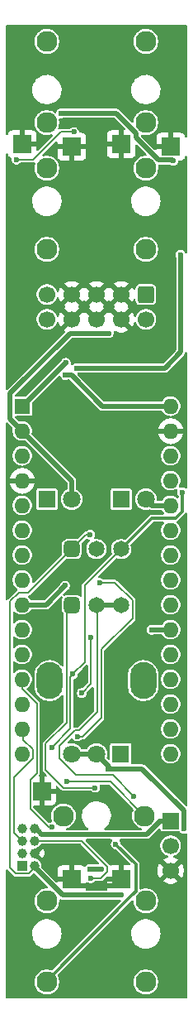
<source format=gbl>
G04 #@! TF.GenerationSoftware,KiCad,Pcbnew,9.0.7*
G04 #@! TF.CreationDate,2026-01-04T21:44:44+01:00*
G04 #@! TF.ProjectId,board_B,626f6172-645f-4422-9e6b-696361645f70,rev?*
G04 #@! TF.SameCoordinates,Original*
G04 #@! TF.FileFunction,Copper,L2,Bot*
G04 #@! TF.FilePolarity,Positive*
%FSLAX46Y46*%
G04 Gerber Fmt 4.6, Leading zero omitted, Abs format (unit mm)*
G04 Created by KiCad (PCBNEW 9.0.7) date 2026-01-04 21:44:44*
%MOMM*%
%LPD*%
G01*
G04 APERTURE LIST*
G04 Aperture macros list*
%AMRoundRect*
0 Rectangle with rounded corners*
0 $1 Rounding radius*
0 $2 $3 $4 $5 $6 $7 $8 $9 X,Y pos of 4 corners*
0 Add a 4 corners polygon primitive as box body*
4,1,4,$2,$3,$4,$5,$6,$7,$8,$9,$2,$3,0*
0 Add four circle primitives for the rounded corners*
1,1,$1+$1,$2,$3*
1,1,$1+$1,$4,$5*
1,1,$1+$1,$6,$7*
1,1,$1+$1,$8,$9*
0 Add four rect primitives between the rounded corners*
20,1,$1+$1,$2,$3,$4,$5,0*
20,1,$1+$1,$4,$5,$6,$7,0*
20,1,$1+$1,$6,$7,$8,$9,0*
20,1,$1+$1,$8,$9,$2,$3,0*%
G04 Aperture macros list end*
G04 #@! TA.AperFunction,ComponentPad*
%ADD10R,1.000000X1.000000*%
G04 #@! TD*
G04 #@! TA.AperFunction,ComponentPad*
%ADD11C,1.000000*%
G04 #@! TD*
G04 #@! TA.AperFunction,ComponentPad*
%ADD12RoundRect,0.250000X-0.600000X0.600000X-0.600000X-0.600000X0.600000X-0.600000X0.600000X0.600000X0*%
G04 #@! TD*
G04 #@! TA.AperFunction,ComponentPad*
%ADD13C,1.700000*%
G04 #@! TD*
G04 #@! TA.AperFunction,ComponentPad*
%ADD14R,1.700000X1.700000*%
G04 #@! TD*
G04 #@! TA.AperFunction,ComponentPad*
%ADD15R,1.600000X1.600000*%
G04 #@! TD*
G04 #@! TA.AperFunction,ComponentPad*
%ADD16O,1.600000X1.600000*%
G04 #@! TD*
G04 #@! TA.AperFunction,ComponentPad*
%ADD17O,2.720000X3.786000*%
G04 #@! TD*
G04 #@! TA.AperFunction,ComponentPad*
%ADD18R,1.800000X1.800000*%
G04 #@! TD*
G04 #@! TA.AperFunction,ComponentPad*
%ADD19C,1.800000*%
G04 #@! TD*
G04 #@! TA.AperFunction,ComponentPad*
%ADD20R,1.930000X1.830000*%
G04 #@! TD*
G04 #@! TA.AperFunction,ComponentPad*
%ADD21C,2.130000*%
G04 #@! TD*
G04 #@! TA.AperFunction,ComponentPad*
%ADD22RoundRect,0.412500X-0.412500X-0.412500X0.412500X-0.412500X0.412500X0.412500X-0.412500X0.412500X0*%
G04 #@! TD*
G04 #@! TA.AperFunction,ComponentPad*
%ADD23C,1.650000*%
G04 #@! TD*
G04 #@! TA.AperFunction,ComponentPad*
%ADD24R,1.830000X1.930000*%
G04 #@! TD*
G04 #@! TA.AperFunction,ViaPad*
%ADD25C,0.600000*%
G04 #@! TD*
G04 #@! TA.AperFunction,Conductor*
%ADD26C,0.500000*%
G04 #@! TD*
G04 #@! TA.AperFunction,Conductor*
%ADD27C,0.200000*%
G04 #@! TD*
G04 #@! TA.AperFunction,Conductor*
%ADD28C,0.300000*%
G04 #@! TD*
G04 APERTURE END LIST*
D10*
G04 #@! TO.P,J9,1,Pin_1*
G04 #@! TO.N,EXP1*
X142380000Y-136195000D03*
D11*
G04 #@! TO.P,J9,2,Pin_2*
G04 #@! TO.N,B_+12V*
X143650000Y-136195000D03*
G04 #@! TO.P,J9,3,Pin_3*
G04 #@! TO.N,EXP3*
X142380000Y-134925000D03*
G04 #@! TO.P,J9,4,Pin_4*
G04 #@! TO.N,B_GND*
X143650000Y-134925000D03*
G04 #@! TO.P,J9,5,Pin_5*
G04 #@! TO.N,EXP5*
X142380000Y-133655000D03*
G04 #@! TO.P,J9,6,Pin_6*
G04 #@! TO.N,B_-12V*
X143650000Y-133655000D03*
G04 #@! TO.P,J9,7,Pin_7*
G04 #@! TO.N,EXP7*
X142380000Y-132385000D03*
G04 #@! TO.P,J9,8,Pin_8*
G04 #@! TO.N,B_+5V*
X143650000Y-132385000D03*
G04 #@! TD*
D12*
G04 #@! TO.P,J2,1,-12V*
G04 #@! TO.N,-12V*
X155080000Y-77775000D03*
D13*
G04 #@! TO.P,J2,2,-12V*
X155080000Y-80315000D03*
G04 #@! TO.P,J2,3,GND*
G04 #@! TO.N,B_GND*
X152540000Y-77775000D03*
G04 #@! TO.P,J2,4,GND*
X152540000Y-80315000D03*
G04 #@! TO.P,J2,5,GND*
X150000000Y-77775000D03*
G04 #@! TO.P,J2,6,GND*
X150000000Y-80315000D03*
G04 #@! TO.P,J2,7,GND*
X147460000Y-77775000D03*
G04 #@! TO.P,J2,8,GND*
X147460000Y-80315000D03*
G04 #@! TO.P,J2,9,+12V*
G04 #@! TO.N,+12V*
X144920000Y-77775000D03*
G04 #@! TO.P,J2,10,+12V*
X144920000Y-80315000D03*
G04 #@! TD*
D14*
G04 #@! TO.P,JP1,1,A*
G04 #@! TO.N,B_+5V*
X157620000Y-131623000D03*
D13*
G04 #@! TO.P,JP1,2,C*
G04 #@! TO.N,Net-(JP1-C)*
X157620000Y-134163000D03*
G04 #@! TO.P,JP1,3,B*
G04 #@! TO.N,B_GND*
X157620000Y-136703000D03*
G04 #@! TD*
D15*
G04 #@! TO.P,A1,1,D1/TX*
G04 #@! TO.N,CLOCK*
X142380000Y-89205000D03*
D16*
G04 #@! TO.P,A1,2,D0/RX*
G04 #@! TO.N,CLOCK2*
X142380000Y-91745000D03*
G04 #@! TO.P,A1,3,~{RESET}*
G04 #@! TO.N,unconnected-(A1-~{RESET}-Pad3)*
X142380000Y-94285000D03*
G04 #@! TO.P,A1,4,GND*
G04 #@! TO.N,B_GND*
X142380000Y-96825000D03*
G04 #@! TO.P,A1,5,D2*
G04 #@! TO.N,unconnected-(A1-D2-Pad5)*
X142380000Y-99365000D03*
G04 #@! TO.P,A1,6,D3*
G04 #@! TO.N,EXP1*
X142380000Y-101905000D03*
G04 #@! TO.P,A1,7,D4*
G04 #@! TO.N,unconnected-(A1-D4-Pad7)*
X142380000Y-104445000D03*
G04 #@! TO.P,A1,8,D5*
G04 #@! TO.N,EXP3*
X142380000Y-106985000D03*
G04 #@! TO.P,A1,9,D6*
G04 #@! TO.N,EXP7*
X142380000Y-109525000D03*
G04 #@! TO.P,A1,10,D7*
G04 #@! TO.N,unconnected-(A1-D7-Pad10)*
X142380000Y-112065000D03*
G04 #@! TO.P,A1,11,D8*
G04 #@! TO.N,unconnected-(A1-D8-Pad11)*
X142380000Y-114605000D03*
G04 #@! TO.P,A1,12,D9*
G04 #@! TO.N,PITCH*
X142380000Y-117145000D03*
G04 #@! TO.P,A1,13,D10*
G04 #@! TO.N,CC*
X142380000Y-119685000D03*
G04 #@! TO.P,A1,14,D11*
G04 #@! TO.N,EXP5*
X142380000Y-122225000D03*
G04 #@! TO.P,A1,15,D12*
G04 #@! TO.N,unconnected-(A1-D12-Pad15)*
X142380000Y-124765000D03*
G04 #@! TO.P,A1,16,D13*
G04 #@! TO.N,unconnected-(A1-D13-Pad16)*
X157620000Y-124765000D03*
G04 #@! TO.P,A1,17,3V3*
G04 #@! TO.N,unconnected-(A1-3V3-Pad17)*
X157620000Y-122225000D03*
G04 #@! TO.P,A1,18,AREF*
G04 #@! TO.N,unconnected-(A1-AREF-Pad18)*
X157620000Y-119685000D03*
G04 #@! TO.P,A1,19,A0*
G04 #@! TO.N,unconnected-(A1-A0-Pad19)*
X157620000Y-117145000D03*
G04 #@! TO.P,A1,20,A1*
G04 #@! TO.N,unconnected-(A1-A1-Pad20)*
X157620000Y-114605000D03*
G04 #@! TO.P,A1,21,A2*
G04 #@! TO.N,MIDI_IN*
X157620000Y-112065000D03*
G04 #@! TO.P,A1,22,A3*
G04 #@! TO.N,unconnected-(A1-A3-Pad22)*
X157620000Y-109525000D03*
G04 #@! TO.P,A1,23,A4*
G04 #@! TO.N,unconnected-(A1-A4-Pad23)*
X157620000Y-106985000D03*
G04 #@! TO.P,A1,24,A5*
G04 #@! TO.N,unconnected-(A1-A5-Pad24)*
X157620000Y-104445000D03*
G04 #@! TO.P,A1,25,A6*
G04 #@! TO.N,unconnected-(A1-A6-Pad25)*
X157620000Y-101905000D03*
G04 #@! TO.P,A1,26,A7*
G04 #@! TO.N,GATE*
X157620000Y-99365000D03*
G04 #@! TO.P,A1,27,+5V*
G04 #@! TO.N,B_+5V*
X157620000Y-96825000D03*
G04 #@! TO.P,A1,28,~{RESET}*
G04 #@! TO.N,unconnected-(A1-~{RESET}-Pad28)*
X157620000Y-94285000D03*
G04 #@! TO.P,A1,29,GND*
G04 #@! TO.N,B_GND*
X157620000Y-91745000D03*
G04 #@! TO.P,A1,30,VIN*
G04 #@! TO.N,B_+12V*
X157620000Y-89205000D03*
G04 #@! TD*
D17*
G04 #@! TO.P,RV5,*
G04 #@! TO.N,*
X145200000Y-117275000D03*
X154800000Y-117275000D03*
D18*
G04 #@! TO.P,RV5,1,1*
G04 #@! TO.N,Net-(R18-Pad1)*
X152500000Y-124775000D03*
D19*
G04 #@! TO.P,RV5,2,2*
G04 #@! TO.N,SLEW_OUT*
X150000000Y-124775000D03*
G04 #@! TO.P,RV5,3,3*
X147500000Y-124775000D03*
G04 #@! TD*
D20*
G04 #@! TO.P,J4,S*
G04 #@! TO.N,B_GND*
X147460000Y-62662000D03*
D21*
G04 #@! TO.P,J4,T*
G04 #@! TO.N,Net-(J4-PadT)*
X144920000Y-73170000D03*
G04 #@! TO.P,J4,TN*
G04 #@! TO.N,unconnected-(J4-PadTN)*
X144920000Y-64870000D03*
G04 #@! TD*
D22*
G04 #@! TO.P,RV1,1,1*
G04 #@! TO.N,Net-(R10-Pad2)*
X147460000Y-109525000D03*
D23*
G04 #@! TO.P,RV1,2,2*
G04 #@! TO.N,Net-(R25-Pad1)*
X150000000Y-109525000D03*
G04 #@! TO.P,RV1,3,3*
X152540000Y-109525000D03*
G04 #@! TD*
D20*
G04 #@! TO.P,J5,S*
G04 #@! TO.N,B_GND*
X157620000Y-62662000D03*
D21*
G04 #@! TO.P,J5,T*
G04 #@! TO.N,Net-(J5-PadT)*
X155080000Y-73170000D03*
G04 #@! TO.P,J5,TN*
G04 #@! TO.N,unconnected-(J5-PadTN)*
X155080000Y-64870000D03*
G04 #@! TD*
D24*
G04 #@! TO.P,J8,S*
G04 #@! TO.N,B_GND*
X144412000Y-128575000D03*
D21*
G04 #@! TO.P,J8,T*
G04 #@! TO.N,Net-(J8-PadT)*
X154920000Y-131115000D03*
G04 #@! TO.P,J8,TN*
G04 #@! TO.N,unconnected-(J8-PadTN)*
X146620000Y-131115000D03*
G04 #@! TD*
D20*
G04 #@! TO.P,J3,S*
G04 #@! TO.N,B_GND*
X152540000Y-137592000D03*
D21*
G04 #@! TO.P,J3,T*
G04 #@! TO.N,Net-(J3-PadT)*
X155080000Y-148100000D03*
G04 #@! TO.P,J3,TN*
G04 #@! TO.N,unconnected-(J3-PadTN)*
X155080000Y-139800000D03*
G04 #@! TD*
D20*
G04 #@! TO.P,J6,S*
G04 #@! TO.N,B_GND*
X147460000Y-137592000D03*
D21*
G04 #@! TO.P,J6,T*
G04 #@! TO.N,Net-(J6-PadT)*
X144920000Y-148100000D03*
G04 #@! TO.P,J6,TN*
G04 #@! TO.N,unconnected-(J6-PadTN)*
X144920000Y-139800000D03*
G04 #@! TD*
G04 #@! TO.P,J7,R*
G04 #@! TO.N,Net-(J7-PadR)*
X144920000Y-60200000D03*
D20*
G04 #@! TO.P,J7,S*
G04 #@! TO.N,B_GND*
X142380000Y-62408000D03*
D21*
G04 #@! TO.P,J7,T*
G04 #@! TO.N,Net-(J7-PadT)*
X144920000Y-51900000D03*
G04 #@! TD*
D18*
G04 #@! TO.P,D6,1,K*
G04 #@! TO.N,Net-(D6-K)*
X152540000Y-98730000D03*
D19*
G04 #@! TO.P,D6,2,A*
G04 #@! TO.N,GATE*
X155080000Y-98730000D03*
G04 #@! TD*
D18*
G04 #@! TO.P,D5,1,K*
G04 #@! TO.N,Net-(D5-K)*
X144920000Y-98730000D03*
D19*
G04 #@! TO.P,D5,2,A*
G04 #@! TO.N,CLOCK2*
X147460000Y-98730000D03*
G04 #@! TD*
D21*
G04 #@! TO.P,J1,R*
G04 #@! TO.N,Net-(D1-A)*
X155080000Y-60200000D03*
D20*
G04 #@! TO.P,J1,S*
G04 #@! TO.N,B_GND*
X152540000Y-62408000D03*
D21*
G04 #@! TO.P,J1,T*
G04 #@! TO.N,Net-(J1-PadT)*
X155080000Y-51900000D03*
G04 #@! TD*
D22*
G04 #@! TO.P,RV2,1,1*
G04 #@! TO.N,B_+12V*
X147460000Y-103810000D03*
D23*
G04 #@! TO.P,RV2,2,2*
G04 #@! TO.N,Net-(R3-Pad2)*
X150000000Y-103810000D03*
G04 #@! TO.P,RV2,3,3*
G04 #@! TO.N,B_-12V*
X152540000Y-103810000D03*
G04 #@! TD*
D25*
G04 #@! TO.N,B_GND*
X144158000Y-111049000D03*
X152540000Y-122225000D03*
X142761000Y-148387000D03*
X147841000Y-135052000D03*
X150000000Y-98857000D03*
X150000000Y-148895000D03*
X156985000Y-87173000D03*
X157112000Y-148260000D03*
X152159000Y-102413000D03*
X147460000Y-140132000D03*
X147968000Y-117780000D03*
X149111000Y-120447000D03*
X144285000Y-100889000D03*
X148476000Y-130099000D03*
X150508000Y-128956000D03*
X155842000Y-97206000D03*
G04 #@! TO.N,CLOCK2*
X151270000Y-81740800D03*
G04 #@! TO.N,B_+12V*
X152540000Y-139208500D03*
X146825000Y-86030000D03*
X149365000Y-102346100D03*
G04 #@! TO.N,B_+5V*
X146385000Y-59235600D03*
X157887600Y-64105500D03*
G04 #@! TO.N,B_-12V*
X149402800Y-137477100D03*
X158802400Y-97997400D03*
X147592500Y-116611200D03*
X145396900Y-124115200D03*
G04 #@! TO.N,Net-(D1-K)*
X158636000Y-73711000D03*
X147953600Y-85313500D03*
G04 #@! TO.N,Net-(J6-PadT)*
X151979600Y-133987900D03*
G04 #@! TO.N,MIDI_IN*
X155669600Y-112065000D03*
G04 #@! TO.N,CLOCK*
X146864300Y-84760000D03*
G04 #@! TO.N,Net-(R10-Pad2)*
X149864900Y-128229500D03*
G04 #@! TO.N,Net-(J8-PadT)*
X146937600Y-127629500D03*
G04 #@! TO.N,Net-(R25-Pad1)*
X153859400Y-129099900D03*
G04 #@! TO.N,PITCH*
X145452000Y-132258000D03*
G04 #@! TO.N,Net-(U3A--)*
X150314600Y-107269900D03*
X148028300Y-122979400D03*
G04 #@! TO.N,Net-(U4B--)*
X147695100Y-61161800D03*
X141805000Y-63978500D03*
G04 #@! TO.N,SLEW_OUT*
X151232100Y-126317800D03*
X158992500Y-132445200D03*
G04 #@! TO.N,SLEW_IN*
X150494100Y-136541000D03*
X149292300Y-136541000D03*
G04 #@! TO.N,EXP7*
X149455900Y-112863300D03*
X146783600Y-107563800D03*
X148491000Y-118529250D03*
G04 #@! TD*
D26*
G04 #@! TO.N,B_GND*
X151905000Y-138227000D02*
X152540000Y-137592000D01*
X147460000Y-137592000D02*
X148095000Y-138227000D01*
D27*
X147890000Y-117858000D02*
X147890000Y-119226000D01*
D26*
X148095000Y-138227000D02*
X151905000Y-138227000D01*
D27*
X147968000Y-117780000D02*
X147890000Y-117858000D01*
X147890000Y-119226000D02*
X149111000Y-120447000D01*
D26*
G04 #@! TO.N,CLOCK2*
X147304200Y-81740800D02*
X141129000Y-87916000D01*
X147460000Y-98730000D02*
X147460000Y-96825000D01*
X141110000Y-88431700D02*
X141110000Y-90475000D01*
X141110000Y-90475000D02*
X142380000Y-91745000D01*
X147460000Y-96825000D02*
X142380000Y-91745000D01*
X141129000Y-87916000D02*
X141129000Y-88412700D01*
X141129000Y-88412700D02*
X141110000Y-88431700D01*
X151270000Y-81740800D02*
X147304200Y-81740800D01*
G04 #@! TO.N,B_+12V*
X147460000Y-86030000D02*
X150635000Y-89205000D01*
X146825000Y-86030000D02*
X147460000Y-86030000D01*
D27*
X141141500Y-109169100D02*
X141141500Y-136431700D01*
D26*
X143650000Y-136322000D02*
X143650000Y-136195000D01*
D27*
X143015000Y-108255000D02*
X142055600Y-108255000D01*
X141717600Y-137007800D02*
X143039300Y-137007800D01*
X143039300Y-137007800D02*
X143650000Y-136397100D01*
X148923900Y-102346100D02*
X147460000Y-103810000D01*
X143650000Y-136397100D02*
X143650000Y-136195000D01*
X147460000Y-103810000D02*
X143015000Y-108255000D01*
X142055600Y-108255000D02*
X141141500Y-109169100D01*
D26*
X152540000Y-139208500D02*
X146536500Y-139208500D01*
D27*
X141141500Y-136431700D02*
X141717600Y-137007800D01*
D26*
X146536500Y-139208500D02*
X143650000Y-136322000D01*
D27*
X149365000Y-102346100D02*
X148923900Y-102346100D01*
D26*
X150635000Y-89205000D02*
X157620000Y-89205000D01*
G04 #@! TO.N,B_+5V*
X157887600Y-64105500D02*
X157810100Y-64028000D01*
X144359918Y-133020000D02*
X155158948Y-133020000D01*
X143969000Y-132704000D02*
X144043918Y-132704000D01*
X152034600Y-59235600D02*
X146385000Y-59235600D01*
X156436000Y-131655300D02*
X156468300Y-131623000D01*
X155158948Y-133020000D02*
X156436000Y-131742948D01*
X153564000Y-60827948D02*
X153564000Y-60765000D01*
X156381948Y-64028000D02*
X154064000Y-61710052D01*
X154064000Y-61327948D02*
X153564000Y-60827948D01*
X154064000Y-61710052D02*
X154064000Y-61327948D01*
X153564000Y-60765000D02*
X152034600Y-59235600D01*
X143650000Y-132385000D02*
X143969000Y-132704000D01*
X156436000Y-131742948D02*
X156436000Y-131655300D01*
X157810100Y-64028000D02*
X156381948Y-64028000D01*
X156468300Y-131623000D02*
X157620000Y-131623000D01*
X144043918Y-132704000D02*
X144359918Y-133020000D01*
D27*
G04 #@! TO.N,B_-12V*
X151120600Y-136815500D02*
X151120600Y-136307200D01*
X147334600Y-120623700D02*
X147334600Y-122177500D01*
D28*
X155715000Y-100635000D02*
X152540000Y-103810000D01*
D27*
X147557100Y-116666900D02*
X147333900Y-116890100D01*
D28*
X158802400Y-97997400D02*
X158802400Y-99960600D01*
D27*
X147592500Y-116611200D02*
X147557100Y-116646600D01*
X147333900Y-116890100D02*
X147333900Y-120623000D01*
X147334600Y-122177500D02*
X145396900Y-124115200D01*
D28*
X158802400Y-99960600D02*
X158128000Y-100635000D01*
D27*
X148787400Y-115416300D02*
X147592500Y-116611200D01*
X147333900Y-120623000D02*
X147334600Y-120623700D01*
D28*
X158128000Y-100635000D02*
X155715000Y-100635000D01*
D27*
X152540000Y-103810000D02*
X148787400Y-107562600D01*
X151120600Y-136307200D02*
X148468400Y-133655000D01*
X149402800Y-137477100D02*
X150459000Y-137477100D01*
X148787400Y-107562600D02*
X148787400Y-115416300D01*
X150459000Y-137477100D02*
X151120600Y-136815500D01*
X147557100Y-116646600D02*
X147557100Y-116666900D01*
X148468400Y-133655000D02*
X143650000Y-133655000D01*
D26*
G04 #@! TO.N,Net-(D1-K)*
X158636000Y-73711000D02*
X158636000Y-83674400D01*
X156996900Y-85313500D02*
X147953600Y-85313500D01*
X158636000Y-83674400D02*
X156996900Y-85313500D01*
D28*
G04 #@! TO.N,Net-(J6-PadT)*
X153664000Y-139213473D02*
X154064000Y-138813473D01*
X144920000Y-147971200D02*
X153664000Y-139227200D01*
X153664000Y-139227200D02*
X153664000Y-139213473D01*
X144920000Y-148100000D02*
X144920000Y-147971200D01*
X154064000Y-136072300D02*
X151979600Y-133987900D01*
X154064000Y-138813473D02*
X154064000Y-136072300D01*
D26*
G04 #@! TO.N,MIDI_IN*
X155669600Y-112065000D02*
X157620000Y-112065000D01*
G04 #@! TO.N,CLOCK*
X146864300Y-84760000D02*
X142419300Y-89205000D01*
X142419300Y-89205000D02*
X142380000Y-89205000D01*
D27*
G04 #@! TO.N,Net-(R10-Pad2)*
X146625200Y-128229500D02*
X144795100Y-126399400D01*
X149729800Y-128229500D02*
X146625200Y-128229500D01*
X149864900Y-128229500D02*
X149864900Y-128364600D01*
X144795100Y-126399400D02*
X144795100Y-123715200D01*
X149864900Y-128364600D02*
X149729800Y-128229500D01*
X144795100Y-123715200D02*
X146932900Y-121577400D01*
X146932900Y-110052100D02*
X147460000Y-109525000D01*
X146932900Y-121577400D02*
X146932900Y-110052100D01*
G04 #@! TO.N,Net-(J8-PadT)*
X151434500Y-127629500D02*
X146937600Y-127629500D01*
X154920000Y-131115000D02*
X151434500Y-127629500D01*
G04 #@! TO.N,Net-(R25-Pad1)*
X146190000Y-123967757D02*
X147779357Y-122378400D01*
X146190000Y-125184200D02*
X146190000Y-123967757D01*
X148195600Y-122378400D02*
X150057600Y-120516400D01*
X147925300Y-126919500D02*
X146190000Y-125184200D01*
X151679000Y-126919500D02*
X147925300Y-126919500D01*
D26*
X152540000Y-109525000D02*
X150000000Y-109525000D01*
D27*
X150057600Y-109582600D02*
X150000000Y-109525000D01*
X147779357Y-122378400D02*
X148195600Y-122378400D01*
X153859400Y-129099900D02*
X151679000Y-126919500D01*
X150057600Y-120516400D02*
X150057600Y-109582600D01*
D26*
G04 #@! TO.N,GATE*
X155715000Y-99365000D02*
X155080000Y-98730000D01*
X157620000Y-99365000D02*
X155715000Y-99365000D01*
D27*
G04 #@! TO.N,PITCH*
X145089400Y-132258000D02*
X143194300Y-130362900D01*
X145452000Y-132258000D02*
X145089400Y-132258000D01*
X143883400Y-126724100D02*
X143883400Y-119612400D01*
X143194300Y-130362900D02*
X143194300Y-127413200D01*
X143883400Y-119612400D02*
X142380000Y-118109000D01*
X143194300Y-127413200D02*
X143883400Y-126724100D01*
X142380000Y-118109000D02*
X142380000Y-117145000D01*
G04 #@! TO.N,Net-(U3A--)*
X151897500Y-107269900D02*
X150314600Y-107269900D01*
X148028300Y-122979400D02*
X148610600Y-122979400D01*
X153706900Y-110867200D02*
X153706900Y-109079300D01*
X148610600Y-122979400D02*
X150508000Y-121082000D01*
X150508000Y-121082000D02*
X150508000Y-114066100D01*
X150508000Y-114066100D02*
X153706900Y-110867200D01*
X153706900Y-109079300D02*
X151897500Y-107269900D01*
G04 #@! TO.N,Net-(U4B--)*
X143510300Y-63978500D02*
X146327000Y-61161800D01*
X146327000Y-61161800D02*
X147695100Y-61161800D01*
X141805000Y-63978500D02*
X143510300Y-63978500D01*
D26*
G04 #@! TO.N,SLEW_OUT*
X154704300Y-126294300D02*
X151260000Y-126294300D01*
D27*
X151236500Y-126317800D02*
X151232100Y-126317800D01*
D26*
X158992500Y-132445200D02*
X158992500Y-130582500D01*
X151260000Y-126035000D02*
X150000000Y-124775000D01*
X151260000Y-126294300D02*
X151260000Y-126035000D01*
X158992500Y-130582500D02*
X154704300Y-126294300D01*
X147500000Y-124775000D02*
X150000000Y-124775000D01*
D27*
X151260000Y-126294300D02*
X151236500Y-126317800D01*
D26*
G04 #@! TO.N,SLEW_IN*
X149292300Y-136541000D02*
X150494100Y-136541000D01*
G04 #@! TO.N,EXP7*
X144822400Y-109525000D02*
X146783600Y-107563800D01*
X142380000Y-109525000D02*
X144822400Y-109525000D01*
D27*
X148491000Y-118529250D02*
X148556050Y-118529250D01*
X149455900Y-117629400D02*
X149455900Y-112863300D01*
X148556050Y-118529250D02*
X149455900Y-117629400D01*
G04 #@! TO.N,EXP5*
X143481700Y-124308600D02*
X142499900Y-123326800D01*
X142380000Y-133655000D02*
X141572200Y-132847200D01*
X141572200Y-132847200D02*
X141572200Y-127130900D01*
X142499900Y-123326800D02*
X142499900Y-122344900D01*
X141572200Y-127130900D02*
X143481700Y-125221400D01*
X142499900Y-122344900D02*
X142380000Y-122225000D01*
X143481700Y-125221400D02*
X143481700Y-124308600D01*
G04 #@! TD*
G04 #@! TA.AperFunction,Conductor*
G04 #@! TO.N,B_GND*
G36*
X156495627Y-132422936D02*
G01*
X156551561Y-132464808D01*
X156573911Y-132514927D01*
X156581131Y-132551229D01*
X156581132Y-132551230D01*
X156625447Y-132617552D01*
X156691769Y-132661867D01*
X156691770Y-132661868D01*
X156750247Y-132673499D01*
X156750250Y-132673500D01*
X158474790Y-132673500D01*
X158541829Y-132693185D01*
X158582176Y-132735499D01*
X158592000Y-132752514D01*
X158685186Y-132845700D01*
X158799314Y-132911592D01*
X158926608Y-132945700D01*
X158926610Y-132945700D01*
X159058389Y-132945700D01*
X159058392Y-132945700D01*
X159168409Y-132916221D01*
X159238256Y-132917884D01*
X159296119Y-132957046D01*
X159323623Y-133021275D01*
X159324500Y-133035996D01*
X159324500Y-149675500D01*
X159304815Y-149742539D01*
X159252011Y-149788294D01*
X159200500Y-149799500D01*
X140799500Y-149799500D01*
X140732461Y-149779815D01*
X140686706Y-149727011D01*
X140675500Y-149675500D01*
X140675500Y-143180004D01*
X143414858Y-143180004D01*
X143416656Y-143253519D01*
X143416657Y-143253540D01*
X143448850Y-143498071D01*
X143520554Y-143734076D01*
X143520555Y-143734081D01*
X143629840Y-143955202D01*
X143629843Y-143955208D01*
X143773773Y-144155507D01*
X143773777Y-144155512D01*
X143948493Y-144329619D01*
X143948500Y-144329625D01*
X144065300Y-144412937D01*
X144149303Y-144472856D01*
X144370809Y-144581370D01*
X144370814Y-144581371D01*
X144370815Y-144581372D01*
X144449544Y-144604991D01*
X144607064Y-144652250D01*
X144851722Y-144683592D01*
X145098215Y-144674553D01*
X145339921Y-144625377D01*
X145339925Y-144625375D01*
X145339927Y-144625375D01*
X145455164Y-144581370D01*
X145570350Y-144537385D01*
X145783313Y-144412939D01*
X145973092Y-144255382D01*
X146134589Y-144068945D01*
X146263468Y-143858634D01*
X146356266Y-143630099D01*
X146410493Y-143389475D01*
X146424692Y-143143226D01*
X146398481Y-142897965D01*
X146332564Y-142660278D01*
X146332562Y-142660275D01*
X146332560Y-142660268D01*
X146228714Y-142436552D01*
X146228712Y-142436547D01*
X146089720Y-142232792D01*
X146089710Y-142232779D01*
X145919301Y-142054456D01*
X145748662Y-141926338D01*
X145722054Y-141906360D01*
X145722052Y-141906359D01*
X145722051Y-141906358D01*
X145722048Y-141906356D01*
X145503267Y-141792466D01*
X145268819Y-141715837D01*
X145268820Y-141715837D01*
X145268813Y-141715835D01*
X145268811Y-141715834D01*
X145268809Y-141715834D01*
X145024994Y-141678525D01*
X145024993Y-141678525D01*
X145022120Y-141678560D01*
X144778351Y-141681538D01*
X144535528Y-141724791D01*
X144535508Y-141724796D01*
X144303017Y-141807126D01*
X144303008Y-141807130D01*
X144087067Y-141926336D01*
X144087064Y-141926338D01*
X143893494Y-142079211D01*
X143727493Y-142261643D01*
X143727492Y-142261644D01*
X143593512Y-142468746D01*
X143495162Y-142694936D01*
X143495159Y-142694944D01*
X143435070Y-142934168D01*
X143414859Y-143179992D01*
X143414858Y-143180004D01*
X140675500Y-143180004D01*
X140675500Y-136687573D01*
X140695185Y-136620534D01*
X140747989Y-136574779D01*
X140817147Y-136564835D01*
X140880703Y-136593860D01*
X140897877Y-136612088D01*
X140901038Y-136616208D01*
X140901040Y-136616211D01*
X141477140Y-137192311D01*
X141533089Y-137248260D01*
X141533091Y-137248261D01*
X141533095Y-137248264D01*
X141594844Y-137283914D01*
X141601611Y-137287821D01*
X141678038Y-137308300D01*
X141678040Y-137308300D01*
X143078860Y-137308300D01*
X143078862Y-137308300D01*
X143155289Y-137287821D01*
X143223811Y-137248260D01*
X143279760Y-137192311D01*
X143493806Y-136978264D01*
X143555124Y-136944782D01*
X143624816Y-136949766D01*
X143669164Y-136978267D01*
X145013716Y-138322819D01*
X145047201Y-138384142D01*
X145042217Y-138453834D01*
X145000345Y-138509767D01*
X144934881Y-138534184D01*
X144926035Y-138534500D01*
X144820403Y-138534500D01*
X144754822Y-138544887D01*
X144623659Y-138565661D01*
X144623656Y-138565661D01*
X144434219Y-138627213D01*
X144256733Y-138717647D01*
X144223066Y-138742108D01*
X144095582Y-138834731D01*
X144095580Y-138834733D01*
X144095579Y-138834733D01*
X143954733Y-138975579D01*
X143954733Y-138975580D01*
X143954731Y-138975582D01*
X143938254Y-138998261D01*
X143837647Y-139136733D01*
X143747213Y-139314219D01*
X143685661Y-139503656D01*
X143685661Y-139503659D01*
X143654500Y-139700403D01*
X143654500Y-139899596D01*
X143685661Y-140096340D01*
X143685661Y-140096343D01*
X143747213Y-140285780D01*
X143747215Y-140285783D01*
X143837647Y-140463266D01*
X143954731Y-140624418D01*
X144095582Y-140765269D01*
X144256734Y-140882353D01*
X144434217Y-140972785D01*
X144434219Y-140972786D01*
X144623657Y-141034338D01*
X144623658Y-141034338D01*
X144623661Y-141034339D01*
X144820403Y-141065500D01*
X144820404Y-141065500D01*
X145019596Y-141065500D01*
X145019597Y-141065500D01*
X145216339Y-141034339D01*
X145216342Y-141034338D01*
X145216343Y-141034338D01*
X145405780Y-140972786D01*
X145405780Y-140972785D01*
X145405783Y-140972785D01*
X145583266Y-140882353D01*
X145744418Y-140765269D01*
X145885269Y-140624418D01*
X146002353Y-140463266D01*
X146092785Y-140285783D01*
X146154339Y-140096339D01*
X146185500Y-139899597D01*
X146185500Y-139740514D01*
X146205185Y-139673475D01*
X146257989Y-139627720D01*
X146327147Y-139617776D01*
X146356959Y-139625955D01*
X146362603Y-139628293D01*
X146362614Y-139628299D01*
X146477191Y-139659000D01*
X152286063Y-139659000D01*
X152321946Y-139664305D01*
X152335655Y-139668449D01*
X152346814Y-139674892D01*
X152436111Y-139698818D01*
X152437964Y-139699379D01*
X152465615Y-139717463D01*
X152493834Y-139734663D01*
X152494727Y-139736502D01*
X152496439Y-139737622D01*
X152509926Y-139767789D01*
X152524364Y-139797510D01*
X152524121Y-139799540D01*
X152524956Y-139801407D01*
X152519992Y-139834077D01*
X152516070Y-139866886D01*
X152514700Y-139868909D01*
X152514461Y-139870484D01*
X152510889Y-139874539D01*
X152489762Y-139905755D01*
X145506702Y-146888815D01*
X145445379Y-146922300D01*
X145380703Y-146919065D01*
X145216342Y-146865661D01*
X145068782Y-146842290D01*
X145019597Y-146834500D01*
X144820403Y-146834500D01*
X144754822Y-146844887D01*
X144623659Y-146865661D01*
X144623656Y-146865661D01*
X144434219Y-146927213D01*
X144256733Y-147017647D01*
X144164790Y-147084447D01*
X144095582Y-147134731D01*
X144095580Y-147134733D01*
X144095579Y-147134733D01*
X143954733Y-147275579D01*
X143954733Y-147275580D01*
X143954731Y-147275582D01*
X143909058Y-147338445D01*
X143837647Y-147436733D01*
X143747213Y-147614219D01*
X143685661Y-147803656D01*
X143685661Y-147803659D01*
X143654500Y-148000403D01*
X143654500Y-148199596D01*
X143685661Y-148396340D01*
X143685661Y-148396343D01*
X143747213Y-148585780D01*
X143747215Y-148585783D01*
X143837647Y-148763266D01*
X143954731Y-148924418D01*
X144095582Y-149065269D01*
X144256734Y-149182353D01*
X144434217Y-149272785D01*
X144434219Y-149272786D01*
X144623657Y-149334338D01*
X144623658Y-149334338D01*
X144623661Y-149334339D01*
X144820403Y-149365500D01*
X144820404Y-149365500D01*
X145019596Y-149365500D01*
X145019597Y-149365500D01*
X145216339Y-149334339D01*
X145216342Y-149334338D01*
X145216343Y-149334338D01*
X145405780Y-149272786D01*
X145405780Y-149272785D01*
X145405783Y-149272785D01*
X145583266Y-149182353D01*
X145744418Y-149065269D01*
X145885269Y-148924418D01*
X146002353Y-148763266D01*
X146092785Y-148585783D01*
X146154339Y-148396339D01*
X146185500Y-148199597D01*
X146185500Y-148000403D01*
X153814500Y-148000403D01*
X153814500Y-148199596D01*
X153845661Y-148396340D01*
X153845661Y-148396343D01*
X153907213Y-148585780D01*
X153907215Y-148585783D01*
X153997647Y-148763266D01*
X154114731Y-148924418D01*
X154255582Y-149065269D01*
X154416734Y-149182353D01*
X154594217Y-149272785D01*
X154594219Y-149272786D01*
X154783657Y-149334338D01*
X154783658Y-149334338D01*
X154783661Y-149334339D01*
X154980403Y-149365500D01*
X154980404Y-149365500D01*
X155179596Y-149365500D01*
X155179597Y-149365500D01*
X155376339Y-149334339D01*
X155376342Y-149334338D01*
X155376343Y-149334338D01*
X155565780Y-149272786D01*
X155565780Y-149272785D01*
X155565783Y-149272785D01*
X155743266Y-149182353D01*
X155904418Y-149065269D01*
X156045269Y-148924418D01*
X156162353Y-148763266D01*
X156252785Y-148585783D01*
X156314339Y-148396339D01*
X156345500Y-148199597D01*
X156345500Y-148000403D01*
X156314339Y-147803661D01*
X156314338Y-147803657D01*
X156314338Y-147803656D01*
X156252786Y-147614219D01*
X156252785Y-147614217D01*
X156162353Y-147436734D01*
X156045269Y-147275582D01*
X155904418Y-147134731D01*
X155743266Y-147017647D01*
X155565780Y-146927213D01*
X155376342Y-146865661D01*
X155228782Y-146842290D01*
X155179597Y-146834500D01*
X154980403Y-146834500D01*
X154914822Y-146844887D01*
X154783659Y-146865661D01*
X154783656Y-146865661D01*
X154594219Y-146927213D01*
X154416733Y-147017647D01*
X154324790Y-147084447D01*
X154255582Y-147134731D01*
X154255580Y-147134733D01*
X154255579Y-147134733D01*
X154114733Y-147275579D01*
X154114733Y-147275580D01*
X154114731Y-147275582D01*
X154069058Y-147338445D01*
X153997647Y-147436733D01*
X153907213Y-147614219D01*
X153845661Y-147803656D01*
X153845661Y-147803659D01*
X153814500Y-148000403D01*
X146185500Y-148000403D01*
X146154339Y-147803661D01*
X146154338Y-147803657D01*
X146154338Y-147803656D01*
X146092786Y-147614219D01*
X146092785Y-147614217D01*
X146025630Y-147482418D01*
X146012735Y-147413752D01*
X146039011Y-147349012D01*
X146048426Y-147338454D01*
X150206875Y-143180004D01*
X153574858Y-143180004D01*
X153576656Y-143253519D01*
X153576657Y-143253540D01*
X153608850Y-143498071D01*
X153680554Y-143734076D01*
X153680555Y-143734081D01*
X153789840Y-143955202D01*
X153789843Y-143955208D01*
X153933773Y-144155507D01*
X153933777Y-144155512D01*
X154108493Y-144329619D01*
X154108500Y-144329625D01*
X154225300Y-144412937D01*
X154309303Y-144472856D01*
X154530809Y-144581370D01*
X154530814Y-144581371D01*
X154530815Y-144581372D01*
X154609544Y-144604991D01*
X154767064Y-144652250D01*
X155011722Y-144683592D01*
X155258215Y-144674553D01*
X155499921Y-144625377D01*
X155499925Y-144625375D01*
X155499927Y-144625375D01*
X155615164Y-144581370D01*
X155730350Y-144537385D01*
X155943313Y-144412939D01*
X156133092Y-144255382D01*
X156294589Y-144068945D01*
X156423468Y-143858634D01*
X156516266Y-143630099D01*
X156570493Y-143389475D01*
X156584692Y-143143226D01*
X156558481Y-142897965D01*
X156492564Y-142660278D01*
X156492562Y-142660275D01*
X156492560Y-142660268D01*
X156388714Y-142436552D01*
X156388712Y-142436547D01*
X156249720Y-142232792D01*
X156249710Y-142232779D01*
X156079301Y-142054456D01*
X155908662Y-141926338D01*
X155882054Y-141906360D01*
X155882052Y-141906359D01*
X155882051Y-141906358D01*
X155882048Y-141906356D01*
X155663267Y-141792466D01*
X155428819Y-141715837D01*
X155428820Y-141715837D01*
X155428813Y-141715835D01*
X155428811Y-141715834D01*
X155428809Y-141715834D01*
X155184994Y-141678525D01*
X155184993Y-141678525D01*
X155182120Y-141678560D01*
X154938351Y-141681538D01*
X154695528Y-141724791D01*
X154695508Y-141724796D01*
X154463017Y-141807126D01*
X154463008Y-141807130D01*
X154247067Y-141926336D01*
X154247064Y-141926338D01*
X154053494Y-142079211D01*
X153887493Y-142261643D01*
X153887492Y-142261644D01*
X153753512Y-142468746D01*
X153655162Y-142694936D01*
X153655159Y-142694944D01*
X153595070Y-142934168D01*
X153574859Y-143179992D01*
X153574858Y-143180004D01*
X150206875Y-143180004D01*
X153602819Y-139784060D01*
X153664142Y-139750576D01*
X153733834Y-139755560D01*
X153789767Y-139797432D01*
X153814184Y-139862896D01*
X153814500Y-139871742D01*
X153814500Y-139899596D01*
X153845661Y-140096340D01*
X153845661Y-140096343D01*
X153907213Y-140285780D01*
X153907215Y-140285783D01*
X153997647Y-140463266D01*
X154114731Y-140624418D01*
X154255582Y-140765269D01*
X154416734Y-140882353D01*
X154594217Y-140972785D01*
X154594219Y-140972786D01*
X154783657Y-141034338D01*
X154783658Y-141034338D01*
X154783661Y-141034339D01*
X154980403Y-141065500D01*
X154980404Y-141065500D01*
X155179596Y-141065500D01*
X155179597Y-141065500D01*
X155376339Y-141034339D01*
X155376342Y-141034338D01*
X155376343Y-141034338D01*
X155565780Y-140972786D01*
X155565780Y-140972785D01*
X155565783Y-140972785D01*
X155743266Y-140882353D01*
X155904418Y-140765269D01*
X156045269Y-140624418D01*
X156162353Y-140463266D01*
X156252785Y-140285783D01*
X156314339Y-140096339D01*
X156345500Y-139899597D01*
X156345500Y-139700403D01*
X156314339Y-139503661D01*
X156314338Y-139503657D01*
X156314338Y-139503656D01*
X156252786Y-139314219D01*
X156232493Y-139274392D01*
X156162353Y-139136734D01*
X156045269Y-138975582D01*
X155904418Y-138834731D01*
X155743266Y-138717647D01*
X155724333Y-138708000D01*
X155565780Y-138627213D01*
X155376342Y-138565661D01*
X155228782Y-138542290D01*
X155179597Y-138534500D01*
X154980403Y-138534500D01*
X154914822Y-138544887D01*
X154783659Y-138565661D01*
X154783656Y-138565661D01*
X154594217Y-138627214D01*
X154589718Y-138629078D01*
X154589255Y-138627962D01*
X154526117Y-138639815D01*
X154461378Y-138613534D01*
X154421125Y-138556425D01*
X154414500Y-138516435D01*
X154414500Y-136596753D01*
X156270000Y-136596753D01*
X156270000Y-136809246D01*
X156303242Y-137019127D01*
X156303242Y-137019130D01*
X156368904Y-137221217D01*
X156465375Y-137410550D01*
X156504728Y-137464716D01*
X157137037Y-136832408D01*
X157154075Y-136895993D01*
X157219901Y-137010007D01*
X157312993Y-137103099D01*
X157427007Y-137168925D01*
X157490590Y-137185962D01*
X156858282Y-137818269D01*
X156858282Y-137818270D01*
X156912449Y-137857624D01*
X157101782Y-137954095D01*
X157303870Y-138019757D01*
X157513754Y-138053000D01*
X157726246Y-138053000D01*
X157936127Y-138019757D01*
X157936130Y-138019757D01*
X158138217Y-137954095D01*
X158327554Y-137857622D01*
X158381716Y-137818270D01*
X158381717Y-137818270D01*
X157749408Y-137185962D01*
X157812993Y-137168925D01*
X157927007Y-137103099D01*
X158020099Y-137010007D01*
X158085925Y-136895993D01*
X158102962Y-136832408D01*
X158735270Y-137464717D01*
X158735270Y-137464716D01*
X158774622Y-137410554D01*
X158871095Y-137221217D01*
X158936757Y-137019130D01*
X158936757Y-137019127D01*
X158970000Y-136809246D01*
X158970000Y-136596753D01*
X158936757Y-136386872D01*
X158936757Y-136386869D01*
X158871095Y-136184782D01*
X158774624Y-135995449D01*
X158735270Y-135941282D01*
X158735269Y-135941282D01*
X158102962Y-136573590D01*
X158085925Y-136510007D01*
X158020099Y-136395993D01*
X157927007Y-136302901D01*
X157812993Y-136237075D01*
X157749409Y-136220037D01*
X158381716Y-135587728D01*
X158327550Y-135548375D01*
X158138216Y-135451904D01*
X157962026Y-135394656D01*
X157904350Y-135355218D01*
X157877152Y-135290860D01*
X157889067Y-135222013D01*
X157936311Y-135170538D01*
X157952882Y-135162168D01*
X158117598Y-135093941D01*
X158289655Y-134978977D01*
X158435977Y-134832655D01*
X158550941Y-134660598D01*
X158630130Y-134469420D01*
X158670500Y-134266465D01*
X158670500Y-134059535D01*
X158630130Y-133856580D01*
X158550941Y-133665402D01*
X158435977Y-133493345D01*
X158435975Y-133493342D01*
X158289657Y-133347024D01*
X158203626Y-133289541D01*
X158117598Y-133232059D01*
X158060620Y-133208458D01*
X157926420Y-133152870D01*
X157926412Y-133152868D01*
X157723469Y-133112500D01*
X157723465Y-133112500D01*
X157516535Y-133112500D01*
X157516530Y-133112500D01*
X157313587Y-133152868D01*
X157313579Y-133152870D01*
X157122403Y-133232058D01*
X156950342Y-133347024D01*
X156804024Y-133493342D01*
X156689058Y-133665403D01*
X156609870Y-133856579D01*
X156609868Y-133856587D01*
X156569500Y-134059530D01*
X156569500Y-134266469D01*
X156609868Y-134469412D01*
X156609870Y-134469420D01*
X156689058Y-134660596D01*
X156804024Y-134832657D01*
X156950342Y-134978975D01*
X157122405Y-135093943D01*
X157207814Y-135129320D01*
X157287108Y-135162164D01*
X157341511Y-135206005D01*
X157363576Y-135272299D01*
X157346297Y-135339998D01*
X157295160Y-135387609D01*
X157277974Y-135394656D01*
X157101781Y-135451905D01*
X156912439Y-135548380D01*
X156858282Y-135587727D01*
X156858282Y-135587728D01*
X157490591Y-136220037D01*
X157427007Y-136237075D01*
X157312993Y-136302901D01*
X157219901Y-136395993D01*
X157154075Y-136510007D01*
X157137037Y-136573591D01*
X156504728Y-135941282D01*
X156504727Y-135941282D01*
X156465380Y-135995439D01*
X156368904Y-136184782D01*
X156303242Y-136386869D01*
X156303242Y-136386872D01*
X156270000Y-136596753D01*
X154414500Y-136596753D01*
X154414500Y-136026158D01*
X154414500Y-136026156D01*
X154390614Y-135937012D01*
X154377893Y-135914979D01*
X154344470Y-135857088D01*
X152516419Y-134029037D01*
X152482934Y-133967714D01*
X152480100Y-133941356D01*
X152480100Y-133922010D01*
X152480100Y-133922008D01*
X152445992Y-133794714D01*
X152380100Y-133680586D01*
X152380095Y-133680581D01*
X152375153Y-133674140D01*
X152376669Y-133672976D01*
X152348210Y-133620858D01*
X152353194Y-133551166D01*
X152395066Y-133495233D01*
X152460530Y-133470816D01*
X152469376Y-133470500D01*
X155218256Y-133470500D01*
X155218257Y-133470500D01*
X155308621Y-133446286D01*
X155332835Y-133439799D01*
X155435562Y-133380489D01*
X156364615Y-132451435D01*
X156425936Y-132417952D01*
X156495627Y-132422936D01*
G37*
G04 #@! TD.AperFunction*
G04 #@! TA.AperFunction,Conductor*
G36*
X151953442Y-137414069D02*
G01*
X151930000Y-137531920D01*
X151930000Y-137652080D01*
X151953442Y-137769931D01*
X151983294Y-137842000D01*
X151075000Y-137842000D01*
X151075000Y-138554841D01*
X151082087Y-138620743D01*
X151069683Y-138689503D01*
X151022073Y-138740641D01*
X150958798Y-138758000D01*
X149041202Y-138758000D01*
X148974163Y-138738315D01*
X148928408Y-138685511D01*
X148917913Y-138620743D01*
X148924999Y-138554841D01*
X148925000Y-138554827D01*
X148925000Y-137993944D01*
X148944685Y-137926905D01*
X148997489Y-137881150D01*
X149066647Y-137871206D01*
X149110998Y-137886556D01*
X149209614Y-137943492D01*
X149336908Y-137977600D01*
X149336910Y-137977600D01*
X149468690Y-137977600D01*
X149468692Y-137977600D01*
X149595986Y-137943492D01*
X149710114Y-137877600D01*
X149773795Y-137813919D01*
X149835118Y-137780434D01*
X149861476Y-137777600D01*
X150498560Y-137777600D01*
X150498562Y-137777600D01*
X150574989Y-137757121D01*
X150643511Y-137717560D01*
X150699460Y-137661611D01*
X150982752Y-137378319D01*
X151044075Y-137344834D01*
X151070433Y-137342000D01*
X151983294Y-137342000D01*
X151953442Y-137414069D01*
G37*
G04 #@! TD.AperFunction*
G04 #@! TA.AperFunction,Conductor*
G36*
X148359606Y-133975185D02*
G01*
X148380248Y-133991819D01*
X150267248Y-135878819D01*
X150300733Y-135940142D01*
X150295749Y-136009834D01*
X150253877Y-136065767D01*
X150188413Y-136090184D01*
X150179567Y-136090500D01*
X149546237Y-136090500D01*
X149493549Y-136076381D01*
X149492996Y-136077719D01*
X149485488Y-136074609D01*
X149485486Y-136074608D01*
X149358192Y-136040500D01*
X149226408Y-136040500D01*
X149099112Y-136074608D01*
X148984986Y-136140500D01*
X148984983Y-136140502D01*
X148891802Y-136233683D01*
X148886852Y-136240135D01*
X148884917Y-136238650D01*
X148843271Y-136278346D01*
X148774661Y-136291556D01*
X148712160Y-136267387D01*
X148667089Y-136233647D01*
X148667086Y-136233645D01*
X148532379Y-136183403D01*
X148532372Y-136183401D01*
X148472844Y-136177000D01*
X147710000Y-136177000D01*
X147710000Y-137035293D01*
X147637931Y-137005442D01*
X147520080Y-136982000D01*
X147399920Y-136982000D01*
X147282069Y-137005442D01*
X147210000Y-137035293D01*
X147210000Y-136177000D01*
X146447155Y-136177000D01*
X146387627Y-136183401D01*
X146387620Y-136183403D01*
X146252913Y-136233645D01*
X146252906Y-136233649D01*
X146137812Y-136319809D01*
X146137809Y-136319812D01*
X146051649Y-136434906D01*
X146051645Y-136434913D01*
X146001403Y-136569620D01*
X146001401Y-136569627D01*
X145995000Y-136629155D01*
X145995000Y-137342000D01*
X146903294Y-137342000D01*
X146873442Y-137414069D01*
X146850000Y-137531920D01*
X146850000Y-137652080D01*
X146873442Y-137769931D01*
X146903294Y-137842000D01*
X145994999Y-137842000D01*
X145988731Y-137848268D01*
X145927408Y-137881753D01*
X145857716Y-137876767D01*
X145813370Y-137848267D01*
X144377224Y-136412121D01*
X144343739Y-136350798D01*
X144343288Y-136300246D01*
X144350500Y-136263992D01*
X144350500Y-136126004D01*
X144323581Y-135990677D01*
X144323580Y-135990676D01*
X144323580Y-135990672D01*
X144323578Y-135990667D01*
X144270778Y-135863195D01*
X144270771Y-135863182D01*
X144194114Y-135748458D01*
X144194111Y-135748454D01*
X144096545Y-135650888D01*
X144096537Y-135650882D01*
X143981813Y-135574226D01*
X143981812Y-135574225D01*
X143942902Y-135558108D01*
X143902675Y-135531228D01*
X143646447Y-135275000D01*
X143696078Y-135275000D01*
X143785095Y-135251148D01*
X143864905Y-135205070D01*
X143930070Y-135139905D01*
X143976148Y-135060095D01*
X144000000Y-134971078D01*
X144000000Y-134924999D01*
X144003553Y-134924999D01*
X144003553Y-134925001D01*
X144512572Y-135434020D01*
X144512573Y-135434019D01*
X144536187Y-135398680D01*
X144536190Y-135398676D01*
X144611569Y-135216693D01*
X144611572Y-135216681D01*
X144649999Y-135023495D01*
X144650000Y-135023492D01*
X144650000Y-134826508D01*
X144649999Y-134826504D01*
X144611572Y-134633318D01*
X144611569Y-134633306D01*
X144536192Y-134451328D01*
X144512572Y-134415979D01*
X144003553Y-134924999D01*
X144000000Y-134924999D01*
X144000000Y-134878922D01*
X143976148Y-134789905D01*
X143930070Y-134710095D01*
X143864905Y-134644930D01*
X143785095Y-134598852D01*
X143696078Y-134575000D01*
X143646446Y-134575000D01*
X143902675Y-134318770D01*
X143942899Y-134291892D01*
X143981811Y-134275775D01*
X144096542Y-134199114D01*
X144194114Y-134101542D01*
X144233753Y-134042217D01*
X144254874Y-134010609D01*
X144308486Y-133965804D01*
X144357976Y-133955500D01*
X148292567Y-133955500D01*
X148359606Y-133975185D01*
G37*
G04 #@! TD.AperFunction*
G04 #@! TA.AperFunction,Conductor*
G36*
X151556863Y-133490185D02*
G01*
X151602618Y-133542989D01*
X151612562Y-133612147D01*
X151583537Y-133675703D01*
X151579618Y-133679911D01*
X151579100Y-133680586D01*
X151513208Y-133794712D01*
X151496631Y-133856579D01*
X151479100Y-133922008D01*
X151479100Y-134053792D01*
X151491895Y-134101545D01*
X151513208Y-134181087D01*
X151523616Y-134199114D01*
X151579100Y-134295214D01*
X151672286Y-134388400D01*
X151786414Y-134454292D01*
X151913708Y-134488400D01*
X151933056Y-134488400D01*
X152000095Y-134508085D01*
X152020737Y-134524719D01*
X153461337Y-135965319D01*
X153494822Y-136026642D01*
X153489838Y-136096334D01*
X153447966Y-136152267D01*
X153382502Y-136176684D01*
X153373656Y-136177000D01*
X152790000Y-136177000D01*
X152790000Y-137035293D01*
X152717931Y-137005442D01*
X152600080Y-136982000D01*
X152479920Y-136982000D01*
X152362069Y-137005442D01*
X152290000Y-137035293D01*
X152290000Y-136177000D01*
X151527155Y-136177000D01*
X151480567Y-136182010D01*
X151411807Y-136169605D01*
X151367289Y-136128158D01*
X151366010Y-136129140D01*
X151361058Y-136122687D01*
X148920552Y-133682181D01*
X148887067Y-133620858D01*
X148892051Y-133551166D01*
X148933923Y-133495233D01*
X148999387Y-133470816D01*
X149008233Y-133470500D01*
X151489824Y-133470500D01*
X151556863Y-133490185D01*
G37*
G04 #@! TD.AperFunction*
G04 #@! TA.AperFunction,Conductor*
G36*
X151325706Y-127949685D02*
G01*
X151346348Y-127966319D01*
X153771956Y-130391927D01*
X153805441Y-130453250D01*
X153800457Y-130522942D01*
X153794760Y-130535902D01*
X153747214Y-130629217D01*
X153747214Y-130629218D01*
X153685661Y-130818656D01*
X153685661Y-130818659D01*
X153654500Y-131015403D01*
X153654500Y-131214596D01*
X153685661Y-131411340D01*
X153685661Y-131411343D01*
X153747213Y-131600780D01*
X153828516Y-131760346D01*
X153837647Y-131778266D01*
X153954731Y-131939418D01*
X154095582Y-132080269D01*
X154256734Y-132197353D01*
X154353291Y-132246551D01*
X154434219Y-132287786D01*
X154556658Y-132327569D01*
X154614333Y-132367006D01*
X154641532Y-132431365D01*
X154629617Y-132500211D01*
X154582373Y-132551687D01*
X154518340Y-132569500D01*
X150931560Y-132569500D01*
X150864521Y-132549815D01*
X150818766Y-132497011D01*
X150808822Y-132427853D01*
X150837847Y-132364297D01*
X150859201Y-132344802D01*
X150938547Y-132287785D01*
X150975512Y-132261223D01*
X151149621Y-132086505D01*
X151292856Y-131885697D01*
X151401370Y-131664191D01*
X151472250Y-131427936D01*
X151503592Y-131183278D01*
X151494553Y-130936785D01*
X151445377Y-130695079D01*
X151445375Y-130695075D01*
X151445375Y-130695072D01*
X151357385Y-130464650D01*
X151232945Y-130251696D01*
X151232941Y-130251690D01*
X151232939Y-130251687D01*
X151075382Y-130061908D01*
X150888946Y-129900412D01*
X150888947Y-129900412D01*
X150678636Y-129771533D01*
X150450092Y-129678731D01*
X150209477Y-129624507D01*
X149963224Y-129610307D01*
X149754689Y-129632594D01*
X149717965Y-129636519D01*
X149717962Y-129636519D01*
X149717960Y-129636520D01*
X149480276Y-129702436D01*
X149480268Y-129702439D01*
X149256552Y-129806285D01*
X149256547Y-129806287D01*
X149052792Y-129945279D01*
X149052779Y-129945289D01*
X148874456Y-130115698D01*
X148726358Y-130312948D01*
X148726356Y-130312951D01*
X148612466Y-130531732D01*
X148535837Y-130766180D01*
X148535834Y-130766190D01*
X148498525Y-131010004D01*
X148498525Y-131010005D01*
X148501538Y-131256648D01*
X148544791Y-131499471D01*
X148544796Y-131499491D01*
X148627126Y-131731982D01*
X148627130Y-131731991D01*
X148720784Y-131901644D01*
X148746336Y-131947932D01*
X148850849Y-132080269D01*
X148899211Y-132141505D01*
X149081643Y-132307506D01*
X149081649Y-132307511D01*
X149134014Y-132341387D01*
X149179610Y-132394328D01*
X149189345Y-132463516D01*
X149160129Y-132526984D01*
X149101238Y-132564582D01*
X149066661Y-132569500D01*
X147021660Y-132569500D01*
X146954621Y-132549815D01*
X146908866Y-132497011D01*
X146898922Y-132427853D01*
X146927947Y-132364297D01*
X146983342Y-132327569D01*
X147105780Y-132287786D01*
X147105780Y-132287785D01*
X147105783Y-132287785D01*
X147283266Y-132197353D01*
X147444418Y-132080269D01*
X147585269Y-131939418D01*
X147702353Y-131778266D01*
X147792785Y-131600783D01*
X147825703Y-131499471D01*
X147854338Y-131411343D01*
X147854338Y-131411342D01*
X147854339Y-131411339D01*
X147885500Y-131214597D01*
X147885500Y-131015403D01*
X147854339Y-130818661D01*
X147854338Y-130818657D01*
X147854338Y-130818656D01*
X147792786Y-130629219D01*
X147792393Y-130628447D01*
X147702353Y-130451734D01*
X147585269Y-130290582D01*
X147444418Y-130149731D01*
X147283266Y-130032647D01*
X147279366Y-130030660D01*
X147105780Y-129942213D01*
X146916342Y-129880661D01*
X146768782Y-129857290D01*
X146719597Y-129849500D01*
X146520403Y-129849500D01*
X146454822Y-129859887D01*
X146323659Y-129880661D01*
X146323656Y-129880661D01*
X146134219Y-129942213D01*
X145956733Y-130032647D01*
X145876655Y-130090828D01*
X145795582Y-130149731D01*
X145795580Y-130149733D01*
X145795579Y-130149733D01*
X145654733Y-130290579D01*
X145654733Y-130290580D01*
X145654731Y-130290582D01*
X145638483Y-130312946D01*
X145537647Y-130451733D01*
X145447213Y-130629219D01*
X145385661Y-130818656D01*
X145385661Y-130818659D01*
X145354500Y-131015403D01*
X145354500Y-131214596D01*
X145385661Y-131411340D01*
X145385661Y-131411343D01*
X145448720Y-131605417D01*
X145446526Y-131606129D01*
X145446679Y-131607582D01*
X145451937Y-131617128D01*
X145450268Y-131641717D01*
X145452846Y-131666231D01*
X145447944Y-131675965D01*
X145447207Y-131686837D01*
X145432508Y-131706622D01*
X145421424Y-131728636D01*
X145410945Y-131735647D01*
X145405540Y-131742923D01*
X145385333Y-131752784D01*
X145374624Y-131759950D01*
X145368880Y-131762115D01*
X145258814Y-131791608D01*
X145198788Y-131826263D01*
X145189306Y-131829840D01*
X145164158Y-131831730D01*
X145139649Y-131837676D01*
X145129910Y-131834305D01*
X145119633Y-131835078D01*
X145097455Y-131823072D01*
X145073622Y-131814824D01*
X145058347Y-131801902D01*
X145058189Y-131801817D01*
X145058139Y-131801726D01*
X145057869Y-131801498D01*
X143531119Y-130274748D01*
X143497634Y-130213425D01*
X143494800Y-130187067D01*
X143494800Y-130164000D01*
X143514485Y-130096961D01*
X143567289Y-130051206D01*
X143618800Y-130040000D01*
X144162000Y-130040000D01*
X144162000Y-129131706D01*
X144234069Y-129161558D01*
X144351920Y-129185000D01*
X144472080Y-129185000D01*
X144589931Y-129161558D01*
X144662000Y-129131706D01*
X144662000Y-130040000D01*
X145374828Y-130040000D01*
X145374844Y-130039999D01*
X145434372Y-130033598D01*
X145434379Y-130033596D01*
X145569086Y-129983354D01*
X145569093Y-129983350D01*
X145684187Y-129897190D01*
X145684190Y-129897187D01*
X145770350Y-129782093D01*
X145770354Y-129782086D01*
X145820596Y-129647379D01*
X145820598Y-129647372D01*
X145826999Y-129587844D01*
X145827000Y-129587820D01*
X145827000Y-128825000D01*
X144968706Y-128825000D01*
X144998558Y-128752931D01*
X145022000Y-128635080D01*
X145022000Y-128514920D01*
X144998558Y-128397069D01*
X144968706Y-128325000D01*
X145827000Y-128325000D01*
X145827000Y-128155633D01*
X145846685Y-128088594D01*
X145899489Y-128042839D01*
X145968647Y-128032895D01*
X146032203Y-128061920D01*
X146038681Y-128067952D01*
X146384740Y-128414011D01*
X146440689Y-128469960D01*
X146440691Y-128469961D01*
X146440695Y-128469964D01*
X146509204Y-128509517D01*
X146509211Y-128509521D01*
X146585638Y-128530000D01*
X149406224Y-128530000D01*
X149473263Y-128549685D01*
X149493905Y-128566319D01*
X149557586Y-128630000D01*
X149671714Y-128695892D01*
X149799008Y-128730000D01*
X149799010Y-128730000D01*
X149930790Y-128730000D01*
X149930792Y-128730000D01*
X150058086Y-128695892D01*
X150172214Y-128630000D01*
X150265400Y-128536814D01*
X150331292Y-128422686D01*
X150365400Y-128295392D01*
X150365400Y-128163608D01*
X150344630Y-128086092D01*
X150346293Y-128016243D01*
X150385456Y-127958381D01*
X150449684Y-127930877D01*
X150464405Y-127930000D01*
X151258667Y-127930000D01*
X151325706Y-127949685D01*
G37*
G04 #@! TD.AperFunction*
G04 #@! TA.AperFunction,Conductor*
G36*
X159277151Y-100122600D02*
G01*
X159317680Y-100179514D01*
X159324500Y-100220071D01*
X159324500Y-129978034D01*
X159304815Y-130045073D01*
X159252011Y-130090828D01*
X159182853Y-130100772D01*
X159119297Y-130071747D01*
X159112819Y-130065715D01*
X154980916Y-125933813D01*
X154980914Y-125933811D01*
X154920561Y-125898966D01*
X154878188Y-125874501D01*
X154866080Y-125871257D01*
X154853973Y-125868013D01*
X154853970Y-125868012D01*
X154815778Y-125857778D01*
X154763609Y-125843800D01*
X154763608Y-125843800D01*
X153721946Y-125843800D01*
X153654907Y-125824115D01*
X153609152Y-125771311D01*
X153599208Y-125702153D01*
X153600330Y-125695601D01*
X153600500Y-125694746D01*
X153600500Y-124863543D01*
X156619499Y-124863543D01*
X156657947Y-125056829D01*
X156657950Y-125056839D01*
X156733364Y-125238907D01*
X156733371Y-125238920D01*
X156842860Y-125402781D01*
X156842863Y-125402785D01*
X156982214Y-125542136D01*
X156982218Y-125542139D01*
X157146079Y-125651628D01*
X157146092Y-125651635D01*
X157252237Y-125695601D01*
X157328165Y-125727051D01*
X157328169Y-125727051D01*
X157328170Y-125727052D01*
X157521456Y-125765500D01*
X157521459Y-125765500D01*
X157718543Y-125765500D01*
X157848582Y-125739632D01*
X157911835Y-125727051D01*
X158093914Y-125651632D01*
X158257782Y-125542139D01*
X158397139Y-125402782D01*
X158506632Y-125238914D01*
X158582051Y-125056835D01*
X158620500Y-124863541D01*
X158620500Y-124666459D01*
X158620500Y-124666456D01*
X158582052Y-124473170D01*
X158582051Y-124473169D01*
X158582051Y-124473165D01*
X158532092Y-124352552D01*
X158506635Y-124291092D01*
X158506628Y-124291079D01*
X158397139Y-124127218D01*
X158397136Y-124127214D01*
X158257785Y-123987863D01*
X158257781Y-123987860D01*
X158093920Y-123878371D01*
X158093907Y-123878364D01*
X157911839Y-123802950D01*
X157911829Y-123802947D01*
X157718543Y-123764500D01*
X157718541Y-123764500D01*
X157521459Y-123764500D01*
X157521457Y-123764500D01*
X157328170Y-123802947D01*
X157328160Y-123802950D01*
X157146092Y-123878364D01*
X157146079Y-123878371D01*
X156982218Y-123987860D01*
X156982214Y-123987863D01*
X156842863Y-124127214D01*
X156842860Y-124127218D01*
X156733371Y-124291079D01*
X156733364Y-124291092D01*
X156657950Y-124473160D01*
X156657947Y-124473170D01*
X156619500Y-124666456D01*
X156619500Y-124666459D01*
X156619500Y-124863541D01*
X156619500Y-124863543D01*
X156619499Y-124863543D01*
X153600500Y-124863543D01*
X153600500Y-123855249D01*
X153600499Y-123855247D01*
X153588868Y-123796770D01*
X153588867Y-123796769D01*
X153544552Y-123730447D01*
X153478230Y-123686132D01*
X153478229Y-123686131D01*
X153419752Y-123674500D01*
X153419748Y-123674500D01*
X151580252Y-123674500D01*
X151580247Y-123674500D01*
X151521770Y-123686131D01*
X151521769Y-123686132D01*
X151455447Y-123730447D01*
X151411132Y-123796769D01*
X151411131Y-123796770D01*
X151399500Y-123855247D01*
X151399500Y-125238035D01*
X151379815Y-125305074D01*
X151327011Y-125350829D01*
X151257853Y-125360773D01*
X151194297Y-125331748D01*
X151187819Y-125325716D01*
X151083333Y-125221230D01*
X151049848Y-125159907D01*
X151053083Y-125095231D01*
X151073402Y-125032701D01*
X151100500Y-124861611D01*
X151100500Y-124688389D01*
X151073402Y-124517299D01*
X151019873Y-124352555D01*
X150941232Y-124198212D01*
X150839414Y-124058072D01*
X150716928Y-123935586D01*
X150576788Y-123833768D01*
X150422445Y-123755127D01*
X150257701Y-123701598D01*
X150257699Y-123701597D01*
X150257698Y-123701597D01*
X150093802Y-123675639D01*
X150086611Y-123674500D01*
X149913389Y-123674500D01*
X149906198Y-123675639D01*
X149742302Y-123701597D01*
X149577552Y-123755128D01*
X149423211Y-123833768D01*
X149361821Y-123878371D01*
X149283072Y-123935586D01*
X149283070Y-123935588D01*
X149283069Y-123935588D01*
X149160588Y-124058069D01*
X149160588Y-124058070D01*
X149160586Y-124058072D01*
X149156987Y-124063026D01*
X149058770Y-124198207D01*
X149058766Y-124198214D01*
X149040000Y-124235046D01*
X149028918Y-124256795D01*
X148980947Y-124307590D01*
X148918435Y-124324500D01*
X148581565Y-124324500D01*
X148514526Y-124304815D01*
X148471081Y-124256795D01*
X148441232Y-124198212D01*
X148441231Y-124198211D01*
X148441229Y-124198207D01*
X148411672Y-124157526D01*
X148339414Y-124058072D01*
X148216928Y-123935586D01*
X148076788Y-123833768D01*
X147922445Y-123755127D01*
X147757701Y-123701598D01*
X147757699Y-123701597D01*
X147757698Y-123701597D01*
X147593802Y-123675639D01*
X147586611Y-123674500D01*
X147413389Y-123674500D01*
X147406198Y-123675639D01*
X147242301Y-123701597D01*
X147242297Y-123701598D01*
X147198512Y-123715825D01*
X147128671Y-123717820D01*
X147068839Y-123681739D01*
X147038011Y-123619038D01*
X147045976Y-123549624D01*
X147072514Y-123510213D01*
X147392089Y-123190638D01*
X147453412Y-123157153D01*
X147523104Y-123162137D01*
X147579037Y-123204009D01*
X147587157Y-123216319D01*
X147627797Y-123286710D01*
X147627799Y-123286712D01*
X147627800Y-123286714D01*
X147720986Y-123379900D01*
X147819821Y-123436963D01*
X147829912Y-123442789D01*
X147835114Y-123445792D01*
X147962408Y-123479900D01*
X147962410Y-123479900D01*
X148094190Y-123479900D01*
X148094192Y-123479900D01*
X148221486Y-123445792D01*
X148335614Y-123379900D01*
X148399295Y-123316219D01*
X148460618Y-123282734D01*
X148486976Y-123279900D01*
X148650160Y-123279900D01*
X148650162Y-123279900D01*
X148726589Y-123259421D01*
X148795111Y-123219860D01*
X148851060Y-123163911D01*
X149691428Y-122323543D01*
X156619499Y-122323543D01*
X156657947Y-122516829D01*
X156657950Y-122516839D01*
X156733364Y-122698907D01*
X156733371Y-122698920D01*
X156842860Y-122862781D01*
X156842863Y-122862785D01*
X156982214Y-123002136D01*
X156982218Y-123002139D01*
X157146079Y-123111628D01*
X157146092Y-123111635D01*
X157293243Y-123172586D01*
X157328165Y-123187051D01*
X157328169Y-123187051D01*
X157328170Y-123187052D01*
X157521456Y-123225500D01*
X157521459Y-123225500D01*
X157718543Y-123225500D01*
X157848582Y-123199632D01*
X157911835Y-123187051D01*
X158093914Y-123111632D01*
X158257782Y-123002139D01*
X158397139Y-122862782D01*
X158506632Y-122698914D01*
X158582051Y-122516835D01*
X158620500Y-122323541D01*
X158620500Y-122126459D01*
X158620500Y-122126456D01*
X158582052Y-121933170D01*
X158582051Y-121933169D01*
X158582051Y-121933165D01*
X158558000Y-121875100D01*
X158506635Y-121751092D01*
X158506628Y-121751079D01*
X158397139Y-121587218D01*
X158397136Y-121587214D01*
X158257785Y-121447863D01*
X158257781Y-121447860D01*
X158093920Y-121338371D01*
X158093907Y-121338364D01*
X157911839Y-121262950D01*
X157911829Y-121262947D01*
X157718543Y-121224500D01*
X157718541Y-121224500D01*
X157521459Y-121224500D01*
X157521457Y-121224500D01*
X157328170Y-121262947D01*
X157328160Y-121262950D01*
X157146092Y-121338364D01*
X157146079Y-121338371D01*
X156982218Y-121447860D01*
X156982214Y-121447863D01*
X156842863Y-121587214D01*
X156842860Y-121587218D01*
X156733371Y-121751079D01*
X156733364Y-121751092D01*
X156657950Y-121933160D01*
X156657947Y-121933170D01*
X156619500Y-122126456D01*
X156619500Y-122126459D01*
X156619500Y-122323541D01*
X156619500Y-122323543D01*
X156619499Y-122323543D01*
X149691428Y-122323543D01*
X150748460Y-121266511D01*
X150788021Y-121197989D01*
X150808500Y-121121562D01*
X150808500Y-119783543D01*
X156619499Y-119783543D01*
X156657947Y-119976829D01*
X156657950Y-119976839D01*
X156733364Y-120158907D01*
X156733371Y-120158920D01*
X156842860Y-120322781D01*
X156842863Y-120322785D01*
X156982214Y-120462136D01*
X156982218Y-120462139D01*
X157146079Y-120571628D01*
X157146092Y-120571635D01*
X157328160Y-120647049D01*
X157328165Y-120647051D01*
X157328169Y-120647051D01*
X157328170Y-120647052D01*
X157521456Y-120685500D01*
X157521459Y-120685500D01*
X157718543Y-120685500D01*
X157848582Y-120659632D01*
X157911835Y-120647051D01*
X158093914Y-120571632D01*
X158257782Y-120462139D01*
X158397139Y-120322782D01*
X158506632Y-120158914D01*
X158582051Y-119976835D01*
X158620500Y-119783541D01*
X158620500Y-119586459D01*
X158620500Y-119586456D01*
X158582052Y-119393170D01*
X158582051Y-119393169D01*
X158582051Y-119393165D01*
X158558000Y-119335100D01*
X158506635Y-119211092D01*
X158506628Y-119211079D01*
X158397139Y-119047218D01*
X158397136Y-119047214D01*
X158257785Y-118907863D01*
X158257781Y-118907860D01*
X158093920Y-118798371D01*
X158093907Y-118798364D01*
X157911839Y-118722950D01*
X157911829Y-118722947D01*
X157718543Y-118684500D01*
X157718541Y-118684500D01*
X157521459Y-118684500D01*
X157521457Y-118684500D01*
X157328170Y-118722947D01*
X157328160Y-118722950D01*
X157146092Y-118798364D01*
X157146079Y-118798371D01*
X156982218Y-118907860D01*
X156982214Y-118907863D01*
X156842863Y-119047214D01*
X156842860Y-119047218D01*
X156733371Y-119211079D01*
X156733364Y-119211092D01*
X156657950Y-119393160D01*
X156657947Y-119393170D01*
X156619500Y-119586456D01*
X156619500Y-119586459D01*
X156619500Y-119783541D01*
X156619500Y-119783543D01*
X156619499Y-119783543D01*
X150808500Y-119783543D01*
X150808500Y-116619186D01*
X153239500Y-116619186D01*
X153239500Y-117930814D01*
X153255468Y-118031632D01*
X153277925Y-118173419D01*
X153277925Y-118173422D01*
X153302557Y-118249229D01*
X153353828Y-118407024D01*
X153465341Y-118625880D01*
X153609718Y-118824597D01*
X153783403Y-118998282D01*
X153982120Y-119142659D01*
X154200976Y-119254172D01*
X154434582Y-119330075D01*
X154677186Y-119368500D01*
X154677187Y-119368500D01*
X154922813Y-119368500D01*
X154922814Y-119368500D01*
X155165418Y-119330075D01*
X155165421Y-119330074D01*
X155165422Y-119330074D01*
X155207853Y-119316286D01*
X155399024Y-119254172D01*
X155617880Y-119142659D01*
X155816597Y-118998282D01*
X155990282Y-118824597D01*
X156134659Y-118625880D01*
X156246172Y-118407024D01*
X156322075Y-118173418D01*
X156360500Y-117930814D01*
X156360500Y-117243543D01*
X156619499Y-117243543D01*
X156657947Y-117436829D01*
X156657950Y-117436839D01*
X156733364Y-117618907D01*
X156733371Y-117618920D01*
X156842860Y-117782781D01*
X156842863Y-117782785D01*
X156982214Y-117922136D01*
X156982218Y-117922139D01*
X157146079Y-118031628D01*
X157146092Y-118031635D01*
X157249405Y-118074428D01*
X157328165Y-118107051D01*
X157328169Y-118107051D01*
X157328170Y-118107052D01*
X157521456Y-118145500D01*
X157521459Y-118145500D01*
X157718543Y-118145500D01*
X157870013Y-118115370D01*
X157911835Y-118107051D01*
X158093914Y-118031632D01*
X158257782Y-117922139D01*
X158397139Y-117782782D01*
X158506632Y-117618914D01*
X158582051Y-117436835D01*
X158620500Y-117243541D01*
X158620500Y-117046459D01*
X158620500Y-117046456D01*
X158582052Y-116853170D01*
X158582051Y-116853169D01*
X158582051Y-116853165D01*
X158509120Y-116677092D01*
X158506635Y-116671092D01*
X158506628Y-116671079D01*
X158397139Y-116507218D01*
X158397136Y-116507214D01*
X158257785Y-116367863D01*
X158257781Y-116367860D01*
X158093920Y-116258371D01*
X158093907Y-116258364D01*
X157911839Y-116182950D01*
X157911829Y-116182947D01*
X157718543Y-116144500D01*
X157718541Y-116144500D01*
X157521459Y-116144500D01*
X157521457Y-116144500D01*
X157328170Y-116182947D01*
X157328160Y-116182950D01*
X157146092Y-116258364D01*
X157146079Y-116258371D01*
X156982218Y-116367860D01*
X156982214Y-116367863D01*
X156842863Y-116507214D01*
X156842860Y-116507218D01*
X156733371Y-116671079D01*
X156733364Y-116671092D01*
X156657950Y-116853160D01*
X156657947Y-116853170D01*
X156619500Y-117046456D01*
X156619500Y-117046459D01*
X156619500Y-117243541D01*
X156619500Y-117243543D01*
X156619499Y-117243543D01*
X156360500Y-117243543D01*
X156360500Y-116619186D01*
X156322075Y-116376582D01*
X156322074Y-116376578D01*
X156322074Y-116376577D01*
X156283664Y-116258364D01*
X156246172Y-116142976D01*
X156134659Y-115924120D01*
X155990282Y-115725403D01*
X155816597Y-115551718D01*
X155617880Y-115407341D01*
X155399024Y-115295828D01*
X155284282Y-115258546D01*
X155165420Y-115219925D01*
X155003682Y-115194308D01*
X154922814Y-115181500D01*
X154677186Y-115181500D01*
X154596318Y-115194308D01*
X154434580Y-115219925D01*
X154434577Y-115219925D01*
X154200973Y-115295829D01*
X153982119Y-115407341D01*
X153868744Y-115489713D01*
X153783403Y-115551718D01*
X153783401Y-115551720D01*
X153783400Y-115551720D01*
X153609720Y-115725400D01*
X153609720Y-115725401D01*
X153609718Y-115725403D01*
X153609714Y-115725409D01*
X153465341Y-115924119D01*
X153353829Y-116142973D01*
X153277925Y-116376577D01*
X153277925Y-116376580D01*
X153267401Y-116443026D01*
X153239500Y-116619186D01*
X150808500Y-116619186D01*
X150808500Y-114703543D01*
X156619499Y-114703543D01*
X156657947Y-114896829D01*
X156657950Y-114896839D01*
X156733364Y-115078907D01*
X156733371Y-115078920D01*
X156842860Y-115242781D01*
X156842863Y-115242785D01*
X156982214Y-115382136D01*
X156982218Y-115382139D01*
X157146079Y-115491628D01*
X157146092Y-115491635D01*
X157291152Y-115551720D01*
X157328165Y-115567051D01*
X157328169Y-115567051D01*
X157328170Y-115567052D01*
X157521456Y-115605500D01*
X157521459Y-115605500D01*
X157718543Y-115605500D01*
X157848582Y-115579632D01*
X157911835Y-115567051D01*
X158093914Y-115491632D01*
X158257782Y-115382139D01*
X158397139Y-115242782D01*
X158506632Y-115078914D01*
X158582051Y-114896835D01*
X158620500Y-114703541D01*
X158620500Y-114506459D01*
X158620500Y-114506456D01*
X158582052Y-114313170D01*
X158582051Y-114313169D01*
X158582051Y-114313165D01*
X158552546Y-114241933D01*
X158506635Y-114131092D01*
X158506628Y-114131079D01*
X158397139Y-113967218D01*
X158397136Y-113967214D01*
X158257785Y-113827863D01*
X158257781Y-113827860D01*
X158093920Y-113718371D01*
X158093907Y-113718364D01*
X157911839Y-113642950D01*
X157911829Y-113642947D01*
X157718543Y-113604500D01*
X157718541Y-113604500D01*
X157521459Y-113604500D01*
X157521457Y-113604500D01*
X157328170Y-113642947D01*
X157328160Y-113642950D01*
X157146092Y-113718364D01*
X157146079Y-113718371D01*
X156982218Y-113827860D01*
X156982214Y-113827863D01*
X156842863Y-113967214D01*
X156842860Y-113967218D01*
X156733371Y-114131079D01*
X156733364Y-114131092D01*
X156657950Y-114313160D01*
X156657947Y-114313170D01*
X156619500Y-114506456D01*
X156619500Y-114506459D01*
X156619500Y-114703541D01*
X156619500Y-114703543D01*
X156619499Y-114703543D01*
X150808500Y-114703543D01*
X150808500Y-114241933D01*
X150828185Y-114174894D01*
X150844819Y-114154252D01*
X152999963Y-111999108D01*
X155169100Y-111999108D01*
X155169100Y-112130891D01*
X155203208Y-112258187D01*
X155206709Y-112264250D01*
X155269100Y-112372314D01*
X155362286Y-112465500D01*
X155461121Y-112522563D01*
X155471025Y-112528281D01*
X155476414Y-112531392D01*
X155603708Y-112565500D01*
X155603710Y-112565500D01*
X155735490Y-112565500D01*
X155735492Y-112565500D01*
X155862786Y-112531392D01*
X155862794Y-112531387D01*
X155870296Y-112528281D01*
X155870849Y-112529618D01*
X155923537Y-112515500D01*
X156651444Y-112515500D01*
X156718483Y-112535185D01*
X156754546Y-112570610D01*
X156842857Y-112702777D01*
X156842863Y-112702785D01*
X156982214Y-112842136D01*
X156982218Y-112842139D01*
X157146079Y-112951628D01*
X157146092Y-112951635D01*
X157328160Y-113027049D01*
X157328165Y-113027051D01*
X157328169Y-113027051D01*
X157328170Y-113027052D01*
X157521456Y-113065500D01*
X157521459Y-113065500D01*
X157718543Y-113065500D01*
X157848582Y-113039632D01*
X157911835Y-113027051D01*
X158093914Y-112951632D01*
X158257782Y-112842139D01*
X158397139Y-112702782D01*
X158506632Y-112538914D01*
X158510483Y-112529618D01*
X158564673Y-112398790D01*
X158582051Y-112356835D01*
X158620500Y-112163541D01*
X158620500Y-111966459D01*
X158620500Y-111966456D01*
X158582052Y-111773170D01*
X158582051Y-111773169D01*
X158582051Y-111773165D01*
X158582049Y-111773160D01*
X158506635Y-111591092D01*
X158506628Y-111591079D01*
X158397139Y-111427218D01*
X158397136Y-111427214D01*
X158257785Y-111287863D01*
X158257781Y-111287860D01*
X158093920Y-111178371D01*
X158093907Y-111178364D01*
X157911839Y-111102950D01*
X157911829Y-111102947D01*
X157718543Y-111064500D01*
X157718541Y-111064500D01*
X157521459Y-111064500D01*
X157521457Y-111064500D01*
X157328170Y-111102947D01*
X157328160Y-111102950D01*
X157146092Y-111178364D01*
X157146079Y-111178371D01*
X156982218Y-111287860D01*
X156982214Y-111287863D01*
X156842863Y-111427214D01*
X156842857Y-111427222D01*
X156754546Y-111559390D01*
X156700934Y-111604196D01*
X156651444Y-111614500D01*
X155923537Y-111614500D01*
X155870849Y-111600381D01*
X155870296Y-111601719D01*
X155862788Y-111598609D01*
X155862786Y-111598608D01*
X155735492Y-111564500D01*
X155603708Y-111564500D01*
X155476412Y-111598608D01*
X155362286Y-111664500D01*
X155362283Y-111664502D01*
X155269102Y-111757683D01*
X155269100Y-111757686D01*
X155203208Y-111871812D01*
X155169100Y-111999108D01*
X152999963Y-111999108D01*
X153095771Y-111903300D01*
X153439681Y-111559390D01*
X153947360Y-111051711D01*
X153986922Y-110983188D01*
X154007400Y-110906762D01*
X154007400Y-110827638D01*
X154007400Y-109623543D01*
X156619499Y-109623543D01*
X156657947Y-109816829D01*
X156657950Y-109816839D01*
X156733364Y-109998907D01*
X156733371Y-109998920D01*
X156842860Y-110162781D01*
X156842863Y-110162785D01*
X156982214Y-110302136D01*
X156982218Y-110302139D01*
X157146079Y-110411628D01*
X157146092Y-110411635D01*
X157250680Y-110454956D01*
X157328165Y-110487051D01*
X157328169Y-110487051D01*
X157328170Y-110487052D01*
X157521456Y-110525500D01*
X157521459Y-110525500D01*
X157718543Y-110525500D01*
X157848582Y-110499632D01*
X157911835Y-110487051D01*
X158093914Y-110411632D01*
X158257782Y-110302139D01*
X158397139Y-110162782D01*
X158506632Y-109998914D01*
X158582051Y-109816835D01*
X158620500Y-109623541D01*
X158620500Y-109426459D01*
X158620500Y-109426456D01*
X158582052Y-109233170D01*
X158582051Y-109233169D01*
X158582051Y-109233165D01*
X158539128Y-109129538D01*
X158506635Y-109051092D01*
X158506628Y-109051079D01*
X158397139Y-108887218D01*
X158397136Y-108887214D01*
X158257785Y-108747863D01*
X158257781Y-108747860D01*
X158093920Y-108638371D01*
X158093907Y-108638364D01*
X157911839Y-108562950D01*
X157911829Y-108562947D01*
X157718543Y-108524500D01*
X157718541Y-108524500D01*
X157521459Y-108524500D01*
X157521457Y-108524500D01*
X157328170Y-108562947D01*
X157328160Y-108562950D01*
X157146092Y-108638364D01*
X157146079Y-108638371D01*
X156982218Y-108747860D01*
X156982214Y-108747863D01*
X156842863Y-108887214D01*
X156842860Y-108887218D01*
X156733371Y-109051079D01*
X156733364Y-109051092D01*
X156657950Y-109233160D01*
X156657947Y-109233170D01*
X156619500Y-109426456D01*
X156619500Y-109426459D01*
X156619500Y-109623541D01*
X156619500Y-109623543D01*
X156619499Y-109623543D01*
X154007400Y-109623543D01*
X154007400Y-109039738D01*
X153986921Y-108963311D01*
X153986754Y-108963022D01*
X153947364Y-108894795D01*
X153947358Y-108894787D01*
X152136114Y-107083543D01*
X156619499Y-107083543D01*
X156657947Y-107276829D01*
X156657950Y-107276839D01*
X156733364Y-107458907D01*
X156733371Y-107458920D01*
X156842860Y-107622781D01*
X156842863Y-107622785D01*
X156982214Y-107762136D01*
X156982218Y-107762139D01*
X157146079Y-107871628D01*
X157146092Y-107871635D01*
X157328160Y-107947049D01*
X157328165Y-107947051D01*
X157328169Y-107947051D01*
X157328170Y-107947052D01*
X157521456Y-107985500D01*
X157521459Y-107985500D01*
X157718543Y-107985500D01*
X157848582Y-107959632D01*
X157911835Y-107947051D01*
X158093914Y-107871632D01*
X158257782Y-107762139D01*
X158397139Y-107622782D01*
X158506632Y-107458914D01*
X158582051Y-107276835D01*
X158602795Y-107172551D01*
X158620500Y-107083543D01*
X158620500Y-106886456D01*
X158582052Y-106693170D01*
X158582051Y-106693169D01*
X158582051Y-106693165D01*
X158554957Y-106627753D01*
X158506635Y-106511092D01*
X158506628Y-106511079D01*
X158397139Y-106347218D01*
X158397136Y-106347214D01*
X158257785Y-106207863D01*
X158257781Y-106207860D01*
X158093920Y-106098371D01*
X158093907Y-106098364D01*
X157911839Y-106022950D01*
X157911829Y-106022947D01*
X157718543Y-105984500D01*
X157718541Y-105984500D01*
X157521459Y-105984500D01*
X157521457Y-105984500D01*
X157328170Y-106022947D01*
X157328160Y-106022950D01*
X157146092Y-106098364D01*
X157146079Y-106098371D01*
X156982218Y-106207860D01*
X156982214Y-106207863D01*
X156842863Y-106347214D01*
X156842860Y-106347218D01*
X156733371Y-106511079D01*
X156733364Y-106511092D01*
X156657950Y-106693160D01*
X156657947Y-106693170D01*
X156619500Y-106886456D01*
X156619500Y-106886459D01*
X156619500Y-107083541D01*
X156619500Y-107083543D01*
X156619499Y-107083543D01*
X152136114Y-107083543D01*
X152082012Y-107029441D01*
X152082007Y-107029437D01*
X152072567Y-107023987D01*
X152072564Y-107023986D01*
X152013490Y-106989879D01*
X151988013Y-106983052D01*
X151937062Y-106969400D01*
X151937060Y-106969400D01*
X150773276Y-106969400D01*
X150706237Y-106949715D01*
X150685595Y-106933081D01*
X150621916Y-106869402D01*
X150621914Y-106869400D01*
X150564850Y-106836454D01*
X150507787Y-106803508D01*
X150444139Y-106786454D01*
X150380492Y-106769400D01*
X150304933Y-106769400D01*
X150237894Y-106749715D01*
X150192139Y-106696911D01*
X150182195Y-106627753D01*
X150211220Y-106564197D01*
X150217252Y-106557719D01*
X151443342Y-105331628D01*
X151997030Y-104777939D01*
X152058351Y-104744456D01*
X152128042Y-104749440D01*
X152132162Y-104751061D01*
X152240873Y-104796091D01*
X152417279Y-104831180D01*
X152438992Y-104835499D01*
X152438996Y-104835500D01*
X152438997Y-104835500D01*
X152641004Y-104835500D01*
X152641005Y-104835499D01*
X152839127Y-104796091D01*
X153025756Y-104718786D01*
X153193718Y-104606558D01*
X153256733Y-104543543D01*
X156619499Y-104543543D01*
X156657947Y-104736829D01*
X156657950Y-104736839D01*
X156733364Y-104918907D01*
X156733371Y-104918920D01*
X156842860Y-105082781D01*
X156842863Y-105082785D01*
X156982214Y-105222136D01*
X156982218Y-105222139D01*
X157146079Y-105331628D01*
X157146092Y-105331635D01*
X157328160Y-105407049D01*
X157328165Y-105407051D01*
X157328169Y-105407051D01*
X157328170Y-105407052D01*
X157521456Y-105445500D01*
X157521459Y-105445500D01*
X157718543Y-105445500D01*
X157848582Y-105419632D01*
X157911835Y-105407051D01*
X158093914Y-105331632D01*
X158257782Y-105222139D01*
X158397139Y-105082782D01*
X158506632Y-104918914D01*
X158582051Y-104736835D01*
X158620500Y-104543541D01*
X158620500Y-104346459D01*
X158620500Y-104346456D01*
X158582052Y-104153170D01*
X158582051Y-104153169D01*
X158582051Y-104153165D01*
X158563807Y-104109119D01*
X158506635Y-103971092D01*
X158506628Y-103971079D01*
X158397139Y-103807218D01*
X158397136Y-103807214D01*
X158257785Y-103667863D01*
X158257781Y-103667860D01*
X158093920Y-103558371D01*
X158093907Y-103558364D01*
X157911839Y-103482950D01*
X157911829Y-103482947D01*
X157718543Y-103444500D01*
X157718541Y-103444500D01*
X157521459Y-103444500D01*
X157521457Y-103444500D01*
X157328170Y-103482947D01*
X157328160Y-103482950D01*
X157146092Y-103558364D01*
X157146079Y-103558371D01*
X156982218Y-103667860D01*
X156982214Y-103667863D01*
X156842863Y-103807214D01*
X156842860Y-103807218D01*
X156733371Y-103971079D01*
X156733364Y-103971092D01*
X156657950Y-104153160D01*
X156657947Y-104153170D01*
X156619500Y-104346456D01*
X156619500Y-104346459D01*
X156619500Y-104543541D01*
X156619500Y-104543543D01*
X156619499Y-104543543D01*
X153256733Y-104543543D01*
X153336558Y-104463718D01*
X153448786Y-104295756D01*
X153526091Y-104109127D01*
X153565500Y-103911003D01*
X153565500Y-103708997D01*
X153526091Y-103510873D01*
X153501772Y-103452162D01*
X153494303Y-103382692D01*
X153525578Y-103320213D01*
X153528623Y-103317057D01*
X155823863Y-101021819D01*
X155885186Y-100988334D01*
X155911544Y-100985500D01*
X156825216Y-100985500D01*
X156892255Y-101005185D01*
X156938010Y-101057989D01*
X156947954Y-101127147D01*
X156918929Y-101190703D01*
X156912897Y-101197181D01*
X156842863Y-101267214D01*
X156842860Y-101267218D01*
X156733371Y-101431079D01*
X156733364Y-101431092D01*
X156657950Y-101613160D01*
X156657947Y-101613170D01*
X156619500Y-101806456D01*
X156619500Y-101806459D01*
X156619500Y-102003541D01*
X156619500Y-102003543D01*
X156619499Y-102003543D01*
X156657947Y-102196829D01*
X156657950Y-102196839D01*
X156733364Y-102378907D01*
X156733371Y-102378920D01*
X156842860Y-102542781D01*
X156842863Y-102542785D01*
X156982214Y-102682136D01*
X156982218Y-102682139D01*
X157146079Y-102791628D01*
X157146092Y-102791635D01*
X157282719Y-102848227D01*
X157328165Y-102867051D01*
X157328169Y-102867051D01*
X157328170Y-102867052D01*
X157521456Y-102905500D01*
X157521459Y-102905500D01*
X157718543Y-102905500D01*
X157848582Y-102879632D01*
X157911835Y-102867051D01*
X158093914Y-102791632D01*
X158257782Y-102682139D01*
X158397139Y-102542782D01*
X158506632Y-102378914D01*
X158582051Y-102196835D01*
X158612698Y-102042766D01*
X158620500Y-102003543D01*
X158620500Y-101806456D01*
X158582052Y-101613170D01*
X158582051Y-101613169D01*
X158582051Y-101613165D01*
X158582049Y-101613160D01*
X158506635Y-101431092D01*
X158506628Y-101431079D01*
X158397139Y-101267218D01*
X158397136Y-101267214D01*
X158268670Y-101138748D01*
X158235185Y-101077425D01*
X158240169Y-101007733D01*
X158282041Y-100951800D01*
X158294351Y-100943680D01*
X158312057Y-100933456D01*
X158343212Y-100915470D01*
X159082870Y-100175812D01*
X159083356Y-100174969D01*
X159093113Y-100158072D01*
X159143679Y-100109856D01*
X159212286Y-100096632D01*
X159277151Y-100122600D01*
G37*
G04 #@! TD.AperFunction*
G04 #@! TA.AperFunction,Conductor*
G36*
X143825442Y-128397069D02*
G01*
X143802000Y-128514920D01*
X143802000Y-128635080D01*
X143825442Y-128752931D01*
X143855294Y-128825000D01*
X143618800Y-128825000D01*
X143551761Y-128805315D01*
X143506006Y-128752511D01*
X143494800Y-128701000D01*
X143494800Y-128449000D01*
X143514485Y-128381961D01*
X143567289Y-128336206D01*
X143618800Y-128325000D01*
X143855294Y-128325000D01*
X143825442Y-128397069D01*
G37*
G04 #@! TD.AperFunction*
G04 #@! TA.AperFunction,Conductor*
G36*
X146442869Y-108644147D02*
G01*
X146498802Y-108686019D01*
X146523219Y-108751483D01*
X146508367Y-108819756D01*
X146506267Y-108823449D01*
X146480447Y-108867108D01*
X146480446Y-108867110D01*
X146480445Y-108867112D01*
X146480445Y-108867113D01*
X146472403Y-108894795D01*
X146437234Y-109015847D01*
X146437234Y-109015849D01*
X146434500Y-109050589D01*
X146434500Y-109999393D01*
X146434501Y-109999415D01*
X146437234Y-110034152D01*
X146437234Y-110034155D01*
X146437235Y-110034156D01*
X146480445Y-110182887D01*
X146510818Y-110234245D01*
X146559282Y-110316194D01*
X146559289Y-110316203D01*
X146596080Y-110352993D01*
X146629566Y-110414315D01*
X146632400Y-110440675D01*
X146632400Y-115677017D01*
X146612715Y-115744056D01*
X146559911Y-115789811D01*
X146490753Y-115799755D01*
X146427197Y-115770730D01*
X146408083Y-115749903D01*
X146390286Y-115725409D01*
X146390282Y-115725403D01*
X146216597Y-115551718D01*
X146017880Y-115407341D01*
X145799024Y-115295828D01*
X145684282Y-115258546D01*
X145565420Y-115219925D01*
X145403682Y-115194308D01*
X145322814Y-115181500D01*
X145077186Y-115181500D01*
X144996318Y-115194308D01*
X144834580Y-115219925D01*
X144834577Y-115219925D01*
X144600973Y-115295829D01*
X144382119Y-115407341D01*
X144268744Y-115489713D01*
X144183403Y-115551718D01*
X144183401Y-115551720D01*
X144183400Y-115551720D01*
X144009720Y-115725400D01*
X144009720Y-115725401D01*
X144009718Y-115725403D01*
X144009714Y-115725409D01*
X143865341Y-115924119D01*
X143753829Y-116142973D01*
X143677925Y-116376577D01*
X143677925Y-116376580D01*
X143667401Y-116443026D01*
X143639500Y-116619186D01*
X143639500Y-117930814D01*
X143655468Y-118031632D01*
X143677925Y-118173419D01*
X143677925Y-118173422D01*
X143702557Y-118249229D01*
X143753828Y-118407024D01*
X143865341Y-118625880D01*
X144009718Y-118824597D01*
X144183403Y-118998282D01*
X144382120Y-119142659D01*
X144600976Y-119254172D01*
X144834582Y-119330075D01*
X145077186Y-119368500D01*
X145077187Y-119368500D01*
X145322813Y-119368500D01*
X145322814Y-119368500D01*
X145565418Y-119330075D01*
X145565421Y-119330074D01*
X145565422Y-119330074D01*
X145607853Y-119316286D01*
X145799024Y-119254172D01*
X146017880Y-119142659D01*
X146216597Y-118998282D01*
X146390282Y-118824597D01*
X146408084Y-118800094D01*
X146463411Y-118757431D01*
X146533024Y-118751452D01*
X146594820Y-118784057D01*
X146629177Y-118844896D01*
X146632400Y-118872982D01*
X146632400Y-121401567D01*
X146612715Y-121468606D01*
X146596081Y-121489248D01*
X144554641Y-123530687D01*
X144554635Y-123530695D01*
X144515082Y-123599204D01*
X144515079Y-123599209D01*
X144501426Y-123650162D01*
X144494600Y-123675638D01*
X144494600Y-126438962D01*
X144501016Y-126462906D01*
X144515079Y-126515391D01*
X144515081Y-126515394D01*
X144542977Y-126563710D01*
X144542977Y-126563713D01*
X144542979Y-126563713D01*
X144554639Y-126583909D01*
X144554641Y-126583912D01*
X144869048Y-126898319D01*
X144902533Y-126959642D01*
X144897549Y-127029334D01*
X144855677Y-127085267D01*
X144790213Y-127109684D01*
X144781367Y-127110000D01*
X144662000Y-127110000D01*
X144662000Y-128018293D01*
X144589931Y-127988442D01*
X144472080Y-127965000D01*
X144351920Y-127965000D01*
X144234069Y-127988442D01*
X144162000Y-128018293D01*
X144162000Y-127110000D01*
X144129875Y-127077875D01*
X144096390Y-127016552D01*
X144101374Y-126946860D01*
X144119186Y-126914699D01*
X144123849Y-126908621D01*
X144123860Y-126908611D01*
X144163422Y-126840088D01*
X144183900Y-126763662D01*
X144183900Y-126684538D01*
X144183900Y-119572838D01*
X144163422Y-119496412D01*
X144123860Y-119427889D01*
X142885036Y-118189065D01*
X142851551Y-118127742D01*
X142856535Y-118058050D01*
X142898407Y-118002117D01*
X142903826Y-117998282D01*
X143017782Y-117922139D01*
X143157136Y-117782785D01*
X143157139Y-117782782D01*
X143266632Y-117618914D01*
X143342051Y-117436835D01*
X143380500Y-117243541D01*
X143380500Y-117046459D01*
X143380500Y-117046456D01*
X143342052Y-116853170D01*
X143342051Y-116853169D01*
X143342051Y-116853165D01*
X143269120Y-116677092D01*
X143266635Y-116671092D01*
X143266628Y-116671079D01*
X143157139Y-116507218D01*
X143157136Y-116507214D01*
X143017785Y-116367863D01*
X143017781Y-116367860D01*
X142853920Y-116258371D01*
X142853907Y-116258364D01*
X142671839Y-116182950D01*
X142671829Y-116182947D01*
X142478543Y-116144500D01*
X142478541Y-116144500D01*
X142281459Y-116144500D01*
X142281457Y-116144500D01*
X142088170Y-116182947D01*
X142088160Y-116182950D01*
X141906092Y-116258364D01*
X141906079Y-116258371D01*
X141742218Y-116367860D01*
X141742214Y-116367863D01*
X141653681Y-116456397D01*
X141592358Y-116489882D01*
X141522666Y-116484898D01*
X141466733Y-116443026D01*
X141442316Y-116377562D01*
X141442000Y-116368716D01*
X141442000Y-115381284D01*
X141461685Y-115314245D01*
X141514489Y-115268490D01*
X141583647Y-115258546D01*
X141647203Y-115287571D01*
X141653681Y-115293603D01*
X141742214Y-115382136D01*
X141742218Y-115382139D01*
X141906079Y-115491628D01*
X141906092Y-115491635D01*
X142051152Y-115551720D01*
X142088165Y-115567051D01*
X142088169Y-115567051D01*
X142088170Y-115567052D01*
X142281456Y-115605500D01*
X142281459Y-115605500D01*
X142478543Y-115605500D01*
X142608582Y-115579632D01*
X142671835Y-115567051D01*
X142853914Y-115491632D01*
X143017782Y-115382139D01*
X143157139Y-115242782D01*
X143266632Y-115078914D01*
X143342051Y-114896835D01*
X143380500Y-114703541D01*
X143380500Y-114506459D01*
X143380500Y-114506456D01*
X143342052Y-114313170D01*
X143342051Y-114313169D01*
X143342051Y-114313165D01*
X143312546Y-114241933D01*
X143266635Y-114131092D01*
X143266628Y-114131079D01*
X143157139Y-113967218D01*
X143157136Y-113967214D01*
X143017785Y-113827863D01*
X143017781Y-113827860D01*
X142853920Y-113718371D01*
X142853907Y-113718364D01*
X142671839Y-113642950D01*
X142671829Y-113642947D01*
X142478543Y-113604500D01*
X142478541Y-113604500D01*
X142281459Y-113604500D01*
X142281457Y-113604500D01*
X142088170Y-113642947D01*
X142088160Y-113642950D01*
X141906092Y-113718364D01*
X141906079Y-113718371D01*
X141742218Y-113827860D01*
X141742214Y-113827863D01*
X141653681Y-113916397D01*
X141592358Y-113949882D01*
X141522666Y-113944898D01*
X141466733Y-113903026D01*
X141442316Y-113837562D01*
X141442000Y-113828716D01*
X141442000Y-112841284D01*
X141461685Y-112774245D01*
X141514489Y-112728490D01*
X141583647Y-112718546D01*
X141647203Y-112747571D01*
X141653681Y-112753603D01*
X141742214Y-112842136D01*
X141742218Y-112842139D01*
X141906079Y-112951628D01*
X141906092Y-112951635D01*
X142088160Y-113027049D01*
X142088165Y-113027051D01*
X142088169Y-113027051D01*
X142088170Y-113027052D01*
X142281456Y-113065500D01*
X142281459Y-113065500D01*
X142478543Y-113065500D01*
X142608582Y-113039632D01*
X142671835Y-113027051D01*
X142853914Y-112951632D01*
X143017782Y-112842139D01*
X143157139Y-112702782D01*
X143266632Y-112538914D01*
X143270483Y-112529618D01*
X143324673Y-112398790D01*
X143342051Y-112356835D01*
X143380500Y-112163541D01*
X143380500Y-111966459D01*
X143380500Y-111966456D01*
X143342052Y-111773170D01*
X143342051Y-111773169D01*
X143342051Y-111773165D01*
X143342049Y-111773160D01*
X143266635Y-111591092D01*
X143266628Y-111591079D01*
X143157139Y-111427218D01*
X143157136Y-111427214D01*
X143017785Y-111287863D01*
X143017781Y-111287860D01*
X142853920Y-111178371D01*
X142853907Y-111178364D01*
X142671839Y-111102950D01*
X142671829Y-111102947D01*
X142478543Y-111064500D01*
X142478541Y-111064500D01*
X142281459Y-111064500D01*
X142281457Y-111064500D01*
X142088170Y-111102947D01*
X142088160Y-111102950D01*
X141906092Y-111178364D01*
X141906079Y-111178371D01*
X141742218Y-111287860D01*
X141742214Y-111287863D01*
X141653681Y-111376397D01*
X141592358Y-111409882D01*
X141522666Y-111404898D01*
X141466733Y-111363026D01*
X141442316Y-111297562D01*
X141442000Y-111288716D01*
X141442000Y-110301284D01*
X141461685Y-110234245D01*
X141514489Y-110188490D01*
X141583647Y-110178546D01*
X141647203Y-110207571D01*
X141653681Y-110213603D01*
X141742214Y-110302136D01*
X141742218Y-110302139D01*
X141906079Y-110411628D01*
X141906092Y-110411635D01*
X142010680Y-110454956D01*
X142088165Y-110487051D01*
X142088169Y-110487051D01*
X142088170Y-110487052D01*
X142281456Y-110525500D01*
X142281459Y-110525500D01*
X142478543Y-110525500D01*
X142608582Y-110499632D01*
X142671835Y-110487051D01*
X142853914Y-110411632D01*
X143017782Y-110302139D01*
X143157139Y-110162782D01*
X143216334Y-110074191D01*
X143245454Y-110030610D01*
X143299066Y-109985804D01*
X143348556Y-109975500D01*
X144881708Y-109975500D01*
X144881709Y-109975500D01*
X144972073Y-109951286D01*
X144996287Y-109944799D01*
X145099014Y-109885489D01*
X146311854Y-108672647D01*
X146373177Y-108639163D01*
X146442869Y-108644147D01*
G37*
G04 #@! TD.AperFunction*
G04 #@! TA.AperFunction,Conductor*
G36*
X149074734Y-115656450D02*
G01*
X149130667Y-115698322D01*
X149155084Y-115763786D01*
X149155400Y-115772632D01*
X149155400Y-117453566D01*
X149135715Y-117520605D01*
X149119081Y-117541247D01*
X148666128Y-117994199D01*
X148604805Y-118027684D01*
X148562260Y-118029457D01*
X148556893Y-118028750D01*
X148556892Y-118028750D01*
X148425108Y-118028750D01*
X148297812Y-118062858D01*
X148183686Y-118128750D01*
X148183683Y-118128752D01*
X148090502Y-118221933D01*
X148090500Y-118221936D01*
X148024608Y-118336062D01*
X147990500Y-118463358D01*
X147990500Y-118595141D01*
X148024608Y-118722437D01*
X148041360Y-118751452D01*
X148090500Y-118836564D01*
X148183686Y-118929750D01*
X148297814Y-118995642D01*
X148425108Y-119029750D01*
X148425110Y-119029750D01*
X148556890Y-119029750D01*
X148556892Y-119029750D01*
X148684186Y-118995642D01*
X148798314Y-118929750D01*
X148891500Y-118836564D01*
X148957392Y-118722436D01*
X148991500Y-118595142D01*
X148991500Y-118570133D01*
X149011185Y-118503094D01*
X149027819Y-118482452D01*
X149545419Y-117964852D01*
X149606742Y-117931367D01*
X149676434Y-117936351D01*
X149732367Y-117978223D01*
X149756784Y-118043687D01*
X149757100Y-118052533D01*
X149757100Y-120340567D01*
X149737415Y-120407606D01*
X149720781Y-120428248D01*
X148107448Y-122041581D01*
X148046125Y-122075066D01*
X148019767Y-122077900D01*
X147759100Y-122077900D01*
X147692061Y-122058215D01*
X147646306Y-122005411D01*
X147635100Y-121953900D01*
X147635100Y-120581380D01*
X147634400Y-120570694D01*
X147634400Y-117213277D01*
X147654085Y-117146238D01*
X147706889Y-117100483D01*
X147726302Y-117093503D01*
X147785686Y-117077592D01*
X147899814Y-117011700D01*
X147993000Y-116918514D01*
X148058892Y-116804386D01*
X148093000Y-116677092D01*
X148093000Y-116587032D01*
X148112685Y-116519993D01*
X148129319Y-116499351D01*
X148554289Y-116074381D01*
X148943721Y-115684949D01*
X149005042Y-115651466D01*
X149074734Y-115656450D01*
G37*
G04 #@! TD.AperFunction*
G04 #@! TA.AperFunction,Conductor*
G36*
X159218078Y-83669629D02*
G01*
X159249312Y-83673364D01*
X159252206Y-83675754D01*
X159255900Y-83676417D01*
X159278938Y-83697825D01*
X159303190Y-83717850D01*
X159304332Y-83721423D01*
X159307082Y-83723979D01*
X159314888Y-83754446D01*
X159324465Y-83784402D01*
X159324500Y-83787353D01*
X159324500Y-97512324D01*
X159304815Y-97579363D01*
X159252011Y-97625118D01*
X159182853Y-97635062D01*
X159119297Y-97606037D01*
X159112819Y-97600005D01*
X159109716Y-97596902D01*
X159109714Y-97596900D01*
X159052650Y-97563954D01*
X158995587Y-97531008D01*
X158903556Y-97506349D01*
X158868292Y-97496900D01*
X158736508Y-97496900D01*
X158736506Y-97496900D01*
X158613592Y-97529834D01*
X158543743Y-97528171D01*
X158485880Y-97489008D01*
X158458377Y-97424779D01*
X158469964Y-97355877D01*
X158478392Y-97341178D01*
X158506632Y-97298914D01*
X158582051Y-97116835D01*
X158620500Y-96923541D01*
X158620500Y-96726459D01*
X158620500Y-96726456D01*
X158582052Y-96533170D01*
X158582051Y-96533169D01*
X158582051Y-96533165D01*
X158537207Y-96424901D01*
X158506635Y-96351092D01*
X158506628Y-96351079D01*
X158397139Y-96187218D01*
X158397136Y-96187214D01*
X158257785Y-96047863D01*
X158257781Y-96047860D01*
X158093920Y-95938371D01*
X158093907Y-95938364D01*
X157911839Y-95862950D01*
X157911829Y-95862947D01*
X157718543Y-95824500D01*
X157718541Y-95824500D01*
X157521459Y-95824500D01*
X157521457Y-95824500D01*
X157328170Y-95862947D01*
X157328160Y-95862950D01*
X157146092Y-95938364D01*
X157146079Y-95938371D01*
X156982218Y-96047860D01*
X156982214Y-96047863D01*
X156842863Y-96187214D01*
X156842860Y-96187218D01*
X156733371Y-96351079D01*
X156733364Y-96351092D01*
X156657950Y-96533160D01*
X156657947Y-96533170D01*
X156619500Y-96726456D01*
X156619500Y-96726459D01*
X156619500Y-96923541D01*
X156619500Y-96923543D01*
X156619499Y-96923543D01*
X156657947Y-97116829D01*
X156657950Y-97116839D01*
X156733364Y-97298907D01*
X156733371Y-97298920D01*
X156842860Y-97462781D01*
X156842863Y-97462785D01*
X156982214Y-97602136D01*
X156982218Y-97602139D01*
X157146079Y-97711628D01*
X157146092Y-97711635D01*
X157328160Y-97787049D01*
X157328165Y-97787051D01*
X157328169Y-97787051D01*
X157328170Y-97787052D01*
X157521456Y-97825500D01*
X157521459Y-97825500D01*
X157718543Y-97825500D01*
X157866876Y-97795994D01*
X157911835Y-97787051D01*
X158082212Y-97716479D01*
X158093907Y-97711635D01*
X158093907Y-97711634D01*
X158093914Y-97711632D01*
X158145084Y-97677440D01*
X158211761Y-97656562D01*
X158279141Y-97675046D01*
X158325832Y-97727024D01*
X158337010Y-97795994D01*
X158333751Y-97812634D01*
X158301900Y-97931506D01*
X158301900Y-97931508D01*
X158301900Y-98063292D01*
X158317865Y-98122875D01*
X158336008Y-98190587D01*
X158343807Y-98204095D01*
X158401900Y-98304714D01*
X158401902Y-98304716D01*
X158415581Y-98318395D01*
X158430284Y-98345322D01*
X158446877Y-98371141D01*
X158447768Y-98377341D01*
X158449066Y-98379718D01*
X158451900Y-98406076D01*
X158451900Y-98485578D01*
X158432215Y-98552617D01*
X158379411Y-98598372D01*
X158310253Y-98608316D01*
X158259009Y-98588680D01*
X158093920Y-98478371D01*
X158093907Y-98478364D01*
X157911839Y-98402950D01*
X157911829Y-98402947D01*
X157718543Y-98364500D01*
X157718541Y-98364500D01*
X157521459Y-98364500D01*
X157521457Y-98364500D01*
X157328170Y-98402947D01*
X157328160Y-98402950D01*
X157146092Y-98478364D01*
X157146079Y-98478371D01*
X156982218Y-98587860D01*
X156982214Y-98587863D01*
X156842863Y-98727214D01*
X156842857Y-98727222D01*
X156754546Y-98859390D01*
X156700934Y-98904196D01*
X156651444Y-98914500D01*
X156304500Y-98914500D01*
X156237461Y-98894815D01*
X156191706Y-98842011D01*
X156180500Y-98790500D01*
X156180500Y-98643389D01*
X156171835Y-98588680D01*
X156153402Y-98472299D01*
X156099873Y-98307555D01*
X156021232Y-98153212D01*
X155919414Y-98013072D01*
X155796928Y-97890586D01*
X155656788Y-97788768D01*
X155502445Y-97710127D01*
X155337701Y-97656598D01*
X155337699Y-97656597D01*
X155337698Y-97656597D01*
X155201728Y-97635062D01*
X155166611Y-97629500D01*
X154993389Y-97629500D01*
X154958272Y-97635062D01*
X154822302Y-97656597D01*
X154657552Y-97710128D01*
X154503211Y-97788768D01*
X154470363Y-97812634D01*
X154363072Y-97890586D01*
X154363070Y-97890588D01*
X154363069Y-97890588D01*
X154240588Y-98013069D01*
X154240588Y-98013070D01*
X154240586Y-98013072D01*
X154228465Y-98029755D01*
X154138768Y-98153211D01*
X154060128Y-98307552D01*
X154006597Y-98472302D01*
X153993877Y-98552617D01*
X153979500Y-98643389D01*
X153979500Y-98816611D01*
X154006598Y-98987701D01*
X154060127Y-99152445D01*
X154138768Y-99306788D01*
X154240586Y-99446928D01*
X154363072Y-99569414D01*
X154503212Y-99671232D01*
X154657555Y-99749873D01*
X154822299Y-99803402D01*
X154993389Y-99830500D01*
X154993390Y-99830500D01*
X155166610Y-99830500D01*
X155166611Y-99830500D01*
X155337701Y-99803402D01*
X155435975Y-99771469D01*
X155505812Y-99769474D01*
X155536293Y-99782016D01*
X155541110Y-99784797D01*
X155541111Y-99784797D01*
X155541114Y-99784799D01*
X155655691Y-99815500D01*
X156651444Y-99815500D01*
X156718483Y-99835185D01*
X156754546Y-99870610D01*
X156842857Y-100002777D01*
X156842863Y-100002785D01*
X156912897Y-100072819D01*
X156946382Y-100134142D01*
X156941398Y-100203834D01*
X156899526Y-100259767D01*
X156834062Y-100284184D01*
X156825216Y-100284500D01*
X155668856Y-100284500D01*
X155579712Y-100308386D01*
X155579709Y-100308387D01*
X155499791Y-100354527D01*
X155499786Y-100354531D01*
X153032969Y-102821347D01*
X152971646Y-102854832D01*
X152901954Y-102849848D01*
X152897849Y-102848232D01*
X152839127Y-102823909D01*
X152839119Y-102823907D01*
X152641007Y-102784500D01*
X152641003Y-102784500D01*
X152438997Y-102784500D01*
X152438992Y-102784500D01*
X152240880Y-102823907D01*
X152240872Y-102823909D01*
X152054247Y-102901212D01*
X152054237Y-102901217D01*
X151886281Y-103013441D01*
X151743441Y-103156281D01*
X151631217Y-103324237D01*
X151631212Y-103324247D01*
X151553909Y-103510872D01*
X151553907Y-103510880D01*
X151514500Y-103708992D01*
X151514500Y-103911007D01*
X151553907Y-104109119D01*
X151553909Y-104109127D01*
X151598938Y-104217835D01*
X151606407Y-104287304D01*
X151575132Y-104349784D01*
X151572058Y-104352969D01*
X148602889Y-107322140D01*
X148546941Y-107378087D01*
X148546935Y-107378095D01*
X148507382Y-107446604D01*
X148507379Y-107446609D01*
X148486900Y-107523039D01*
X148486900Y-108560624D01*
X148467215Y-108627663D01*
X148414411Y-108673418D01*
X148345253Y-108683362D01*
X148281697Y-108654337D01*
X148275219Y-108648305D01*
X148251203Y-108624289D01*
X148251194Y-108624282D01*
X148147486Y-108562950D01*
X148117887Y-108545445D01*
X147969156Y-108502235D01*
X147969153Y-108502234D01*
X147969151Y-108502234D01*
X147938395Y-108499814D01*
X147934405Y-108499500D01*
X147934404Y-108499500D01*
X146985606Y-108499500D01*
X146985584Y-108499501D01*
X146950847Y-108502234D01*
X146950844Y-108502235D01*
X146824611Y-108538909D01*
X146802110Y-108545446D01*
X146758447Y-108571268D01*
X146690723Y-108588449D01*
X146624461Y-108566289D01*
X146580699Y-108511822D01*
X146573330Y-108442342D01*
X146604695Y-108379908D01*
X146607612Y-108376889D01*
X146922589Y-108061912D01*
X146969822Y-108034645D01*
X146969268Y-108033306D01*
X146976776Y-108030194D01*
X146976786Y-108030192D01*
X147090914Y-107964300D01*
X147184100Y-107871114D01*
X147249992Y-107756986D01*
X147284100Y-107629692D01*
X147284100Y-107497908D01*
X147249992Y-107370614D01*
X147184100Y-107256486D01*
X147090914Y-107163300D01*
X147033850Y-107130354D01*
X146976787Y-107097408D01*
X146899554Y-107076714D01*
X146849492Y-107063300D01*
X146717708Y-107063300D01*
X146590412Y-107097408D01*
X146476286Y-107163300D01*
X146476283Y-107163302D01*
X146383102Y-107256483D01*
X146383100Y-107256486D01*
X146317207Y-107370614D01*
X146314100Y-107378118D01*
X146312766Y-107377565D01*
X146285487Y-107424808D01*
X144672116Y-109038181D01*
X144610793Y-109071666D01*
X144584435Y-109074500D01*
X143348556Y-109074500D01*
X143281517Y-109054815D01*
X143245454Y-109019390D01*
X143157142Y-108887222D01*
X143157136Y-108887214D01*
X143025712Y-108755790D01*
X142992227Y-108694467D01*
X142997211Y-108624775D01*
X143039083Y-108568842D01*
X143081295Y-108548336D01*
X143130989Y-108535021D01*
X143199511Y-108495460D01*
X143255460Y-108439511D01*
X146830306Y-104864663D01*
X146891627Y-104831180D01*
X146944365Y-104832986D01*
X146944614Y-104831627D01*
X146950842Y-104832764D01*
X146950844Y-104832765D01*
X146985595Y-104835500D01*
X147934404Y-104835499D01*
X147969156Y-104832765D01*
X148117887Y-104789555D01*
X148251198Y-104710715D01*
X148360715Y-104601198D01*
X148439555Y-104467887D01*
X148482765Y-104319156D01*
X148485500Y-104284405D01*
X148485499Y-103335596D01*
X148482765Y-103300844D01*
X148482762Y-103300836D01*
X148481627Y-103294613D01*
X148483296Y-103294308D01*
X148483462Y-103232731D01*
X148514662Y-103180307D01*
X148921104Y-102773865D01*
X148939367Y-102763893D01*
X148954792Y-102749919D01*
X148969415Y-102747485D01*
X148982425Y-102740382D01*
X149003182Y-102741866D01*
X149023714Y-102738450D01*
X149042339Y-102744666D01*
X149052117Y-102745366D01*
X149057789Y-102747643D01*
X149064474Y-102750519D01*
X149171814Y-102812492D01*
X149269113Y-102838563D01*
X149277353Y-102842108D01*
X149297622Y-102858901D01*
X149320100Y-102872602D01*
X149324102Y-102880840D01*
X149331156Y-102886685D01*
X149339128Y-102911773D01*
X149350630Y-102935449D01*
X149349542Y-102944543D01*
X149352317Y-102953273D01*
X149345460Y-102978686D01*
X149342336Y-103004825D01*
X149335806Y-103014472D01*
X149334118Y-103020731D01*
X149327532Y-103026697D01*
X149316029Y-103043694D01*
X149203441Y-103156282D01*
X149091217Y-103324237D01*
X149091212Y-103324247D01*
X149013909Y-103510872D01*
X149013907Y-103510880D01*
X148974500Y-103708992D01*
X148974500Y-103911007D01*
X149013907Y-104109119D01*
X149013909Y-104109127D01*
X149091212Y-104295752D01*
X149091217Y-104295762D01*
X149203441Y-104463718D01*
X149346281Y-104606558D01*
X149514237Y-104718782D01*
X149514241Y-104718784D01*
X149514244Y-104718786D01*
X149700873Y-104796091D01*
X149877279Y-104831180D01*
X149898992Y-104835499D01*
X149898996Y-104835500D01*
X149898997Y-104835500D01*
X150101004Y-104835500D01*
X150101005Y-104835499D01*
X150299127Y-104796091D01*
X150485756Y-104718786D01*
X150653718Y-104606558D01*
X150796558Y-104463718D01*
X150908786Y-104295756D01*
X150986091Y-104109127D01*
X151025500Y-103911003D01*
X151025500Y-103708997D01*
X150986091Y-103510873D01*
X150908786Y-103324244D01*
X150908784Y-103324241D01*
X150908782Y-103324237D01*
X150796558Y-103156281D01*
X150653718Y-103013441D01*
X150485762Y-102901217D01*
X150485752Y-102901212D01*
X150299127Y-102823909D01*
X150299119Y-102823907D01*
X150101007Y-102784500D01*
X150101003Y-102784500D01*
X149904592Y-102784500D01*
X149837553Y-102764815D01*
X149791798Y-102712011D01*
X149781854Y-102642853D01*
X149797205Y-102598500D01*
X149829372Y-102542785D01*
X149831392Y-102539286D01*
X149865500Y-102411992D01*
X149865500Y-102280208D01*
X149831392Y-102152914D01*
X149765500Y-102038786D01*
X149672314Y-101945600D01*
X149615250Y-101912654D01*
X149558187Y-101879708D01*
X149494539Y-101862654D01*
X149430892Y-101845600D01*
X149299108Y-101845600D01*
X149171812Y-101879708D01*
X149057686Y-101945600D01*
X149057683Y-101945602D01*
X148994005Y-102009281D01*
X148932682Y-102042766D01*
X148906324Y-102045600D01*
X148884338Y-102045600D01*
X148833386Y-102059252D01*
X148807910Y-102066079D01*
X148748834Y-102100187D01*
X148748833Y-102100186D01*
X148739392Y-102105637D01*
X148739387Y-102105641D01*
X148089693Y-102755334D01*
X148028370Y-102788819D01*
X147975631Y-102787014D01*
X147975383Y-102788373D01*
X147969156Y-102787235D01*
X147969155Y-102787234D01*
X147969150Y-102787234D01*
X147938912Y-102784854D01*
X147934405Y-102784500D01*
X147934404Y-102784500D01*
X146985606Y-102784500D01*
X146985584Y-102784501D01*
X146950847Y-102787234D01*
X146935723Y-102791628D01*
X146802113Y-102830445D01*
X146802111Y-102830445D01*
X146802111Y-102830446D01*
X146668805Y-102909282D01*
X146668796Y-102909289D01*
X146559289Y-103018796D01*
X146559282Y-103018805D01*
X146480446Y-103152111D01*
X146480445Y-103152113D01*
X146447372Y-103265950D01*
X146437234Y-103300847D01*
X146437234Y-103300849D01*
X146434500Y-103335589D01*
X146434500Y-104284393D01*
X146434501Y-104284415D01*
X146437235Y-104319155D01*
X146438373Y-104325386D01*
X146436710Y-104325689D01*
X146436523Y-104387310D01*
X146405334Y-104439693D01*
X143574945Y-107270083D01*
X143513622Y-107303568D01*
X143443930Y-107298584D01*
X143387997Y-107256712D01*
X143363580Y-107191248D01*
X143365647Y-107158209D01*
X143380500Y-107083542D01*
X143380500Y-106886456D01*
X143342052Y-106693170D01*
X143342051Y-106693169D01*
X143342051Y-106693165D01*
X143314957Y-106627753D01*
X143266635Y-106511092D01*
X143266628Y-106511079D01*
X143157139Y-106347218D01*
X143157136Y-106347214D01*
X143017785Y-106207863D01*
X143017781Y-106207860D01*
X142853920Y-106098371D01*
X142853907Y-106098364D01*
X142671839Y-106022950D01*
X142671829Y-106022947D01*
X142478543Y-105984500D01*
X142478541Y-105984500D01*
X142281459Y-105984500D01*
X142281457Y-105984500D01*
X142088170Y-106022947D01*
X142088160Y-106022950D01*
X141906092Y-106098364D01*
X141906079Y-106098371D01*
X141742218Y-106207860D01*
X141742214Y-106207863D01*
X141602863Y-106347214D01*
X141602860Y-106347218D01*
X141493371Y-106511079D01*
X141493364Y-106511092D01*
X141417950Y-106693160D01*
X141417947Y-106693170D01*
X141379500Y-106886456D01*
X141379500Y-106886459D01*
X141379500Y-107083541D01*
X141379500Y-107083543D01*
X141379499Y-107083543D01*
X141417947Y-107276829D01*
X141417950Y-107276839D01*
X141493364Y-107458907D01*
X141493371Y-107458920D01*
X141602860Y-107622781D01*
X141602863Y-107622785D01*
X141742214Y-107762136D01*
X141742218Y-107762139D01*
X141845143Y-107830912D01*
X141889948Y-107884524D01*
X141898655Y-107953849D01*
X141868500Y-108016877D01*
X141863933Y-108021695D01*
X140957754Y-108927874D01*
X140957725Y-108927903D01*
X140956989Y-108928640D01*
X140901040Y-108984589D01*
X140898173Y-108989554D01*
X140888685Y-108999377D01*
X140864198Y-109013303D01*
X140841444Y-109029917D01*
X140834231Y-109030346D01*
X140827951Y-109033918D01*
X140799821Y-109032394D01*
X140771698Y-109034069D01*
X140765397Y-109030530D01*
X140758183Y-109030140D01*
X140735342Y-109013650D01*
X140710779Y-108999855D01*
X140707391Y-108993472D01*
X140701534Y-108989243D01*
X140691234Y-108963022D01*
X140678028Y-108938136D01*
X140676833Y-108926362D01*
X140675988Y-108924211D01*
X140676403Y-108922128D01*
X140675500Y-108913226D01*
X140675500Y-104543543D01*
X141379499Y-104543543D01*
X141417947Y-104736829D01*
X141417950Y-104736839D01*
X141493364Y-104918907D01*
X141493371Y-104918920D01*
X141602860Y-105082781D01*
X141602863Y-105082785D01*
X141742214Y-105222136D01*
X141742218Y-105222139D01*
X141906079Y-105331628D01*
X141906092Y-105331635D01*
X142088160Y-105407049D01*
X142088165Y-105407051D01*
X142088169Y-105407051D01*
X142088170Y-105407052D01*
X142281456Y-105445500D01*
X142281459Y-105445500D01*
X142478543Y-105445500D01*
X142608582Y-105419632D01*
X142671835Y-105407051D01*
X142853914Y-105331632D01*
X143017782Y-105222139D01*
X143157139Y-105082782D01*
X143266632Y-104918914D01*
X143342051Y-104736835D01*
X143380500Y-104543541D01*
X143380500Y-104346459D01*
X143380500Y-104346456D01*
X143342052Y-104153170D01*
X143342051Y-104153169D01*
X143342051Y-104153165D01*
X143323807Y-104109119D01*
X143266635Y-103971092D01*
X143266628Y-103971079D01*
X143157139Y-103807218D01*
X143157136Y-103807214D01*
X143017785Y-103667863D01*
X143017781Y-103667860D01*
X142853920Y-103558371D01*
X142853907Y-103558364D01*
X142671839Y-103482950D01*
X142671829Y-103482947D01*
X142478543Y-103444500D01*
X142478541Y-103444500D01*
X142281459Y-103444500D01*
X142281457Y-103444500D01*
X142088170Y-103482947D01*
X142088160Y-103482950D01*
X141906092Y-103558364D01*
X141906079Y-103558371D01*
X141742218Y-103667860D01*
X141742214Y-103667863D01*
X141602863Y-103807214D01*
X141602860Y-103807218D01*
X141493371Y-103971079D01*
X141493364Y-103971092D01*
X141417950Y-104153160D01*
X141417947Y-104153170D01*
X141379500Y-104346456D01*
X141379500Y-104346459D01*
X141379500Y-104543541D01*
X141379500Y-104543543D01*
X141379499Y-104543543D01*
X140675500Y-104543543D01*
X140675500Y-102003543D01*
X141379499Y-102003543D01*
X141417947Y-102196829D01*
X141417950Y-102196839D01*
X141493364Y-102378907D01*
X141493371Y-102378920D01*
X141602860Y-102542781D01*
X141602863Y-102542785D01*
X141742214Y-102682136D01*
X141742218Y-102682139D01*
X141906079Y-102791628D01*
X141906092Y-102791635D01*
X142042719Y-102848227D01*
X142088165Y-102867051D01*
X142088169Y-102867051D01*
X142088170Y-102867052D01*
X142281456Y-102905500D01*
X142281459Y-102905500D01*
X142478543Y-102905500D01*
X142608582Y-102879632D01*
X142671835Y-102867051D01*
X142853914Y-102791632D01*
X143017782Y-102682139D01*
X143157139Y-102542782D01*
X143266632Y-102378914D01*
X143342051Y-102196835D01*
X143372698Y-102042766D01*
X143380500Y-102003543D01*
X143380500Y-101806456D01*
X143342052Y-101613170D01*
X143342051Y-101613169D01*
X143342051Y-101613165D01*
X143342049Y-101613160D01*
X143266635Y-101431092D01*
X143266628Y-101431079D01*
X143157139Y-101267218D01*
X143157136Y-101267214D01*
X143017785Y-101127863D01*
X143017781Y-101127860D01*
X142853920Y-101018371D01*
X142853907Y-101018364D01*
X142671839Y-100942950D01*
X142671829Y-100942947D01*
X142478543Y-100904500D01*
X142478541Y-100904500D01*
X142281459Y-100904500D01*
X142281457Y-100904500D01*
X142088170Y-100942947D01*
X142088160Y-100942950D01*
X141906092Y-101018364D01*
X141906079Y-101018371D01*
X141742218Y-101127860D01*
X141742214Y-101127863D01*
X141602863Y-101267214D01*
X141602860Y-101267218D01*
X141493371Y-101431079D01*
X141493364Y-101431092D01*
X141417950Y-101613160D01*
X141417947Y-101613170D01*
X141379500Y-101806456D01*
X141379500Y-101806459D01*
X141379500Y-102003541D01*
X141379500Y-102003543D01*
X141379499Y-102003543D01*
X140675500Y-102003543D01*
X140675500Y-96575000D01*
X141103391Y-96575000D01*
X141946988Y-96575000D01*
X141914075Y-96632007D01*
X141880000Y-96759174D01*
X141880000Y-96890826D01*
X141914075Y-97017993D01*
X141946988Y-97075000D01*
X141103391Y-97075000D01*
X141112009Y-97129413D01*
X141175244Y-97324029D01*
X141268140Y-97506349D01*
X141388417Y-97671894D01*
X141388417Y-97671895D01*
X141533104Y-97816582D01*
X141698650Y-97936859D01*
X141880968Y-98029755D01*
X142075582Y-98092990D01*
X142264268Y-98122875D01*
X142327403Y-98152804D01*
X142364334Y-98212116D01*
X142363336Y-98281978D01*
X142324726Y-98340211D01*
X142269062Y-98366965D01*
X142088170Y-98402947D01*
X142088160Y-98402950D01*
X141906092Y-98478364D01*
X141906079Y-98478371D01*
X141742218Y-98587860D01*
X141742214Y-98587863D01*
X141602863Y-98727214D01*
X141602860Y-98727218D01*
X141493371Y-98891079D01*
X141493364Y-98891092D01*
X141417950Y-99073160D01*
X141417947Y-99073170D01*
X141379500Y-99266456D01*
X141379500Y-99266459D01*
X141379500Y-99463541D01*
X141379500Y-99463543D01*
X141379499Y-99463543D01*
X141417947Y-99656829D01*
X141417950Y-99656839D01*
X141493364Y-99838907D01*
X141493371Y-99838920D01*
X141602860Y-100002781D01*
X141602863Y-100002785D01*
X141742214Y-100142136D01*
X141742218Y-100142139D01*
X141906079Y-100251628D01*
X141906092Y-100251635D01*
X142088160Y-100327049D01*
X142088165Y-100327051D01*
X142088169Y-100327051D01*
X142088170Y-100327052D01*
X142281456Y-100365500D01*
X142281459Y-100365500D01*
X142478543Y-100365500D01*
X142608582Y-100339632D01*
X142671835Y-100327051D01*
X142853914Y-100251632D01*
X143017782Y-100142139D01*
X143157139Y-100002782D01*
X143266632Y-99838914D01*
X143342051Y-99656835D01*
X143380500Y-99463541D01*
X143380500Y-99266459D01*
X143380500Y-99266456D01*
X143342052Y-99073170D01*
X143342051Y-99073169D01*
X143342051Y-99073165D01*
X143306651Y-98987701D01*
X143266635Y-98891092D01*
X143266628Y-98891079D01*
X143157139Y-98727218D01*
X143157136Y-98727214D01*
X143017785Y-98587863D01*
X143017781Y-98587860D01*
X142853920Y-98478371D01*
X142853907Y-98478364D01*
X142671839Y-98402950D01*
X142671829Y-98402947D01*
X142490937Y-98366965D01*
X142429026Y-98334580D01*
X142394452Y-98273864D01*
X142398192Y-98204095D01*
X142439059Y-98147423D01*
X142495731Y-98122875D01*
X142684417Y-98092990D01*
X142879031Y-98029755D01*
X143061349Y-97936859D01*
X143226894Y-97816582D01*
X143226895Y-97816582D01*
X143233230Y-97810247D01*
X143819500Y-97810247D01*
X143819500Y-99649752D01*
X143831131Y-99708229D01*
X143831132Y-99708230D01*
X143875447Y-99774552D01*
X143941769Y-99818867D01*
X143941770Y-99818868D01*
X144000247Y-99830499D01*
X144000250Y-99830500D01*
X144000252Y-99830500D01*
X145839750Y-99830500D01*
X145839751Y-99830499D01*
X145854568Y-99827552D01*
X145898229Y-99818868D01*
X145898229Y-99818867D01*
X145898231Y-99818867D01*
X145964552Y-99774552D01*
X146008867Y-99708231D01*
X146008867Y-99708229D01*
X146008868Y-99708229D01*
X146017552Y-99664568D01*
X146020500Y-99649748D01*
X146020500Y-97810252D01*
X146020500Y-97810249D01*
X146020499Y-97810247D01*
X146008868Y-97751770D01*
X146008867Y-97751769D01*
X145964552Y-97685447D01*
X145898230Y-97641132D01*
X145898229Y-97641131D01*
X145839752Y-97629500D01*
X145839748Y-97629500D01*
X144000252Y-97629500D01*
X144000247Y-97629500D01*
X143941770Y-97641131D01*
X143941769Y-97641132D01*
X143875447Y-97685447D01*
X143831132Y-97751769D01*
X143831131Y-97751770D01*
X143819500Y-97810247D01*
X143233230Y-97810247D01*
X143326999Y-97716479D01*
X143371582Y-97671895D01*
X143371582Y-97671894D01*
X143491859Y-97506349D01*
X143584755Y-97324029D01*
X143647990Y-97129413D01*
X143656609Y-97075000D01*
X142813012Y-97075000D01*
X142845925Y-97017993D01*
X142880000Y-96890826D01*
X142880000Y-96759174D01*
X142845925Y-96632007D01*
X142813012Y-96575000D01*
X143656609Y-96575000D01*
X143647990Y-96520586D01*
X143584755Y-96325970D01*
X143491859Y-96143650D01*
X143371582Y-95978105D01*
X143371582Y-95978104D01*
X143226895Y-95833417D01*
X143061349Y-95713140D01*
X142879031Y-95620244D01*
X142684417Y-95557009D01*
X142495731Y-95527124D01*
X142432596Y-95497194D01*
X142395665Y-95437883D01*
X142396663Y-95368020D01*
X142435273Y-95309788D01*
X142490938Y-95283034D01*
X142671835Y-95247051D01*
X142853914Y-95171632D01*
X143017782Y-95062139D01*
X143157139Y-94922782D01*
X143266632Y-94758914D01*
X143342051Y-94576835D01*
X143380500Y-94383541D01*
X143380500Y-94186459D01*
X143380500Y-94186456D01*
X143342052Y-93993170D01*
X143342051Y-93993169D01*
X143342051Y-93993165D01*
X143342049Y-93993160D01*
X143266635Y-93811092D01*
X143266628Y-93811079D01*
X143157139Y-93647218D01*
X143157136Y-93647214D01*
X143017785Y-93507863D01*
X143017781Y-93507860D01*
X142853920Y-93398371D01*
X142853907Y-93398364D01*
X142671839Y-93322950D01*
X142671829Y-93322947D01*
X142478543Y-93284500D01*
X142478541Y-93284500D01*
X142281459Y-93284500D01*
X142281457Y-93284500D01*
X142088170Y-93322947D01*
X142088160Y-93322950D01*
X141906092Y-93398364D01*
X141906079Y-93398371D01*
X141742218Y-93507860D01*
X141742214Y-93507863D01*
X141602863Y-93647214D01*
X141602860Y-93647218D01*
X141493371Y-93811079D01*
X141493364Y-93811092D01*
X141417950Y-93993160D01*
X141417947Y-93993170D01*
X141379500Y-94186456D01*
X141379500Y-94186459D01*
X141379500Y-94383541D01*
X141379500Y-94383543D01*
X141379499Y-94383543D01*
X141417947Y-94576829D01*
X141417950Y-94576839D01*
X141493364Y-94758907D01*
X141493371Y-94758920D01*
X141602860Y-94922781D01*
X141602863Y-94922785D01*
X141742214Y-95062136D01*
X141742218Y-95062139D01*
X141906079Y-95171628D01*
X141906092Y-95171635D01*
X142088160Y-95247049D01*
X142088165Y-95247051D01*
X142220674Y-95273409D01*
X142269061Y-95283034D01*
X142330972Y-95315419D01*
X142365546Y-95376134D01*
X142361807Y-95445904D01*
X142320940Y-95502576D01*
X142264269Y-95527124D01*
X142075581Y-95557010D01*
X141880968Y-95620244D01*
X141698650Y-95713140D01*
X141533105Y-95833417D01*
X141533104Y-95833417D01*
X141388417Y-95978104D01*
X141388417Y-95978105D01*
X141268140Y-96143650D01*
X141175244Y-96325970D01*
X141112009Y-96520586D01*
X141103391Y-96575000D01*
X140675500Y-96575000D01*
X140675500Y-90976965D01*
X140695185Y-90909926D01*
X140747989Y-90864171D01*
X140817147Y-90854227D01*
X140880703Y-90883252D01*
X140887181Y-90889284D01*
X141376575Y-91378678D01*
X141410060Y-91440001D01*
X141410511Y-91490550D01*
X141379500Y-91646454D01*
X141379500Y-91646459D01*
X141379500Y-91843541D01*
X141379500Y-91843543D01*
X141379499Y-91843543D01*
X141417947Y-92036829D01*
X141417950Y-92036839D01*
X141493364Y-92218907D01*
X141493371Y-92218920D01*
X141602860Y-92382781D01*
X141602863Y-92382785D01*
X141742214Y-92522136D01*
X141742218Y-92522139D01*
X141906079Y-92631628D01*
X141906092Y-92631635D01*
X142064749Y-92697352D01*
X142088165Y-92707051D01*
X142088169Y-92707051D01*
X142088170Y-92707052D01*
X142281456Y-92745500D01*
X142281459Y-92745500D01*
X142478543Y-92745500D01*
X142634448Y-92714488D01*
X142704040Y-92720715D01*
X142746321Y-92748424D01*
X146973181Y-96975284D01*
X147006666Y-97036607D01*
X147009500Y-97062965D01*
X147009500Y-97648433D01*
X146989815Y-97715472D01*
X146941796Y-97758917D01*
X146883214Y-97788766D01*
X146850363Y-97812634D01*
X146743072Y-97890586D01*
X146743070Y-97890588D01*
X146743069Y-97890588D01*
X146620588Y-98013069D01*
X146620588Y-98013070D01*
X146620586Y-98013072D01*
X146608465Y-98029755D01*
X146518768Y-98153211D01*
X146440128Y-98307552D01*
X146386597Y-98472302D01*
X146373877Y-98552617D01*
X146359500Y-98643389D01*
X146359500Y-98816611D01*
X146386598Y-98987701D01*
X146440127Y-99152445D01*
X146518768Y-99306788D01*
X146620586Y-99446928D01*
X146743072Y-99569414D01*
X146883212Y-99671232D01*
X147037555Y-99749873D01*
X147202299Y-99803402D01*
X147373389Y-99830500D01*
X147373390Y-99830500D01*
X147546610Y-99830500D01*
X147546611Y-99830500D01*
X147717701Y-99803402D01*
X147882445Y-99749873D01*
X148036788Y-99671232D01*
X148176928Y-99569414D01*
X148299414Y-99446928D01*
X148401232Y-99306788D01*
X148479873Y-99152445D01*
X148533402Y-98987701D01*
X148560500Y-98816611D01*
X148560500Y-98643389D01*
X148533402Y-98472299D01*
X148479873Y-98307555D01*
X148401232Y-98153212D01*
X148299414Y-98013072D01*
X148176928Y-97890586D01*
X148066351Y-97810247D01*
X151439500Y-97810247D01*
X151439500Y-99649752D01*
X151451131Y-99708229D01*
X151451132Y-99708230D01*
X151495447Y-99774552D01*
X151561769Y-99818867D01*
X151561770Y-99818868D01*
X151620247Y-99830499D01*
X151620250Y-99830500D01*
X151620252Y-99830500D01*
X153459750Y-99830500D01*
X153459751Y-99830499D01*
X153474568Y-99827552D01*
X153518229Y-99818868D01*
X153518229Y-99818867D01*
X153518231Y-99818867D01*
X153584552Y-99774552D01*
X153628867Y-99708231D01*
X153628867Y-99708229D01*
X153628868Y-99708229D01*
X153637552Y-99664568D01*
X153640500Y-99649748D01*
X153640500Y-97810252D01*
X153640500Y-97810249D01*
X153640499Y-97810247D01*
X153628868Y-97751770D01*
X153628867Y-97751769D01*
X153584552Y-97685447D01*
X153518230Y-97641132D01*
X153518229Y-97641131D01*
X153459752Y-97629500D01*
X153459748Y-97629500D01*
X151620252Y-97629500D01*
X151620247Y-97629500D01*
X151561770Y-97641131D01*
X151561769Y-97641132D01*
X151495447Y-97685447D01*
X151451132Y-97751769D01*
X151451131Y-97751770D01*
X151439500Y-97810247D01*
X148066351Y-97810247D01*
X148036788Y-97788768D01*
X148036787Y-97788767D01*
X148036785Y-97788766D01*
X147978204Y-97758917D01*
X147927409Y-97710943D01*
X147910500Y-97648433D01*
X147910500Y-96765693D01*
X147910500Y-96765691D01*
X147879799Y-96651114D01*
X147879799Y-96651113D01*
X147820489Y-96548386D01*
X143383424Y-92111321D01*
X143379620Y-92104355D01*
X143373180Y-92099711D01*
X143363113Y-92074124D01*
X143349939Y-92049998D01*
X143349853Y-92040423D01*
X143347599Y-92034693D01*
X143349488Y-91999449D01*
X143362557Y-91933746D01*
X143362557Y-91933745D01*
X143380500Y-91843543D01*
X143380500Y-91646456D01*
X143342052Y-91453170D01*
X143342051Y-91453169D01*
X143342051Y-91453165D01*
X143297207Y-91344901D01*
X143266635Y-91271092D01*
X143266628Y-91271079D01*
X143157139Y-91107218D01*
X143157136Y-91107214D01*
X143017785Y-90967863D01*
X143017781Y-90967860D01*
X142853920Y-90858371D01*
X142853907Y-90858364D01*
X142671839Y-90782950D01*
X142671829Y-90782947D01*
X142478543Y-90744500D01*
X142478541Y-90744500D01*
X142281459Y-90744500D01*
X142281454Y-90744500D01*
X142125550Y-90775511D01*
X142055958Y-90769284D01*
X142013678Y-90741575D01*
X141689284Y-90417181D01*
X141655799Y-90355858D01*
X141660783Y-90286166D01*
X141702655Y-90230233D01*
X141768119Y-90205816D01*
X141776965Y-90205500D01*
X143199750Y-90205500D01*
X143199751Y-90205499D01*
X143214568Y-90202552D01*
X143258229Y-90193868D01*
X143258229Y-90193867D01*
X143258231Y-90193867D01*
X143324552Y-90149552D01*
X143368867Y-90083231D01*
X143368867Y-90083229D01*
X143368868Y-90083229D01*
X143380499Y-90024752D01*
X143380500Y-90024750D01*
X143380500Y-88932264D01*
X143400185Y-88865225D01*
X143416814Y-88844588D01*
X146139035Y-86122366D01*
X146200356Y-86088883D01*
X146270048Y-86093867D01*
X146325981Y-86135739D01*
X146346487Y-86177952D01*
X146358608Y-86223186D01*
X146424500Y-86337314D01*
X146517686Y-86430500D01*
X146612988Y-86485523D01*
X146626425Y-86493281D01*
X146631814Y-86496392D01*
X146759108Y-86530500D01*
X146759110Y-86530500D01*
X146890890Y-86530500D01*
X146890892Y-86530500D01*
X147018186Y-86496392D01*
X147018194Y-86496387D01*
X147025696Y-86493281D01*
X147026249Y-86494618D01*
X147032424Y-86492963D01*
X147044002Y-86485523D01*
X147078937Y-86480500D01*
X147222035Y-86480500D01*
X147289074Y-86500185D01*
X147309716Y-86516819D01*
X150358386Y-89565489D01*
X150461113Y-89624799D01*
X150485321Y-89631284D01*
X150485324Y-89631286D01*
X150485325Y-89631286D01*
X150515447Y-89639357D01*
X150575691Y-89655500D01*
X156651444Y-89655500D01*
X156718483Y-89675185D01*
X156754546Y-89710610D01*
X156842857Y-89842777D01*
X156842863Y-89842785D01*
X156982214Y-89982136D01*
X156982218Y-89982139D01*
X157146079Y-90091628D01*
X157146092Y-90091635D01*
X157285918Y-90149552D01*
X157328165Y-90167051D01*
X157460674Y-90193409D01*
X157509061Y-90203034D01*
X157570972Y-90235419D01*
X157605546Y-90296134D01*
X157601807Y-90365904D01*
X157560940Y-90422576D01*
X157504269Y-90447124D01*
X157315581Y-90477010D01*
X157120968Y-90540244D01*
X156938650Y-90633140D01*
X156773105Y-90753417D01*
X156773104Y-90753417D01*
X156628417Y-90898104D01*
X156628417Y-90898105D01*
X156508140Y-91063650D01*
X156415244Y-91245970D01*
X156352009Y-91440586D01*
X156343391Y-91495000D01*
X157186988Y-91495000D01*
X157154075Y-91552007D01*
X157120000Y-91679174D01*
X157120000Y-91810826D01*
X157154075Y-91937993D01*
X157186988Y-91995000D01*
X156343391Y-91995000D01*
X156352009Y-92049413D01*
X156415244Y-92244029D01*
X156508140Y-92426349D01*
X156628417Y-92591894D01*
X156628417Y-92591895D01*
X156773104Y-92736582D01*
X156938650Y-92856859D01*
X157120968Y-92949755D01*
X157315582Y-93012990D01*
X157504268Y-93042875D01*
X157567403Y-93072804D01*
X157604334Y-93132116D01*
X157603336Y-93201978D01*
X157564726Y-93260211D01*
X157509062Y-93286965D01*
X157328170Y-93322947D01*
X157328160Y-93322950D01*
X157146092Y-93398364D01*
X157146079Y-93398371D01*
X156982218Y-93507860D01*
X156982214Y-93507863D01*
X156842863Y-93647214D01*
X156842860Y-93647218D01*
X156733371Y-93811079D01*
X156733364Y-93811092D01*
X156657950Y-93993160D01*
X156657947Y-93993170D01*
X156619500Y-94186456D01*
X156619500Y-94186459D01*
X156619500Y-94383541D01*
X156619500Y-94383543D01*
X156619499Y-94383543D01*
X156657947Y-94576829D01*
X156657950Y-94576839D01*
X156733364Y-94758907D01*
X156733371Y-94758920D01*
X156842860Y-94922781D01*
X156842863Y-94922785D01*
X156982214Y-95062136D01*
X156982218Y-95062139D01*
X157146079Y-95171628D01*
X157146092Y-95171635D01*
X157328160Y-95247049D01*
X157328165Y-95247051D01*
X157328169Y-95247051D01*
X157328170Y-95247052D01*
X157521456Y-95285500D01*
X157521459Y-95285500D01*
X157718543Y-95285500D01*
X157848582Y-95259632D01*
X157911835Y-95247051D01*
X158093914Y-95171632D01*
X158257782Y-95062139D01*
X158397139Y-94922782D01*
X158506632Y-94758914D01*
X158582051Y-94576835D01*
X158620500Y-94383541D01*
X158620500Y-94186459D01*
X158620500Y-94186456D01*
X158582052Y-93993170D01*
X158582051Y-93993169D01*
X158582051Y-93993165D01*
X158582049Y-93993160D01*
X158506635Y-93811092D01*
X158506628Y-93811079D01*
X158397139Y-93647218D01*
X158397136Y-93647214D01*
X158257785Y-93507863D01*
X158257781Y-93507860D01*
X158093920Y-93398371D01*
X158093907Y-93398364D01*
X157911839Y-93322950D01*
X157911829Y-93322947D01*
X157730937Y-93286965D01*
X157669026Y-93254580D01*
X157634452Y-93193864D01*
X157638192Y-93124095D01*
X157679059Y-93067423D01*
X157735731Y-93042875D01*
X157924417Y-93012990D01*
X158119031Y-92949755D01*
X158301349Y-92856859D01*
X158466894Y-92736582D01*
X158466895Y-92736582D01*
X158611582Y-92591895D01*
X158611582Y-92591894D01*
X158731859Y-92426349D01*
X158824755Y-92244029D01*
X158887990Y-92049413D01*
X158896609Y-91995000D01*
X158053012Y-91995000D01*
X158085925Y-91937993D01*
X158120000Y-91810826D01*
X158120000Y-91679174D01*
X158085925Y-91552007D01*
X158053012Y-91495000D01*
X158896609Y-91495000D01*
X158887990Y-91440586D01*
X158824755Y-91245970D01*
X158731859Y-91063650D01*
X158611582Y-90898105D01*
X158611582Y-90898104D01*
X158466895Y-90753417D01*
X158301349Y-90633140D01*
X158119031Y-90540244D01*
X157924417Y-90477009D01*
X157735731Y-90447124D01*
X157672596Y-90417194D01*
X157635665Y-90357883D01*
X157636663Y-90288020D01*
X157675273Y-90229788D01*
X157730938Y-90203034D01*
X157911835Y-90167051D01*
X158093914Y-90091632D01*
X158257782Y-89982139D01*
X158397139Y-89842782D01*
X158506632Y-89678914D01*
X158582051Y-89496835D01*
X158620500Y-89303541D01*
X158620500Y-89106459D01*
X158620500Y-89106456D01*
X158582052Y-88913170D01*
X158582051Y-88913169D01*
X158582051Y-88913165D01*
X158553644Y-88844583D01*
X158506635Y-88731092D01*
X158506628Y-88731079D01*
X158397139Y-88567218D01*
X158397136Y-88567214D01*
X158257785Y-88427863D01*
X158257781Y-88427860D01*
X158093920Y-88318371D01*
X158093907Y-88318364D01*
X157911839Y-88242950D01*
X157911829Y-88242947D01*
X157718543Y-88204500D01*
X157718541Y-88204500D01*
X157521459Y-88204500D01*
X157521457Y-88204500D01*
X157328170Y-88242947D01*
X157328160Y-88242950D01*
X157146092Y-88318364D01*
X157146079Y-88318371D01*
X156982218Y-88427860D01*
X156982214Y-88427863D01*
X156842863Y-88567214D01*
X156842857Y-88567222D01*
X156754546Y-88699390D01*
X156700934Y-88744196D01*
X156651444Y-88754500D01*
X150872965Y-88754500D01*
X150805926Y-88734815D01*
X150785284Y-88718181D01*
X148062216Y-85995113D01*
X148061235Y-85993316D01*
X148059469Y-85992278D01*
X148044558Y-85962774D01*
X148028731Y-85933790D01*
X148028877Y-85931748D01*
X148027953Y-85929920D01*
X148031357Y-85897061D01*
X148033715Y-85864098D01*
X148034943Y-85862457D01*
X148035154Y-85860422D01*
X148055782Y-85834620D01*
X148075587Y-85808165D01*
X148077908Y-85806944D01*
X148078784Y-85805850D01*
X148089486Y-85800860D01*
X148110284Y-85789930D01*
X148114004Y-85788675D01*
X148146786Y-85779892D01*
X148156226Y-85774441D01*
X148167924Y-85770498D01*
X148185950Y-85769784D01*
X148207537Y-85764000D01*
X157056208Y-85764000D01*
X157056209Y-85764000D01*
X157146573Y-85739786D01*
X157170787Y-85733299D01*
X157273514Y-85673989D01*
X158996489Y-83951014D01*
X159055798Y-83848287D01*
X159055799Y-83848286D01*
X159081665Y-83751751D01*
X159082809Y-83748305D01*
X159100718Y-83722458D01*
X159117090Y-83695599D01*
X159120466Y-83693959D01*
X159122603Y-83690875D01*
X159151646Y-83678812D01*
X159179937Y-83665070D01*
X159183663Y-83665515D01*
X159187129Y-83664076D01*
X159218078Y-83669629D01*
G37*
G04 #@! TD.AperFunction*
G04 #@! TA.AperFunction,Conductor*
G36*
X151863674Y-59705785D02*
G01*
X151884316Y-59722419D01*
X152943216Y-60781319D01*
X152976701Y-60842642D01*
X152971717Y-60912334D01*
X152929845Y-60968267D01*
X152864381Y-60992684D01*
X152855535Y-60993000D01*
X152790000Y-60993000D01*
X152790000Y-61851293D01*
X152717931Y-61821442D01*
X152600080Y-61798000D01*
X152479920Y-61798000D01*
X152362069Y-61821442D01*
X152290000Y-61851293D01*
X152290000Y-60993000D01*
X151527155Y-60993000D01*
X151467627Y-60999401D01*
X151467620Y-60999403D01*
X151332913Y-61049645D01*
X151332906Y-61049649D01*
X151217812Y-61135809D01*
X151217809Y-61135812D01*
X151131649Y-61250906D01*
X151131645Y-61250913D01*
X151081403Y-61385620D01*
X151081401Y-61385627D01*
X151075000Y-61445155D01*
X151075000Y-62158000D01*
X151983294Y-62158000D01*
X151953442Y-62230069D01*
X151930000Y-62347920D01*
X151930000Y-62468080D01*
X151953442Y-62585931D01*
X151983294Y-62658000D01*
X151075000Y-62658000D01*
X151075000Y-63370844D01*
X151081401Y-63430372D01*
X151081403Y-63430379D01*
X151131645Y-63565086D01*
X151131649Y-63565093D01*
X151217809Y-63680187D01*
X151217812Y-63680190D01*
X151332906Y-63766350D01*
X151332913Y-63766354D01*
X151467620Y-63816596D01*
X151467627Y-63816598D01*
X151527155Y-63822999D01*
X151527172Y-63823000D01*
X152290000Y-63823000D01*
X152290000Y-62964706D01*
X152362069Y-62994558D01*
X152479920Y-63018000D01*
X152600080Y-63018000D01*
X152717931Y-62994558D01*
X152790000Y-62964706D01*
X152790000Y-63823000D01*
X153552828Y-63823000D01*
X153552844Y-63822999D01*
X153612372Y-63816598D01*
X153612379Y-63816596D01*
X153747086Y-63766354D01*
X153747093Y-63766350D01*
X153862187Y-63680190D01*
X153862190Y-63680187D01*
X153948350Y-63565093D01*
X153948354Y-63565086D01*
X153998596Y-63430379D01*
X153998598Y-63430372D01*
X154004999Y-63370844D01*
X154005000Y-63370827D01*
X154005000Y-62587517D01*
X154024685Y-62520478D01*
X154077489Y-62474723D01*
X154146647Y-62464779D01*
X154210203Y-62493804D01*
X154216681Y-62499836D01*
X155109664Y-63392819D01*
X155143149Y-63454142D01*
X155138165Y-63523834D01*
X155096293Y-63579767D01*
X155030829Y-63604184D01*
X155021983Y-63604500D01*
X154980403Y-63604500D01*
X154914822Y-63614887D01*
X154783659Y-63635661D01*
X154783656Y-63635661D01*
X154594219Y-63697213D01*
X154416733Y-63787647D01*
X154324790Y-63854447D01*
X154255582Y-63904731D01*
X154255580Y-63904733D01*
X154255579Y-63904733D01*
X154114733Y-64045579D01*
X154114733Y-64045580D01*
X154114731Y-64045582D01*
X154090657Y-64078717D01*
X153997647Y-64206733D01*
X153907213Y-64384219D01*
X153845661Y-64573656D01*
X153845661Y-64573659D01*
X153814500Y-64770403D01*
X153814500Y-64969596D01*
X153845661Y-65166340D01*
X153845661Y-65166343D01*
X153907213Y-65355780D01*
X153907215Y-65355783D01*
X153997647Y-65533266D01*
X154114731Y-65694418D01*
X154255582Y-65835269D01*
X154416734Y-65952353D01*
X154594217Y-66042785D01*
X154594219Y-66042786D01*
X154783657Y-66104338D01*
X154783658Y-66104338D01*
X154783661Y-66104339D01*
X154980403Y-66135500D01*
X154980404Y-66135500D01*
X155179596Y-66135500D01*
X155179597Y-66135500D01*
X155376339Y-66104339D01*
X155376342Y-66104338D01*
X155376343Y-66104338D01*
X155565780Y-66042786D01*
X155565780Y-66042785D01*
X155565783Y-66042785D01*
X155743266Y-65952353D01*
X155904418Y-65835269D01*
X156045269Y-65694418D01*
X156162353Y-65533266D01*
X156252785Y-65355783D01*
X156314339Y-65166339D01*
X156345500Y-64969597D01*
X156345500Y-64770403D01*
X156321979Y-64621897D01*
X156330934Y-64552604D01*
X156375930Y-64499152D01*
X156442681Y-64478513D01*
X156444452Y-64478500D01*
X157502355Y-64478500D01*
X157569394Y-64498185D01*
X157577841Y-64504124D01*
X157580282Y-64505997D01*
X157580284Y-64505998D01*
X157580286Y-64506000D01*
X157694414Y-64571892D01*
X157821708Y-64606000D01*
X157821710Y-64606000D01*
X157953490Y-64606000D01*
X157953492Y-64606000D01*
X158080786Y-64571892D01*
X158194914Y-64506000D01*
X158288100Y-64412814D01*
X158353992Y-64298686D01*
X158388100Y-64171392D01*
X158388100Y-64171388D01*
X158388765Y-64168907D01*
X158425130Y-64109247D01*
X158487976Y-64078717D01*
X158508540Y-64077000D01*
X158632828Y-64077000D01*
X158632844Y-64076999D01*
X158692372Y-64070598D01*
X158692379Y-64070596D01*
X158827086Y-64020354D01*
X158827093Y-64020350D01*
X158942187Y-63934190D01*
X158942190Y-63934187D01*
X159028350Y-63819093D01*
X159028354Y-63819086D01*
X159078597Y-63684377D01*
X159079822Y-63679195D01*
X159114392Y-63618477D01*
X159176301Y-63586088D01*
X159245893Y-63592311D01*
X159301073Y-63635171D01*
X159324322Y-63701059D01*
X159324500Y-63707704D01*
X159324500Y-73439741D01*
X159304815Y-73506780D01*
X159252011Y-73552535D01*
X159182853Y-73562479D01*
X159119297Y-73533454D01*
X159093113Y-73501742D01*
X159057316Y-73439741D01*
X159036500Y-73403686D01*
X158943314Y-73310500D01*
X158872468Y-73269597D01*
X158829187Y-73244608D01*
X158765539Y-73227554D01*
X158701892Y-73210500D01*
X158570108Y-73210500D01*
X158442812Y-73244608D01*
X158328686Y-73310500D01*
X158328683Y-73310502D01*
X158235502Y-73403683D01*
X158235500Y-73403686D01*
X158169608Y-73517812D01*
X158135500Y-73645108D01*
X158135500Y-73776891D01*
X158169608Y-73904186D01*
X158172718Y-73911693D01*
X158171381Y-73912246D01*
X158185500Y-73964936D01*
X158185500Y-83436435D01*
X158165815Y-83503474D01*
X158149181Y-83524116D01*
X156846616Y-84826681D01*
X156785293Y-84860166D01*
X156758935Y-84863000D01*
X148207537Y-84863000D01*
X148154849Y-84848881D01*
X148154296Y-84850219D01*
X148146788Y-84847109D01*
X148146786Y-84847108D01*
X148019492Y-84813000D01*
X147887708Y-84813000D01*
X147760412Y-84847108D01*
X147646286Y-84913000D01*
X147557115Y-85002171D01*
X147495791Y-85035655D01*
X147426100Y-85030671D01*
X147370166Y-84988799D01*
X147345750Y-84923334D01*
X147349658Y-84882402D01*
X147364800Y-84825892D01*
X147364800Y-84694108D01*
X147330692Y-84566814D01*
X147264800Y-84452686D01*
X147171614Y-84359500D01*
X147114550Y-84326554D01*
X147057487Y-84293608D01*
X146993839Y-84276554D01*
X146930192Y-84259500D01*
X146798408Y-84259500D01*
X146671112Y-84293608D01*
X146556986Y-84359500D01*
X146556983Y-84359502D01*
X146463802Y-84452683D01*
X146463798Y-84452689D01*
X146397906Y-84566816D01*
X146394795Y-84574328D01*
X146393461Y-84573775D01*
X146366186Y-84621009D01*
X142819016Y-88168181D01*
X142757693Y-88201666D01*
X142731335Y-88204500D01*
X141776965Y-88204500D01*
X141709926Y-88184815D01*
X141664171Y-88132011D01*
X141654227Y-88062853D01*
X141683252Y-87999297D01*
X141689284Y-87992819D01*
X144561790Y-85120314D01*
X147454485Y-82227619D01*
X147515808Y-82194134D01*
X147542166Y-82191300D01*
X151016063Y-82191300D01*
X151068750Y-82205418D01*
X151069304Y-82204081D01*
X151076807Y-82207188D01*
X151076814Y-82207192D01*
X151204108Y-82241300D01*
X151204110Y-82241300D01*
X151335890Y-82241300D01*
X151335892Y-82241300D01*
X151463186Y-82207192D01*
X151577314Y-82141300D01*
X151670500Y-82048114D01*
X151736392Y-81933986D01*
X151770500Y-81806692D01*
X151770500Y-81674908D01*
X151769085Y-81669627D01*
X151770748Y-81599780D01*
X151809910Y-81541918D01*
X151874138Y-81514413D01*
X151943040Y-81525999D01*
X151945156Y-81527052D01*
X152021780Y-81566094D01*
X152021779Y-81566094D01*
X152223870Y-81631757D01*
X152433754Y-81665000D01*
X152646246Y-81665000D01*
X152856127Y-81631757D01*
X152856130Y-81631757D01*
X153058217Y-81566095D01*
X153247554Y-81469622D01*
X153301716Y-81430270D01*
X153301717Y-81430270D01*
X152669408Y-80797962D01*
X152732993Y-80780925D01*
X152847007Y-80715099D01*
X152940099Y-80622007D01*
X153005925Y-80507993D01*
X153022962Y-80444408D01*
X153655270Y-81076717D01*
X153655270Y-81076716D01*
X153694622Y-81022554D01*
X153791095Y-80833217D01*
X153848343Y-80657026D01*
X153887780Y-80599351D01*
X153952139Y-80572152D01*
X154020985Y-80584066D01*
X154072461Y-80631310D01*
X154080835Y-80647891D01*
X154135939Y-80780925D01*
X154149059Y-80812598D01*
X154162836Y-80833217D01*
X154264024Y-80984657D01*
X154410342Y-81130975D01*
X154410345Y-81130977D01*
X154582402Y-81245941D01*
X154773580Y-81325130D01*
X154976530Y-81365499D01*
X154976534Y-81365500D01*
X154976535Y-81365500D01*
X155183466Y-81365500D01*
X155183467Y-81365499D01*
X155386420Y-81325130D01*
X155577598Y-81245941D01*
X155749655Y-81130977D01*
X155895977Y-80984655D01*
X156010941Y-80812598D01*
X156090130Y-80621420D01*
X156130500Y-80418465D01*
X156130500Y-80211535D01*
X156090130Y-80008580D01*
X156010941Y-79817402D01*
X155895977Y-79645345D01*
X155895975Y-79645342D01*
X155749657Y-79499024D01*
X155663626Y-79441541D01*
X155577598Y-79384059D01*
X155386420Y-79304870D01*
X155386412Y-79304868D01*
X155183469Y-79264500D01*
X155183465Y-79264500D01*
X154976535Y-79264500D01*
X154976530Y-79264500D01*
X154773587Y-79304868D01*
X154773579Y-79304870D01*
X154582403Y-79384058D01*
X154410342Y-79499024D01*
X154264024Y-79645342D01*
X154149057Y-79817403D01*
X154080835Y-79982108D01*
X154036994Y-80036511D01*
X153970700Y-80058576D01*
X153903000Y-80041297D01*
X153855390Y-79990159D01*
X153848343Y-79972973D01*
X153791095Y-79796782D01*
X153694624Y-79607449D01*
X153655270Y-79553282D01*
X153655269Y-79553282D01*
X153022962Y-80185590D01*
X153005925Y-80122007D01*
X152940099Y-80007993D01*
X152847007Y-79914901D01*
X152732993Y-79849075D01*
X152669409Y-79832037D01*
X153301716Y-79199728D01*
X153247550Y-79160375D01*
X153237954Y-79155486D01*
X153187157Y-79107512D01*
X153170361Y-79039692D01*
X153192897Y-78973556D01*
X153237954Y-78934514D01*
X153247554Y-78929622D01*
X153301716Y-78890270D01*
X153301717Y-78890270D01*
X152669408Y-78257962D01*
X152732993Y-78240925D01*
X152847007Y-78175099D01*
X152940099Y-78082007D01*
X153005925Y-77967993D01*
X153022962Y-77904408D01*
X153655270Y-78536717D01*
X153655270Y-78536716D01*
X153694622Y-78482554D01*
X153793306Y-78288879D01*
X153794321Y-78289396D01*
X153834779Y-78239192D01*
X153901073Y-78217127D01*
X153968772Y-78234406D01*
X154016383Y-78285542D01*
X154029500Y-78341048D01*
X154029500Y-78429269D01*
X154032353Y-78459699D01*
X154032353Y-78459701D01*
X154077206Y-78587880D01*
X154077207Y-78587882D01*
X154157850Y-78697150D01*
X154267118Y-78777793D01*
X154288089Y-78785131D01*
X154395299Y-78822646D01*
X154425730Y-78825500D01*
X154425734Y-78825500D01*
X155734270Y-78825500D01*
X155764699Y-78822646D01*
X155764701Y-78822646D01*
X155828790Y-78800219D01*
X155892882Y-78777793D01*
X156002150Y-78697150D01*
X156082793Y-78587882D01*
X156119649Y-78482554D01*
X156127646Y-78459701D01*
X156127646Y-78459699D01*
X156130500Y-78429269D01*
X156130500Y-77120730D01*
X156127646Y-77090300D01*
X156127646Y-77090298D01*
X156082793Y-76962119D01*
X156082792Y-76962117D01*
X156002150Y-76852850D01*
X155892882Y-76772207D01*
X155892880Y-76772206D01*
X155764700Y-76727353D01*
X155734270Y-76724500D01*
X155734266Y-76724500D01*
X154425734Y-76724500D01*
X154425730Y-76724500D01*
X154395300Y-76727353D01*
X154395298Y-76727353D01*
X154267119Y-76772206D01*
X154267117Y-76772207D01*
X154157850Y-76852850D01*
X154077207Y-76962117D01*
X154077206Y-76962119D01*
X154032353Y-77090298D01*
X154032353Y-77090300D01*
X154029500Y-77120730D01*
X154029500Y-77208951D01*
X154009815Y-77275990D01*
X153957011Y-77321745D01*
X153887853Y-77331689D01*
X153824297Y-77302664D01*
X153794061Y-77260736D01*
X153793306Y-77261121D01*
X153694624Y-77067449D01*
X153655270Y-77013282D01*
X153655269Y-77013282D01*
X153022962Y-77645590D01*
X153005925Y-77582007D01*
X152940099Y-77467993D01*
X152847007Y-77374901D01*
X152732993Y-77309075D01*
X152669409Y-77292037D01*
X153301716Y-76659728D01*
X153247550Y-76620375D01*
X153058217Y-76523904D01*
X152856129Y-76458242D01*
X152646246Y-76425000D01*
X152433754Y-76425000D01*
X152223872Y-76458242D01*
X152223869Y-76458242D01*
X152021782Y-76523904D01*
X151832439Y-76620380D01*
X151778282Y-76659727D01*
X151778282Y-76659728D01*
X152410591Y-77292037D01*
X152347007Y-77309075D01*
X152232993Y-77374901D01*
X152139901Y-77467993D01*
X152074075Y-77582007D01*
X152057037Y-77645591D01*
X151424728Y-77013282D01*
X151424727Y-77013282D01*
X151385380Y-77067440D01*
X151380483Y-77077051D01*
X151332506Y-77127845D01*
X151264684Y-77144638D01*
X151198550Y-77122098D01*
X151159516Y-77077048D01*
X151154626Y-77067452D01*
X151115270Y-77013282D01*
X151115269Y-77013282D01*
X150482962Y-77645590D01*
X150465925Y-77582007D01*
X150400099Y-77467993D01*
X150307007Y-77374901D01*
X150192993Y-77309075D01*
X150129409Y-77292037D01*
X150761716Y-76659728D01*
X150707550Y-76620375D01*
X150518217Y-76523904D01*
X150316129Y-76458242D01*
X150106246Y-76425000D01*
X149893754Y-76425000D01*
X149683872Y-76458242D01*
X149683869Y-76458242D01*
X149481782Y-76523904D01*
X149292439Y-76620380D01*
X149238282Y-76659727D01*
X149238282Y-76659728D01*
X149870591Y-77292037D01*
X149807007Y-77309075D01*
X149692993Y-77374901D01*
X149599901Y-77467993D01*
X149534075Y-77582007D01*
X149517037Y-77645591D01*
X148884728Y-77013282D01*
X148884727Y-77013282D01*
X148845380Y-77067440D01*
X148840483Y-77077051D01*
X148792506Y-77127845D01*
X148724684Y-77144638D01*
X148658550Y-77122098D01*
X148619516Y-77077048D01*
X148614626Y-77067452D01*
X148575270Y-77013282D01*
X148575269Y-77013282D01*
X147942962Y-77645590D01*
X147925925Y-77582007D01*
X147860099Y-77467993D01*
X147767007Y-77374901D01*
X147652993Y-77309075D01*
X147589409Y-77292037D01*
X148221716Y-76659728D01*
X148167550Y-76620375D01*
X147978217Y-76523904D01*
X147776129Y-76458242D01*
X147566246Y-76425000D01*
X147353754Y-76425000D01*
X147143872Y-76458242D01*
X147143869Y-76458242D01*
X146941782Y-76523904D01*
X146752439Y-76620380D01*
X146698282Y-76659727D01*
X146698282Y-76659728D01*
X147330591Y-77292037D01*
X147267007Y-77309075D01*
X147152993Y-77374901D01*
X147059901Y-77467993D01*
X146994075Y-77582007D01*
X146977037Y-77645591D01*
X146344728Y-77013282D01*
X146344727Y-77013282D01*
X146305380Y-77067439D01*
X146208905Y-77256781D01*
X146151656Y-77432974D01*
X146112218Y-77490649D01*
X146047859Y-77517847D01*
X145979013Y-77505932D01*
X145927537Y-77458688D01*
X145919164Y-77442107D01*
X145850943Y-77277405D01*
X145735975Y-77105342D01*
X145589657Y-76959024D01*
X145503626Y-76901541D01*
X145417598Y-76844059D01*
X145226420Y-76764870D01*
X145226412Y-76764868D01*
X145023469Y-76724500D01*
X145023465Y-76724500D01*
X144816535Y-76724500D01*
X144816530Y-76724500D01*
X144613587Y-76764868D01*
X144613579Y-76764870D01*
X144422403Y-76844058D01*
X144250342Y-76959024D01*
X144104024Y-77105342D01*
X143989058Y-77277403D01*
X143909870Y-77468579D01*
X143909868Y-77468587D01*
X143869500Y-77671530D01*
X143869500Y-77878469D01*
X143909868Y-78081412D01*
X143909870Y-78081420D01*
X143975939Y-78240925D01*
X143989059Y-78272598D01*
X144034796Y-78341048D01*
X144104024Y-78444657D01*
X144250342Y-78590975D01*
X144250345Y-78590977D01*
X144422402Y-78705941D01*
X144613580Y-78785130D01*
X144802187Y-78822646D01*
X144816530Y-78825499D01*
X144816534Y-78825500D01*
X144816535Y-78825500D01*
X145023466Y-78825500D01*
X145023467Y-78825499D01*
X145226420Y-78785130D01*
X145417598Y-78705941D01*
X145589655Y-78590977D01*
X145735977Y-78444655D01*
X145850941Y-78272598D01*
X145919165Y-78107889D01*
X145963004Y-78053488D01*
X146029298Y-78031423D01*
X146096998Y-78048702D01*
X146144609Y-78099839D01*
X146151656Y-78117026D01*
X146208904Y-78293216D01*
X146305375Y-78482550D01*
X146344728Y-78536716D01*
X146977037Y-77904408D01*
X146994075Y-77967993D01*
X147059901Y-78082007D01*
X147152993Y-78175099D01*
X147267007Y-78240925D01*
X147330591Y-78257962D01*
X146729971Y-78858581D01*
X146808711Y-78975895D01*
X146809920Y-78979729D01*
X146812844Y-78982491D01*
X146820343Y-79012778D01*
X146829727Y-79042529D01*
X146828671Y-79046408D01*
X146829638Y-79050312D01*
X146819573Y-79079844D01*
X146811383Y-79109947D01*
X146808397Y-79112640D01*
X146807100Y-79116447D01*
X146762051Y-79155483D01*
X146752440Y-79160380D01*
X146698282Y-79199727D01*
X146698282Y-79199728D01*
X147330591Y-79832037D01*
X147267007Y-79849075D01*
X147152993Y-79914901D01*
X147059901Y-80007993D01*
X146994075Y-80122007D01*
X146977037Y-80185591D01*
X146344728Y-79553282D01*
X146344727Y-79553282D01*
X146305380Y-79607439D01*
X146208905Y-79796781D01*
X146151656Y-79972974D01*
X146112218Y-80030649D01*
X146047859Y-80057847D01*
X145979013Y-80045932D01*
X145927537Y-79998688D01*
X145919164Y-79982107D01*
X145850943Y-79817405D01*
X145735975Y-79645342D01*
X145589657Y-79499024D01*
X145503626Y-79441541D01*
X145417598Y-79384059D01*
X145226420Y-79304870D01*
X145226412Y-79304868D01*
X145023469Y-79264500D01*
X145023465Y-79264500D01*
X144816535Y-79264500D01*
X144816530Y-79264500D01*
X144613587Y-79304868D01*
X144613579Y-79304870D01*
X144422403Y-79384058D01*
X144250342Y-79499024D01*
X144104024Y-79645342D01*
X143989058Y-79817403D01*
X143909870Y-80008579D01*
X143909868Y-80008587D01*
X143869500Y-80211530D01*
X143869500Y-80418469D01*
X143909868Y-80621412D01*
X143909870Y-80621420D01*
X143975939Y-80780925D01*
X143989059Y-80812598D01*
X144002836Y-80833217D01*
X144104024Y-80984657D01*
X144250342Y-81130975D01*
X144250345Y-81130977D01*
X144422402Y-81245941D01*
X144613580Y-81325130D01*
X144816530Y-81365499D01*
X144816534Y-81365500D01*
X144816535Y-81365500D01*
X145023466Y-81365500D01*
X145023467Y-81365499D01*
X145226420Y-81325130D01*
X145417598Y-81245941D01*
X145589655Y-81130977D01*
X145735977Y-80984655D01*
X145850941Y-80812598D01*
X145919165Y-80647889D01*
X145963004Y-80593488D01*
X146029298Y-80571423D01*
X146096998Y-80588702D01*
X146144609Y-80639839D01*
X146151656Y-80657026D01*
X146208904Y-80833216D01*
X146305375Y-81022550D01*
X146344728Y-81076716D01*
X146977037Y-80444408D01*
X146994075Y-80507993D01*
X147059901Y-80622007D01*
X147152993Y-80715099D01*
X147267007Y-80780925D01*
X147330590Y-80797962D01*
X146698282Y-81430269D01*
X146698282Y-81430271D01*
X146742617Y-81462482D01*
X146785283Y-81517811D01*
X146791262Y-81587425D01*
X146758657Y-81649220D01*
X146757413Y-81650481D01*
X140887181Y-87520715D01*
X140825858Y-87554200D01*
X140756166Y-87549216D01*
X140700233Y-87507344D01*
X140675816Y-87441880D01*
X140675500Y-87433034D01*
X140675500Y-73070403D01*
X143654500Y-73070403D01*
X143654500Y-73269597D01*
X143660979Y-73310502D01*
X143685661Y-73466340D01*
X143685661Y-73466343D01*
X143747213Y-73655780D01*
X143808923Y-73776892D01*
X143837647Y-73833266D01*
X143954731Y-73994418D01*
X144095582Y-74135269D01*
X144256734Y-74252353D01*
X144434217Y-74342785D01*
X144434219Y-74342786D01*
X144623657Y-74404338D01*
X144623658Y-74404338D01*
X144623661Y-74404339D01*
X144820403Y-74435500D01*
X144820404Y-74435500D01*
X145019596Y-74435500D01*
X145019597Y-74435500D01*
X145216339Y-74404339D01*
X145216342Y-74404338D01*
X145216343Y-74404338D01*
X145405780Y-74342786D01*
X145405780Y-74342785D01*
X145405783Y-74342785D01*
X145583266Y-74252353D01*
X145744418Y-74135269D01*
X145885269Y-73994418D01*
X146002353Y-73833266D01*
X146092785Y-73655783D01*
X146137614Y-73517814D01*
X146154338Y-73466343D01*
X146154338Y-73466342D01*
X146154339Y-73466339D01*
X146185500Y-73269597D01*
X146185500Y-73070403D01*
X153814500Y-73070403D01*
X153814500Y-73269597D01*
X153820979Y-73310502D01*
X153845661Y-73466340D01*
X153845661Y-73466343D01*
X153907213Y-73655780D01*
X153968923Y-73776892D01*
X153997647Y-73833266D01*
X154114731Y-73994418D01*
X154255582Y-74135269D01*
X154416734Y-74252353D01*
X154594217Y-74342785D01*
X154594219Y-74342786D01*
X154783657Y-74404338D01*
X154783658Y-74404338D01*
X154783661Y-74404339D01*
X154980403Y-74435500D01*
X154980404Y-74435500D01*
X155179596Y-74435500D01*
X155179597Y-74435500D01*
X155376339Y-74404339D01*
X155376342Y-74404338D01*
X155376343Y-74404338D01*
X155565780Y-74342786D01*
X155565780Y-74342785D01*
X155565783Y-74342785D01*
X155743266Y-74252353D01*
X155904418Y-74135269D01*
X156045269Y-73994418D01*
X156162353Y-73833266D01*
X156252785Y-73655783D01*
X156297614Y-73517814D01*
X156314338Y-73466343D01*
X156314338Y-73466342D01*
X156314339Y-73466339D01*
X156345500Y-73269597D01*
X156345500Y-73070403D01*
X156314339Y-72873661D01*
X156314338Y-72873657D01*
X156314338Y-72873656D01*
X156252786Y-72684219D01*
X156162352Y-72506733D01*
X156045269Y-72345582D01*
X155904418Y-72204731D01*
X155743266Y-72087647D01*
X155565780Y-71997213D01*
X155376342Y-71935661D01*
X155228782Y-71912290D01*
X155179597Y-71904500D01*
X154980403Y-71904500D01*
X154914822Y-71914887D01*
X154783659Y-71935661D01*
X154783656Y-71935661D01*
X154594219Y-71997213D01*
X154416733Y-72087647D01*
X154324790Y-72154447D01*
X154255582Y-72204731D01*
X154255580Y-72204733D01*
X154255579Y-72204733D01*
X154114733Y-72345579D01*
X154114733Y-72345580D01*
X154114731Y-72345582D01*
X154064447Y-72414790D01*
X153997647Y-72506733D01*
X153907213Y-72684219D01*
X153845661Y-72873656D01*
X153845661Y-72873659D01*
X153845661Y-72873661D01*
X153814500Y-73070403D01*
X146185500Y-73070403D01*
X146154339Y-72873661D01*
X146154338Y-72873657D01*
X146154338Y-72873656D01*
X146092786Y-72684219D01*
X146002352Y-72506733D01*
X145885269Y-72345582D01*
X145744418Y-72204731D01*
X145583266Y-72087647D01*
X145405780Y-71997213D01*
X145216342Y-71935661D01*
X145068782Y-71912290D01*
X145019597Y-71904500D01*
X144820403Y-71904500D01*
X144754822Y-71914887D01*
X144623659Y-71935661D01*
X144623656Y-71935661D01*
X144434219Y-71997213D01*
X144256733Y-72087647D01*
X144164790Y-72154447D01*
X144095582Y-72204731D01*
X144095580Y-72204733D01*
X144095579Y-72204733D01*
X143954733Y-72345579D01*
X143954733Y-72345580D01*
X143954731Y-72345582D01*
X143904447Y-72414790D01*
X143837647Y-72506733D01*
X143747213Y-72684219D01*
X143685661Y-72873656D01*
X143685661Y-72873659D01*
X143685661Y-72873661D01*
X143654500Y-73070403D01*
X140675500Y-73070403D01*
X140675500Y-68250004D01*
X143414858Y-68250004D01*
X143416656Y-68323519D01*
X143416657Y-68323540D01*
X143448850Y-68568071D01*
X143520554Y-68804076D01*
X143520555Y-68804081D01*
X143629840Y-69025202D01*
X143629843Y-69025208D01*
X143773773Y-69225507D01*
X143773777Y-69225512D01*
X143948493Y-69399619D01*
X143948500Y-69399625D01*
X144065300Y-69482937D01*
X144149303Y-69542856D01*
X144370809Y-69651370D01*
X144370814Y-69651371D01*
X144370815Y-69651372D01*
X144449544Y-69674991D01*
X144607064Y-69722250D01*
X144851722Y-69753592D01*
X145098215Y-69744553D01*
X145339921Y-69695377D01*
X145339925Y-69695375D01*
X145339927Y-69695375D01*
X145455164Y-69651370D01*
X145570350Y-69607385D01*
X145783313Y-69482939D01*
X145973092Y-69325382D01*
X146134589Y-69138945D01*
X146263468Y-68928634D01*
X146356266Y-68700099D01*
X146410493Y-68459475D01*
X146420848Y-68279880D01*
X146422571Y-68250004D01*
X153574858Y-68250004D01*
X153576656Y-68323519D01*
X153576657Y-68323540D01*
X153608850Y-68568071D01*
X153680554Y-68804076D01*
X153680555Y-68804081D01*
X153789840Y-69025202D01*
X153789843Y-69025208D01*
X153933773Y-69225507D01*
X153933777Y-69225512D01*
X154108493Y-69399619D01*
X154108500Y-69399625D01*
X154225300Y-69482937D01*
X154309303Y-69542856D01*
X154530809Y-69651370D01*
X154530814Y-69651371D01*
X154530815Y-69651372D01*
X154609544Y-69674991D01*
X154767064Y-69722250D01*
X155011722Y-69753592D01*
X155258215Y-69744553D01*
X155499921Y-69695377D01*
X155499925Y-69695375D01*
X155499927Y-69695375D01*
X155615164Y-69651370D01*
X155730350Y-69607385D01*
X155943313Y-69482939D01*
X156133092Y-69325382D01*
X156294589Y-69138945D01*
X156423468Y-68928634D01*
X156516266Y-68700099D01*
X156570493Y-68459475D01*
X156584692Y-68213226D01*
X156558481Y-67967965D01*
X156492564Y-67730278D01*
X156492562Y-67730275D01*
X156492560Y-67730268D01*
X156388714Y-67506552D01*
X156388712Y-67506547D01*
X156249720Y-67302792D01*
X156249710Y-67302779D01*
X156079301Y-67124456D01*
X155908662Y-66996338D01*
X155882054Y-66976360D01*
X155882052Y-66976359D01*
X155882051Y-66976358D01*
X155882048Y-66976356D01*
X155663267Y-66862466D01*
X155428819Y-66785837D01*
X155428820Y-66785837D01*
X155428813Y-66785835D01*
X155428811Y-66785834D01*
X155428809Y-66785834D01*
X155184994Y-66748525D01*
X155184993Y-66748525D01*
X155182120Y-66748560D01*
X154938351Y-66751538D01*
X154695528Y-66794791D01*
X154695508Y-66794796D01*
X154463017Y-66877126D01*
X154463008Y-66877130D01*
X154247067Y-66996336D01*
X154247064Y-66996338D01*
X154053494Y-67149211D01*
X153887493Y-67331643D01*
X153887492Y-67331644D01*
X153753512Y-67538746D01*
X153655162Y-67764936D01*
X153655159Y-67764944D01*
X153595070Y-68004168D01*
X153574859Y-68249992D01*
X153574858Y-68250004D01*
X146422571Y-68250004D01*
X146422999Y-68242591D01*
X146424692Y-68213225D01*
X146422570Y-68193377D01*
X146398481Y-67967965D01*
X146332564Y-67730278D01*
X146332562Y-67730275D01*
X146332560Y-67730268D01*
X146228714Y-67506552D01*
X146228712Y-67506547D01*
X146089720Y-67302792D01*
X146089710Y-67302779D01*
X145919301Y-67124456D01*
X145748662Y-66996338D01*
X145722054Y-66976360D01*
X145722052Y-66976359D01*
X145722051Y-66976358D01*
X145722048Y-66976356D01*
X145503267Y-66862466D01*
X145268819Y-66785837D01*
X145268820Y-66785837D01*
X145268813Y-66785835D01*
X145268811Y-66785834D01*
X145268809Y-66785834D01*
X145024994Y-66748525D01*
X145024993Y-66748525D01*
X145022120Y-66748560D01*
X144778351Y-66751538D01*
X144535528Y-66794791D01*
X144535508Y-66794796D01*
X144303017Y-66877126D01*
X144303008Y-66877130D01*
X144087067Y-66996336D01*
X144087064Y-66996338D01*
X143893494Y-67149211D01*
X143727493Y-67331643D01*
X143727492Y-67331644D01*
X143593512Y-67538746D01*
X143495162Y-67764936D01*
X143495159Y-67764944D01*
X143435070Y-68004168D01*
X143414859Y-68249992D01*
X143414858Y-68250004D01*
X140675500Y-68250004D01*
X140675500Y-63453704D01*
X140695185Y-63386665D01*
X140747989Y-63340910D01*
X140817147Y-63330966D01*
X140880703Y-63359991D01*
X140918477Y-63418769D01*
X140920178Y-63425195D01*
X140921402Y-63430377D01*
X140971645Y-63565086D01*
X140971649Y-63565093D01*
X141057809Y-63680187D01*
X141057812Y-63680190D01*
X141172906Y-63766350D01*
X141172913Y-63766354D01*
X141224203Y-63785484D01*
X141280137Y-63827355D01*
X141304554Y-63892819D01*
X141304208Y-63904481D01*
X141304500Y-63904481D01*
X141304500Y-63912608D01*
X141304500Y-64044392D01*
X141304819Y-64045582D01*
X141338608Y-64171687D01*
X141358842Y-64206733D01*
X141404500Y-64285814D01*
X141497686Y-64379000D01*
X141611814Y-64444892D01*
X141739108Y-64479000D01*
X141739110Y-64479000D01*
X141870890Y-64479000D01*
X141870892Y-64479000D01*
X141998186Y-64444892D01*
X142112314Y-64379000D01*
X142175995Y-64315319D01*
X142237318Y-64281834D01*
X142263676Y-64279000D01*
X143549859Y-64279000D01*
X143549862Y-64279000D01*
X143582885Y-64270151D01*
X143652733Y-64271814D01*
X143710596Y-64310976D01*
X143738101Y-64375204D01*
X143732909Y-64428244D01*
X143685661Y-64573656D01*
X143685661Y-64573659D01*
X143654500Y-64770403D01*
X143654500Y-64969596D01*
X143685661Y-65166340D01*
X143685661Y-65166343D01*
X143747213Y-65355780D01*
X143747215Y-65355783D01*
X143837647Y-65533266D01*
X143954731Y-65694418D01*
X144095582Y-65835269D01*
X144256734Y-65952353D01*
X144434217Y-66042785D01*
X144434219Y-66042786D01*
X144623657Y-66104338D01*
X144623658Y-66104338D01*
X144623661Y-66104339D01*
X144820403Y-66135500D01*
X144820404Y-66135500D01*
X145019596Y-66135500D01*
X145019597Y-66135500D01*
X145216339Y-66104339D01*
X145216342Y-66104338D01*
X145216343Y-66104338D01*
X145405780Y-66042786D01*
X145405780Y-66042785D01*
X145405783Y-66042785D01*
X145583266Y-65952353D01*
X145744418Y-65835269D01*
X145885269Y-65694418D01*
X146002353Y-65533266D01*
X146092785Y-65355783D01*
X146154339Y-65166339D01*
X146185500Y-64969597D01*
X146185500Y-64770403D01*
X146154339Y-64573661D01*
X146154338Y-64573657D01*
X146154338Y-64573656D01*
X146092786Y-64384219D01*
X146042646Y-64285814D01*
X146002353Y-64206734D01*
X145885269Y-64045582D01*
X145744418Y-63904731D01*
X145583266Y-63787647D01*
X145541468Y-63766350D01*
X145405780Y-63697213D01*
X145216342Y-63635661D01*
X145068782Y-63612290D01*
X145019597Y-63604500D01*
X144820403Y-63604500D01*
X144754822Y-63614887D01*
X144623659Y-63635661D01*
X144623655Y-63635662D01*
X144603009Y-63642370D01*
X144533168Y-63644364D01*
X144473336Y-63608282D01*
X144442510Y-63545580D01*
X144450476Y-63476166D01*
X144477010Y-63436760D01*
X145783319Y-62130452D01*
X145844642Y-62096967D01*
X145914334Y-62101951D01*
X145970267Y-62143823D01*
X145994684Y-62209287D01*
X145995000Y-62218133D01*
X145995000Y-62412000D01*
X146903294Y-62412000D01*
X146873442Y-62484069D01*
X146850000Y-62601920D01*
X146850000Y-62722080D01*
X146873442Y-62839931D01*
X146903294Y-62912000D01*
X145995000Y-62912000D01*
X145995000Y-63624844D01*
X146001401Y-63684372D01*
X146001403Y-63684379D01*
X146051645Y-63819086D01*
X146051649Y-63819093D01*
X146137809Y-63934187D01*
X146137812Y-63934190D01*
X146252906Y-64020350D01*
X146252913Y-64020354D01*
X146387620Y-64070596D01*
X146387627Y-64070598D01*
X146447155Y-64076999D01*
X146447172Y-64077000D01*
X147210000Y-64077000D01*
X147210000Y-63218706D01*
X147282069Y-63248558D01*
X147399920Y-63272000D01*
X147520080Y-63272000D01*
X147637931Y-63248558D01*
X147710000Y-63218706D01*
X147710000Y-64077000D01*
X148472828Y-64077000D01*
X148472844Y-64076999D01*
X148532372Y-64070598D01*
X148532379Y-64070596D01*
X148667086Y-64020354D01*
X148667093Y-64020350D01*
X148782187Y-63934190D01*
X148782190Y-63934187D01*
X148868350Y-63819093D01*
X148868354Y-63819086D01*
X148918596Y-63684379D01*
X148918598Y-63684372D01*
X148924999Y-63624844D01*
X148925000Y-63624827D01*
X148925000Y-62912000D01*
X148016706Y-62912000D01*
X148046558Y-62839931D01*
X148070000Y-62722080D01*
X148070000Y-62601920D01*
X148046558Y-62484069D01*
X148016706Y-62412000D01*
X148925000Y-62412000D01*
X148925000Y-61699172D01*
X148924999Y-61699155D01*
X148918598Y-61639627D01*
X148918596Y-61639620D01*
X148868353Y-61504911D01*
X148868351Y-61504907D01*
X148782190Y-61389812D01*
X148782187Y-61389809D01*
X148667093Y-61303649D01*
X148667086Y-61303645D01*
X148532379Y-61253403D01*
X148532372Y-61253401D01*
X148472844Y-61247000D01*
X148319600Y-61247000D01*
X148252561Y-61227315D01*
X148206806Y-61174511D01*
X148195600Y-61123000D01*
X148195600Y-61095910D01*
X148195600Y-61095908D01*
X148161492Y-60968614D01*
X148095600Y-60854486D01*
X148002414Y-60761300D01*
X147945350Y-60728354D01*
X147888287Y-60695408D01*
X147824639Y-60678354D01*
X147760992Y-60661300D01*
X147629208Y-60661300D01*
X147501912Y-60695408D01*
X147387786Y-60761300D01*
X147387783Y-60761302D01*
X147324105Y-60824981D01*
X147262782Y-60858466D01*
X147236424Y-60861300D01*
X146287437Y-60861300D01*
X146227455Y-60877372D01*
X146157605Y-60875709D01*
X146099743Y-60836546D01*
X146072239Y-60772317D01*
X146083826Y-60703415D01*
X146084879Y-60701299D01*
X146092786Y-60685781D01*
X146154338Y-60496343D01*
X146154338Y-60496342D01*
X146154339Y-60496339D01*
X146185500Y-60299597D01*
X146185500Y-60100403D01*
X146154339Y-59903661D01*
X146154338Y-59903659D01*
X146149564Y-59888966D01*
X146147567Y-59819125D01*
X146183646Y-59759291D01*
X146246346Y-59728461D01*
X146299585Y-59730868D01*
X146319108Y-59736100D01*
X146319110Y-59736100D01*
X146450890Y-59736100D01*
X146450892Y-59736100D01*
X146578186Y-59701992D01*
X146578194Y-59701987D01*
X146585696Y-59698881D01*
X146586249Y-59700218D01*
X146638937Y-59686100D01*
X151796635Y-59686100D01*
X151863674Y-59705785D01*
G37*
G04 #@! TD.AperFunction*
G04 #@! TA.AperFunction,Conductor*
G36*
X149534075Y-77967993D02*
G01*
X149599901Y-78082007D01*
X149692993Y-78175099D01*
X149807007Y-78240925D01*
X149870590Y-78257962D01*
X149238282Y-78890269D01*
X149238282Y-78890270D01*
X149292452Y-78929626D01*
X149302048Y-78934516D01*
X149352844Y-78982491D01*
X149369638Y-79050312D01*
X149347100Y-79116447D01*
X149302051Y-79155483D01*
X149292440Y-79160380D01*
X149238282Y-79199727D01*
X149238282Y-79199728D01*
X149870591Y-79832037D01*
X149807007Y-79849075D01*
X149692993Y-79914901D01*
X149599901Y-80007993D01*
X149534075Y-80122007D01*
X149517037Y-80185591D01*
X148884728Y-79553282D01*
X148884727Y-79553282D01*
X148845380Y-79607440D01*
X148840483Y-79617051D01*
X148792506Y-79667845D01*
X148724684Y-79684638D01*
X148658550Y-79662098D01*
X148619516Y-79617048D01*
X148614626Y-79607452D01*
X148575270Y-79553282D01*
X148575269Y-79553282D01*
X147942962Y-80185590D01*
X147925925Y-80122007D01*
X147860099Y-80007993D01*
X147767007Y-79914901D01*
X147652993Y-79849075D01*
X147589409Y-79832037D01*
X148221716Y-79199728D01*
X148167550Y-79160375D01*
X148157954Y-79155486D01*
X148107157Y-79107512D01*
X148090361Y-79039692D01*
X148111288Y-78975895D01*
X148190027Y-78858581D01*
X147589408Y-78257962D01*
X147652993Y-78240925D01*
X147767007Y-78175099D01*
X147860099Y-78082007D01*
X147925925Y-77967993D01*
X147942962Y-77904409D01*
X148575270Y-78536717D01*
X148575270Y-78536716D01*
X148614622Y-78482554D01*
X148619514Y-78472954D01*
X148667488Y-78422157D01*
X148735308Y-78405361D01*
X148801444Y-78427897D01*
X148840486Y-78472954D01*
X148845375Y-78482550D01*
X148884728Y-78536716D01*
X149517037Y-77904408D01*
X149534075Y-77967993D01*
G37*
G04 #@! TD.AperFunction*
G04 #@! TA.AperFunction,Conductor*
G36*
X152074075Y-77967993D02*
G01*
X152139901Y-78082007D01*
X152232993Y-78175099D01*
X152347007Y-78240925D01*
X152410590Y-78257962D01*
X151778282Y-78890269D01*
X151778282Y-78890270D01*
X151832452Y-78929626D01*
X151842048Y-78934516D01*
X151892844Y-78982491D01*
X151909638Y-79050312D01*
X151887100Y-79116447D01*
X151842051Y-79155483D01*
X151832440Y-79160380D01*
X151778282Y-79199727D01*
X151778282Y-79199728D01*
X152410591Y-79832037D01*
X152347007Y-79849075D01*
X152232993Y-79914901D01*
X152139901Y-80007993D01*
X152074075Y-80122007D01*
X152057037Y-80185591D01*
X151424728Y-79553282D01*
X151424727Y-79553282D01*
X151385380Y-79607440D01*
X151380483Y-79617051D01*
X151332506Y-79667845D01*
X151264684Y-79684638D01*
X151198550Y-79662098D01*
X151159516Y-79617048D01*
X151154626Y-79607452D01*
X151115270Y-79553282D01*
X151115269Y-79553282D01*
X150482962Y-80185589D01*
X150465925Y-80122007D01*
X150400099Y-80007993D01*
X150307007Y-79914901D01*
X150192993Y-79849075D01*
X150129409Y-79832037D01*
X150761716Y-79199728D01*
X150707550Y-79160375D01*
X150697954Y-79155486D01*
X150647157Y-79107512D01*
X150630361Y-79039692D01*
X150651288Y-78975895D01*
X150730027Y-78858581D01*
X150129408Y-78257962D01*
X150192993Y-78240925D01*
X150307007Y-78175099D01*
X150400099Y-78082007D01*
X150465925Y-77967993D01*
X150482962Y-77904408D01*
X151115270Y-78536717D01*
X151115270Y-78536716D01*
X151154622Y-78482554D01*
X151159514Y-78472954D01*
X151207488Y-78422157D01*
X151275308Y-78405361D01*
X151341444Y-78427897D01*
X151380486Y-78472954D01*
X151385375Y-78482550D01*
X151424728Y-78536716D01*
X152057037Y-77904408D01*
X152074075Y-77967993D01*
G37*
G04 #@! TD.AperFunction*
G04 #@! TA.AperFunction,Conductor*
G36*
X159267539Y-50220185D02*
G01*
X159313294Y-50272989D01*
X159324500Y-50324500D01*
X159324500Y-61616295D01*
X159304815Y-61683334D01*
X159252011Y-61729089D01*
X159182853Y-61739033D01*
X159119297Y-61710008D01*
X159081523Y-61651230D01*
X159079822Y-61644806D01*
X159078596Y-61639620D01*
X159028354Y-61504913D01*
X159028350Y-61504906D01*
X158942190Y-61389812D01*
X158942187Y-61389809D01*
X158827093Y-61303649D01*
X158827086Y-61303645D01*
X158692379Y-61253403D01*
X158692372Y-61253401D01*
X158632844Y-61247000D01*
X157870000Y-61247000D01*
X157870000Y-62105293D01*
X157797931Y-62075442D01*
X157680080Y-62052000D01*
X157559920Y-62052000D01*
X157442069Y-62075442D01*
X157370000Y-62105293D01*
X157370000Y-61247000D01*
X156607155Y-61247000D01*
X156547627Y-61253401D01*
X156547620Y-61253403D01*
X156412913Y-61303645D01*
X156412906Y-61303649D01*
X156297812Y-61389809D01*
X156297809Y-61389812D01*
X156211649Y-61504906D01*
X156211645Y-61504913D01*
X156161403Y-61639620D01*
X156161401Y-61639627D01*
X156155000Y-61699155D01*
X156155000Y-62412000D01*
X157063294Y-62412000D01*
X157033442Y-62484069D01*
X157010000Y-62601920D01*
X157010000Y-62722080D01*
X157033442Y-62839931D01*
X157063294Y-62912000D01*
X156155000Y-62912000D01*
X156118681Y-62948319D01*
X156117459Y-62947097D01*
X156082511Y-62977381D01*
X156013353Y-62987325D01*
X155949797Y-62958300D01*
X155943319Y-62952268D01*
X154618171Y-61627120D01*
X154584686Y-61565797D01*
X154589670Y-61496105D01*
X154631542Y-61440172D01*
X154697006Y-61415755D01*
X154744171Y-61421508D01*
X154783661Y-61434339D01*
X154980403Y-61465500D01*
X154980404Y-61465500D01*
X155179596Y-61465500D01*
X155179597Y-61465500D01*
X155376339Y-61434339D01*
X155376342Y-61434338D01*
X155376343Y-61434338D01*
X155565780Y-61372786D01*
X155565780Y-61372785D01*
X155565783Y-61372785D01*
X155743266Y-61282353D01*
X155904418Y-61165269D01*
X156045269Y-61024418D01*
X156162353Y-60863266D01*
X156252785Y-60685783D01*
X156314339Y-60496339D01*
X156345500Y-60299597D01*
X156345500Y-60100403D01*
X156314339Y-59903661D01*
X156314338Y-59903657D01*
X156314338Y-59903656D01*
X156252786Y-59714219D01*
X156246556Y-59701992D01*
X156162353Y-59536734D01*
X156045269Y-59375582D01*
X155904418Y-59234731D01*
X155743266Y-59117647D01*
X155565780Y-59027213D01*
X155376342Y-58965661D01*
X155228782Y-58942290D01*
X155179597Y-58934500D01*
X154980403Y-58934500D01*
X154914822Y-58944887D01*
X154783659Y-58965661D01*
X154783656Y-58965661D01*
X154594219Y-59027213D01*
X154416733Y-59117647D01*
X154345078Y-59169708D01*
X154255582Y-59234731D01*
X154255580Y-59234733D01*
X154255579Y-59234733D01*
X154114733Y-59375579D01*
X154114733Y-59375580D01*
X154114731Y-59375582D01*
X154084498Y-59417194D01*
X153997647Y-59536733D01*
X153907213Y-59714219D01*
X153845661Y-59903656D01*
X153845661Y-59903659D01*
X153814560Y-60100020D01*
X153784631Y-60163155D01*
X153725319Y-60200086D01*
X153655456Y-60199088D01*
X153604406Y-60168303D01*
X152311216Y-58875113D01*
X152311214Y-58875111D01*
X152241914Y-58835100D01*
X152208488Y-58815801D01*
X152196380Y-58812557D01*
X152184273Y-58809313D01*
X152184270Y-58809312D01*
X152146078Y-58799078D01*
X152093909Y-58785100D01*
X152093908Y-58785100D01*
X146638937Y-58785100D01*
X146586249Y-58770981D01*
X146585696Y-58772319D01*
X146578188Y-58769209D01*
X146578186Y-58769208D01*
X146450892Y-58735100D01*
X146319108Y-58735100D01*
X146191812Y-58769208D01*
X146077686Y-58835100D01*
X146077683Y-58835102D01*
X145984502Y-58928283D01*
X145984500Y-58928286D01*
X145918609Y-59042412D01*
X145893786Y-59135053D01*
X145857421Y-59194713D01*
X145794574Y-59225242D01*
X145725198Y-59216947D01*
X145701125Y-59203277D01*
X145654921Y-59169708D01*
X145583266Y-59117647D01*
X145405780Y-59027213D01*
X145216342Y-58965661D01*
X145068782Y-58942290D01*
X145019597Y-58934500D01*
X144820403Y-58934500D01*
X144754822Y-58944887D01*
X144623659Y-58965661D01*
X144623656Y-58965661D01*
X144434219Y-59027213D01*
X144256733Y-59117647D01*
X144185078Y-59169708D01*
X144095582Y-59234731D01*
X144095580Y-59234733D01*
X144095579Y-59234733D01*
X143954733Y-59375579D01*
X143954733Y-59375580D01*
X143954731Y-59375582D01*
X143924498Y-59417194D01*
X143837647Y-59536733D01*
X143747213Y-59714219D01*
X143685661Y-59903656D01*
X143685661Y-59903659D01*
X143654500Y-60100403D01*
X143654500Y-60299596D01*
X143685661Y-60496340D01*
X143685661Y-60496343D01*
X143747213Y-60685780D01*
X143756199Y-60703415D01*
X143837647Y-60863266D01*
X143954731Y-61024418D01*
X144095582Y-61165269D01*
X144256734Y-61282353D01*
X144413629Y-61362295D01*
X144434219Y-61372786D01*
X144623657Y-61434338D01*
X144623658Y-61434338D01*
X144623661Y-61434339D01*
X144820403Y-61465500D01*
X144820404Y-61465500D01*
X145019596Y-61465500D01*
X145019597Y-61465500D01*
X145216339Y-61434339D01*
X145337122Y-61395093D01*
X145406964Y-61393099D01*
X145466797Y-61429179D01*
X145497625Y-61491880D01*
X145489661Y-61561294D01*
X145463122Y-61600706D01*
X144056681Y-63007148D01*
X143995358Y-63040633D01*
X143925666Y-63035649D01*
X143869733Y-62993777D01*
X143845316Y-62928313D01*
X143845000Y-62919467D01*
X143845000Y-62658000D01*
X142936706Y-62658000D01*
X142966558Y-62585931D01*
X142990000Y-62468080D01*
X142990000Y-62347920D01*
X142966558Y-62230069D01*
X142936706Y-62158000D01*
X143845000Y-62158000D01*
X143845000Y-61445172D01*
X143844999Y-61445155D01*
X143838598Y-61385627D01*
X143838596Y-61385620D01*
X143788354Y-61250913D01*
X143788350Y-61250906D01*
X143702190Y-61135812D01*
X143702187Y-61135809D01*
X143587093Y-61049649D01*
X143587086Y-61049645D01*
X143452379Y-60999403D01*
X143452372Y-60999401D01*
X143392844Y-60993000D01*
X142630000Y-60993000D01*
X142630000Y-61851293D01*
X142557931Y-61821442D01*
X142440080Y-61798000D01*
X142319920Y-61798000D01*
X142202069Y-61821442D01*
X142130000Y-61851293D01*
X142130000Y-60993000D01*
X141367155Y-60993000D01*
X141307627Y-60999401D01*
X141307620Y-60999403D01*
X141172913Y-61049645D01*
X141172906Y-61049649D01*
X141057812Y-61135809D01*
X141057809Y-61135812D01*
X140971649Y-61250906D01*
X140971645Y-61250913D01*
X140921403Y-61385620D01*
X140920178Y-61390806D01*
X140885606Y-61451523D01*
X140823697Y-61483911D01*
X140754105Y-61477687D01*
X140698926Y-61434826D01*
X140675678Y-61368937D01*
X140675500Y-61362295D01*
X140675500Y-56856774D01*
X143415307Y-56856774D01*
X143441519Y-57102032D01*
X143441520Y-57102039D01*
X143507436Y-57339723D01*
X143507439Y-57339731D01*
X143611285Y-57563447D01*
X143611287Y-57563452D01*
X143750279Y-57767207D01*
X143750289Y-57767220D01*
X143897042Y-57920788D01*
X143920697Y-57945542D01*
X144117946Y-58093640D01*
X144117948Y-58093641D01*
X144117951Y-58093643D01*
X144336732Y-58207533D01*
X144336734Y-58207534D01*
X144571187Y-58284165D01*
X144815007Y-58321475D01*
X145055900Y-58318531D01*
X145061648Y-58318461D01*
X145304471Y-58275208D01*
X145304471Y-58275207D01*
X145304482Y-58275206D01*
X145304489Y-58275203D01*
X145304491Y-58275203D01*
X145536982Y-58192873D01*
X145536987Y-58192870D01*
X145536992Y-58192869D01*
X145752932Y-58073664D01*
X145946504Y-57920790D01*
X146112508Y-57738355D01*
X146246486Y-57531256D01*
X146344841Y-57305055D01*
X146404930Y-57065829D01*
X146422118Y-56856774D01*
X153575307Y-56856774D01*
X153601519Y-57102032D01*
X153601520Y-57102039D01*
X153667436Y-57339723D01*
X153667439Y-57339731D01*
X153771285Y-57563447D01*
X153771287Y-57563452D01*
X153910279Y-57767207D01*
X153910289Y-57767220D01*
X154057042Y-57920788D01*
X154080697Y-57945542D01*
X154277946Y-58093640D01*
X154277948Y-58093641D01*
X154277951Y-58093643D01*
X154496732Y-58207533D01*
X154496734Y-58207534D01*
X154731187Y-58284165D01*
X154975007Y-58321475D01*
X155215900Y-58318531D01*
X155221648Y-58318461D01*
X155464471Y-58275208D01*
X155464471Y-58275207D01*
X155464482Y-58275206D01*
X155464489Y-58275203D01*
X155464491Y-58275203D01*
X155696982Y-58192873D01*
X155696987Y-58192870D01*
X155696992Y-58192869D01*
X155912932Y-58073664D01*
X156106504Y-57920790D01*
X156272508Y-57738355D01*
X156406486Y-57531256D01*
X156504841Y-57305055D01*
X156564930Y-57065829D01*
X156585141Y-56820000D01*
X156583344Y-56746474D01*
X156551149Y-56501926D01*
X156479445Y-56265921D01*
X156370158Y-56044795D01*
X156370156Y-56044791D01*
X156226226Y-55844492D01*
X156226222Y-55844487D01*
X156051506Y-55670380D01*
X156051499Y-55670374D01*
X155850697Y-55527144D01*
X155718974Y-55462614D01*
X155629191Y-55418630D01*
X155629188Y-55418629D01*
X155629186Y-55418628D01*
X155629184Y-55418627D01*
X155392937Y-55347750D01*
X155148282Y-55316408D01*
X155148278Y-55316408D01*
X154901785Y-55325447D01*
X154660072Y-55374624D01*
X154429650Y-55462614D01*
X154216696Y-55587054D01*
X154216685Y-55587062D01*
X154026907Y-55744619D01*
X153865412Y-55931052D01*
X153736533Y-56141363D01*
X153643731Y-56369907D01*
X153589507Y-56610520D01*
X153589507Y-56610525D01*
X153575307Y-56856774D01*
X146422118Y-56856774D01*
X146423123Y-56844555D01*
X146423123Y-56844554D01*
X146425140Y-56820011D01*
X146425141Y-56819995D01*
X146424967Y-56812914D01*
X146423344Y-56746474D01*
X146391149Y-56501926D01*
X146319445Y-56265921D01*
X146210158Y-56044795D01*
X146210156Y-56044791D01*
X146066226Y-55844492D01*
X146066222Y-55844487D01*
X145891506Y-55670380D01*
X145891499Y-55670374D01*
X145690697Y-55527144D01*
X145558974Y-55462614D01*
X145469191Y-55418630D01*
X145469188Y-55418629D01*
X145469186Y-55418628D01*
X145469184Y-55418627D01*
X145232937Y-55347750D01*
X144988282Y-55316408D01*
X144988278Y-55316408D01*
X144741785Y-55325447D01*
X144500072Y-55374624D01*
X144269650Y-55462614D01*
X144056696Y-55587054D01*
X144056685Y-55587062D01*
X143866907Y-55744619D01*
X143705412Y-55931052D01*
X143576533Y-56141363D01*
X143483731Y-56369907D01*
X143429507Y-56610520D01*
X143429507Y-56610525D01*
X143415307Y-56856774D01*
X140675500Y-56856774D01*
X140675500Y-51800403D01*
X143654500Y-51800403D01*
X143654500Y-51999596D01*
X143685661Y-52196340D01*
X143685661Y-52196343D01*
X143747213Y-52385780D01*
X143747215Y-52385783D01*
X143837647Y-52563266D01*
X143954731Y-52724418D01*
X144095582Y-52865269D01*
X144256734Y-52982353D01*
X144434217Y-53072785D01*
X144434219Y-53072786D01*
X144623657Y-53134338D01*
X144623658Y-53134338D01*
X144623661Y-53134339D01*
X144820403Y-53165500D01*
X144820404Y-53165500D01*
X145019596Y-53165500D01*
X145019597Y-53165500D01*
X145216339Y-53134339D01*
X145216342Y-53134338D01*
X145216343Y-53134338D01*
X145405780Y-53072786D01*
X145405780Y-53072785D01*
X145405783Y-53072785D01*
X145583266Y-52982353D01*
X145744418Y-52865269D01*
X145885269Y-52724418D01*
X146002353Y-52563266D01*
X146092785Y-52385783D01*
X146154339Y-52196339D01*
X146185500Y-51999597D01*
X146185500Y-51800403D01*
X153814500Y-51800403D01*
X153814500Y-51999596D01*
X153845661Y-52196340D01*
X153845661Y-52196343D01*
X153907213Y-52385780D01*
X153907215Y-52385783D01*
X153997647Y-52563266D01*
X154114731Y-52724418D01*
X154255582Y-52865269D01*
X154416734Y-52982353D01*
X154594217Y-53072785D01*
X154594219Y-53072786D01*
X154783657Y-53134338D01*
X154783658Y-53134338D01*
X154783661Y-53134339D01*
X154980403Y-53165500D01*
X154980404Y-53165500D01*
X155179596Y-53165500D01*
X155179597Y-53165500D01*
X155376339Y-53134339D01*
X155376342Y-53134338D01*
X155376343Y-53134338D01*
X155565780Y-53072786D01*
X155565780Y-53072785D01*
X155565783Y-53072785D01*
X155743266Y-52982353D01*
X155904418Y-52865269D01*
X156045269Y-52724418D01*
X156162353Y-52563266D01*
X156252785Y-52385783D01*
X156314339Y-52196339D01*
X156345500Y-51999597D01*
X156345500Y-51800403D01*
X156314339Y-51603661D01*
X156314338Y-51603657D01*
X156314338Y-51603656D01*
X156252786Y-51414219D01*
X156162352Y-51236733D01*
X156045269Y-51075582D01*
X155904418Y-50934731D01*
X155743266Y-50817647D01*
X155565780Y-50727213D01*
X155376342Y-50665661D01*
X155228782Y-50642290D01*
X155179597Y-50634500D01*
X154980403Y-50634500D01*
X154914822Y-50644887D01*
X154783659Y-50665661D01*
X154783656Y-50665661D01*
X154594219Y-50727213D01*
X154416733Y-50817647D01*
X154324790Y-50884447D01*
X154255582Y-50934731D01*
X154255580Y-50934733D01*
X154255579Y-50934733D01*
X154114733Y-51075579D01*
X154114733Y-51075580D01*
X154114731Y-51075582D01*
X154064447Y-51144790D01*
X153997647Y-51236733D01*
X153907213Y-51414219D01*
X153845661Y-51603656D01*
X153845661Y-51603659D01*
X153814500Y-51800403D01*
X146185500Y-51800403D01*
X146154339Y-51603661D01*
X146154338Y-51603657D01*
X146154338Y-51603656D01*
X146092786Y-51414219D01*
X146002352Y-51236733D01*
X145885269Y-51075582D01*
X145744418Y-50934731D01*
X145583266Y-50817647D01*
X145405780Y-50727213D01*
X145216342Y-50665661D01*
X145068782Y-50642290D01*
X145019597Y-50634500D01*
X144820403Y-50634500D01*
X144754822Y-50644887D01*
X144623659Y-50665661D01*
X144623656Y-50665661D01*
X144434219Y-50727213D01*
X144256733Y-50817647D01*
X144164790Y-50884447D01*
X144095582Y-50934731D01*
X144095580Y-50934733D01*
X144095579Y-50934733D01*
X143954733Y-51075579D01*
X143954733Y-51075580D01*
X143954731Y-51075582D01*
X143904447Y-51144790D01*
X143837647Y-51236733D01*
X143747213Y-51414219D01*
X143685661Y-51603656D01*
X143685661Y-51603659D01*
X143654500Y-51800403D01*
X140675500Y-51800403D01*
X140675500Y-50324500D01*
X140695185Y-50257461D01*
X140747989Y-50211706D01*
X140799500Y-50200500D01*
X159200500Y-50200500D01*
X159267539Y-50220185D01*
G37*
G04 #@! TD.AperFunction*
G04 #@! TD*
M02*

</source>
